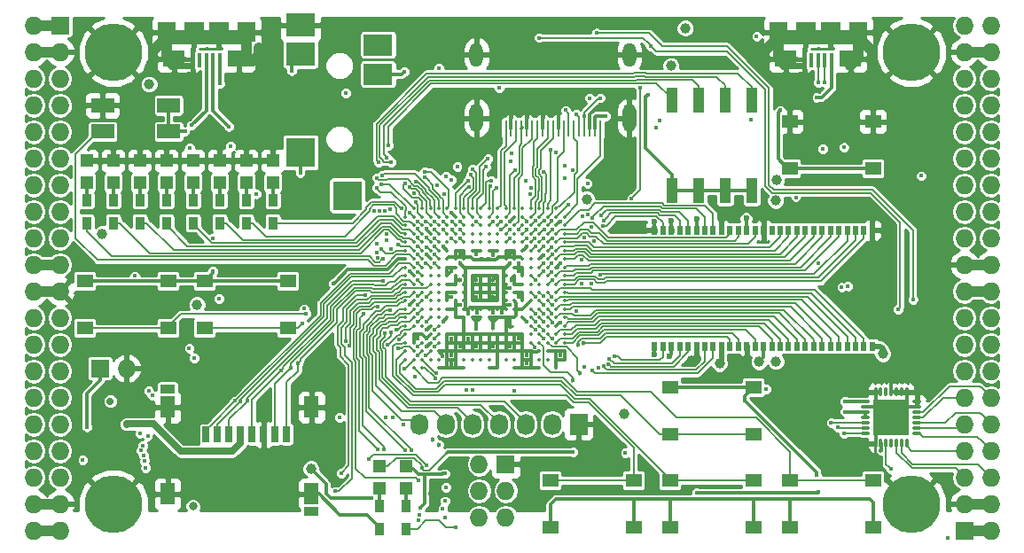
<source format=gtl>
G04 #@! TF.FileFunction,Copper,L1,Top,Signal*
%FSLAX46Y46*%
G04 Gerber Fmt 4.6, Leading zero omitted, Abs format (unit mm)*
G04 Created by KiCad (PCBNEW 4.0.7+dfsg1-1) date Sat Nov 11 23:39:05 2017*
%MOMM*%
%LPD*%
G01*
G04 APERTURE LIST*
%ADD10C,0.100000*%
%ADD11R,1.198880X1.198880*%
%ADD12R,0.560000X0.900000*%
%ADD13R,1.727200X1.727200*%
%ADD14O,1.727200X1.727200*%
%ADD15C,5.500000*%
%ADD16R,2.200000X1.400000*%
%ADD17R,0.900000X1.200000*%
%ADD18R,2.100000X1.600000*%
%ADD19R,1.900000X1.900000*%
%ADD20R,0.400000X1.350000*%
%ADD21R,1.800000X1.900000*%
%ADD22O,0.850000X0.300000*%
%ADD23O,0.300000X0.850000*%
%ADD24R,1.675000X1.675000*%
%ADD25R,1.727200X2.032000*%
%ADD26O,1.727200X2.032000*%
%ADD27R,2.800000X2.200000*%
%ADD28R,2.800000X2.800000*%
%ADD29R,2.800000X2.000000*%
%ADD30O,1.300000X2.700000*%
%ADD31O,1.300000X2.300000*%
%ADD32R,0.250000X1.600000*%
%ADD33R,1.550000X1.300000*%
%ADD34R,1.120000X2.440000*%
%ADD35C,0.350000*%
%ADD36R,0.700000X1.500000*%
%ADD37R,1.450000X0.900000*%
%ADD38R,1.450000X2.000000*%
%ADD39C,0.400000*%
%ADD40C,0.600000*%
%ADD41C,1.000000*%
%ADD42C,0.454000*%
%ADD43C,0.800000*%
%ADD44C,0.700000*%
%ADD45C,1.000000*%
%ADD46C,0.500000*%
%ADD47C,0.300000*%
%ADD48C,0.600000*%
%ADD49C,0.190000*%
%ADD50C,0.200000*%
%ADD51C,0.700000*%
%ADD52C,0.127000*%
%ADD53C,0.254000*%
G04 APERTURE END LIST*
D10*
D11*
X118230000Y-77709020D03*
X118230000Y-75610980D03*
X115690000Y-77709020D03*
X115690000Y-75610980D03*
X113150000Y-77709020D03*
X113150000Y-75610980D03*
X110610000Y-77709020D03*
X110610000Y-75610980D03*
X108070000Y-77709020D03*
X108070000Y-75610980D03*
X105530000Y-77709020D03*
X105530000Y-75610980D03*
X102990000Y-77709020D03*
X102990000Y-75610980D03*
X100450000Y-77709020D03*
X100450000Y-75610980D03*
D12*
X175480000Y-82270000D03*
X154680000Y-93330000D03*
X155480000Y-93330000D03*
X156280000Y-93330000D03*
X157080000Y-93330000D03*
X157880000Y-93330000D03*
X158680000Y-93330000D03*
X159480000Y-93330000D03*
X160280000Y-93330000D03*
X161080000Y-93330000D03*
X161880000Y-93330000D03*
X162680000Y-93330000D03*
X163480000Y-93330000D03*
X164280000Y-93330000D03*
X165080000Y-93330000D03*
X165880000Y-93330000D03*
X166680000Y-93330000D03*
X167480000Y-93330000D03*
X168280000Y-93330000D03*
X169080000Y-93330000D03*
X169880000Y-93330000D03*
X170680000Y-93330000D03*
X171480000Y-93330000D03*
X172280000Y-93330000D03*
X173080000Y-93330000D03*
X173880000Y-93330000D03*
X174680000Y-93330000D03*
X175480000Y-93330000D03*
X174680000Y-82270000D03*
X173880000Y-82270000D03*
X173080000Y-82270000D03*
X172280000Y-82270000D03*
X171480000Y-82270000D03*
X170680000Y-82270000D03*
X169880000Y-82270000D03*
X169080000Y-82270000D03*
X168280000Y-82270000D03*
X167480000Y-82270000D03*
X166680000Y-82270000D03*
X165880000Y-82270000D03*
X165080000Y-82270000D03*
X164280000Y-82270000D03*
X163480000Y-82270000D03*
X162680000Y-82270000D03*
X161880000Y-82270000D03*
X161080000Y-82270000D03*
X160280000Y-82270000D03*
X159480000Y-82270000D03*
X158680000Y-82270000D03*
X157880000Y-82270000D03*
X157080000Y-82270000D03*
X156280000Y-82270000D03*
X155480000Y-82270000D03*
X154680000Y-82270000D03*
D13*
X97910000Y-62690000D03*
D14*
X95370000Y-62690000D03*
X97910000Y-65230000D03*
X95370000Y-65230000D03*
X97910000Y-67770000D03*
X95370000Y-67770000D03*
X97910000Y-70310000D03*
X95370000Y-70310000D03*
X97910000Y-72850000D03*
X95370000Y-72850000D03*
X97910000Y-75390000D03*
X95370000Y-75390000D03*
X97910000Y-77930000D03*
X95370000Y-77930000D03*
X97910000Y-80470000D03*
X95370000Y-80470000D03*
X97910000Y-83010000D03*
X95370000Y-83010000D03*
X97910000Y-85550000D03*
X95370000Y-85550000D03*
X97910000Y-88090000D03*
X95370000Y-88090000D03*
X97910000Y-90630000D03*
X95370000Y-90630000D03*
X97910000Y-93170000D03*
X95370000Y-93170000D03*
X97910000Y-95710000D03*
X95370000Y-95710000D03*
X97910000Y-98250000D03*
X95370000Y-98250000D03*
X97910000Y-100790000D03*
X95370000Y-100790000D03*
X97910000Y-103330000D03*
X95370000Y-103330000D03*
X97910000Y-105870000D03*
X95370000Y-105870000D03*
X97910000Y-108410000D03*
X95370000Y-108410000D03*
X97910000Y-110950000D03*
X95370000Y-110950000D03*
D13*
X184270000Y-110950000D03*
D14*
X186810000Y-110950000D03*
X184270000Y-108410000D03*
X186810000Y-108410000D03*
X184270000Y-105870000D03*
X186810000Y-105870000D03*
X184270000Y-103330000D03*
X186810000Y-103330000D03*
X184270000Y-100790000D03*
X186810000Y-100790000D03*
X184270000Y-98250000D03*
X186810000Y-98250000D03*
X184270000Y-95710000D03*
X186810000Y-95710000D03*
X184270000Y-93170000D03*
X186810000Y-93170000D03*
X184270000Y-90630000D03*
X186810000Y-90630000D03*
X184270000Y-88090000D03*
X186810000Y-88090000D03*
X184270000Y-85550000D03*
X186810000Y-85550000D03*
X184270000Y-83010000D03*
X186810000Y-83010000D03*
X184270000Y-80470000D03*
X186810000Y-80470000D03*
X184270000Y-77930000D03*
X186810000Y-77930000D03*
X184270000Y-75390000D03*
X186810000Y-75390000D03*
X184270000Y-72850000D03*
X186810000Y-72850000D03*
X184270000Y-70310000D03*
X186810000Y-70310000D03*
X184270000Y-67770000D03*
X186810000Y-67770000D03*
X184270000Y-65230000D03*
X186810000Y-65230000D03*
X184270000Y-62690000D03*
X186810000Y-62690000D03*
D15*
X102990000Y-108410000D03*
X179190000Y-108410000D03*
X179190000Y-65230000D03*
X102990000Y-65230000D03*
D16*
X108274000Y-70330000D03*
X101974000Y-70330000D03*
X101974000Y-72830000D03*
X108274000Y-72830000D03*
D13*
X101720000Y-95456000D03*
D14*
X104260000Y-95456000D03*
D11*
X128390000Y-104820980D03*
X128390000Y-106919020D03*
X130930000Y-104820980D03*
X130930000Y-106919020D03*
D17*
X128390000Y-108580000D03*
X128390000Y-110780000D03*
X130930000Y-110780000D03*
X130930000Y-108580000D03*
D18*
X114980000Y-65875000D03*
X108780000Y-65875000D03*
D19*
X113080000Y-63325000D03*
X110680000Y-63325000D03*
D20*
X113180000Y-66000000D03*
X112530000Y-66000000D03*
X111880000Y-66000000D03*
X111230000Y-66000000D03*
X110580000Y-66000000D03*
D21*
X115680000Y-63325000D03*
X108080000Y-63325000D03*
D18*
X173400000Y-65875000D03*
X167200000Y-65875000D03*
D19*
X171500000Y-63325000D03*
X169100000Y-63325000D03*
D20*
X171600000Y-66000000D03*
X170950000Y-66000000D03*
X170300000Y-66000000D03*
X169650000Y-66000000D03*
X169000000Y-66000000D03*
D21*
X174100000Y-63325000D03*
X166500000Y-63325000D03*
D13*
X140455000Y-104600000D03*
D14*
X137915000Y-104600000D03*
X140455000Y-107140000D03*
X137915000Y-107140000D03*
X140455000Y-109680000D03*
X137915000Y-109680000D03*
D17*
X118230000Y-81570000D03*
X118230000Y-79370000D03*
X115690000Y-81570000D03*
X115690000Y-79370000D03*
X113150000Y-81570000D03*
X113150000Y-79370000D03*
X110610000Y-81570000D03*
X110610000Y-79370000D03*
X108070000Y-81570000D03*
X108070000Y-79370000D03*
X105530000Y-81570000D03*
X105530000Y-79370000D03*
X102990000Y-81570000D03*
X102990000Y-79370000D03*
X100450000Y-81570000D03*
X100450000Y-79370000D03*
D22*
X179735000Y-101655000D03*
X179735000Y-101155000D03*
X179735000Y-100655000D03*
X179735000Y-100155000D03*
X179735000Y-99655000D03*
X179735000Y-99155000D03*
X179735000Y-98655000D03*
D23*
X178785000Y-97705000D03*
X178285000Y-97705000D03*
X177785000Y-97705000D03*
X177285000Y-97705000D03*
X176785000Y-97705000D03*
X176285000Y-97705000D03*
X175785000Y-97705000D03*
D22*
X174835000Y-98655000D03*
X174835000Y-99155000D03*
X174835000Y-99655000D03*
X174835000Y-100155000D03*
X174835000Y-100655000D03*
X174835000Y-101155000D03*
X174835000Y-101655000D03*
D23*
X175785000Y-102605000D03*
X176285000Y-102605000D03*
X176785000Y-102605000D03*
X177285000Y-102605000D03*
X177785000Y-102605000D03*
X178285000Y-102605000D03*
X178785000Y-102605000D03*
D24*
X176447500Y-99317500D03*
X176447500Y-100992500D03*
X178122500Y-99317500D03*
X178122500Y-100992500D03*
D25*
X147440000Y-100790000D03*
D26*
X144900000Y-100790000D03*
X142360000Y-100790000D03*
X139820000Y-100790000D03*
X137280000Y-100790000D03*
X134740000Y-100790000D03*
X132200000Y-100790000D03*
D27*
X120880000Y-62640000D03*
X120880000Y-65440000D03*
D28*
X120880000Y-74840000D03*
X125330000Y-78940000D03*
D29*
X128280000Y-67340000D03*
X128280000Y-64540000D03*
D30*
X152280000Y-71550000D03*
X137680000Y-71550000D03*
D31*
X137680000Y-65500000D03*
D32*
X140480000Y-72500000D03*
X140980000Y-72500000D03*
X141480000Y-72500000D03*
X141980000Y-72500000D03*
X142480000Y-72500000D03*
X142980000Y-72500000D03*
X143480000Y-72500000D03*
X143980000Y-72500000D03*
X144480000Y-72500000D03*
X144980000Y-72500000D03*
X145480000Y-72500000D03*
X145980000Y-72500000D03*
X146480000Y-72500000D03*
X146980000Y-72500000D03*
X147480000Y-72500000D03*
X147980000Y-72500000D03*
X148480000Y-72500000D03*
X148980000Y-72500000D03*
X149480000Y-72500000D03*
D31*
X152280000Y-65500000D03*
D33*
X175550000Y-71870000D03*
X175550000Y-76370000D03*
X167590000Y-76370000D03*
X167590000Y-71870000D03*
X100280000Y-91610000D03*
X100280000Y-87110000D03*
X108240000Y-87110000D03*
X108240000Y-91610000D03*
X111710000Y-91610000D03*
X111710000Y-87110000D03*
X119670000Y-87110000D03*
X119670000Y-91610000D03*
X156160000Y-101770000D03*
X156160000Y-97270000D03*
X164120000Y-97270000D03*
X164120000Y-101770000D03*
X164120000Y-106160000D03*
X164120000Y-110660000D03*
X156160000Y-110660000D03*
X156160000Y-106160000D03*
X152690000Y-106160000D03*
X152690000Y-110660000D03*
X144730000Y-110660000D03*
X144730000Y-106160000D03*
X175550000Y-106160000D03*
X175550000Y-110660000D03*
X167590000Y-110660000D03*
X167590000Y-106160000D03*
D34*
X163950000Y-69815000D03*
X156330000Y-78425000D03*
X161410000Y-69815000D03*
X158870000Y-78425000D03*
X158870000Y-69815000D03*
X161410000Y-78425000D03*
X156330000Y-69815000D03*
X163950000Y-78425000D03*
D35*
X131680000Y-80200000D03*
X132480000Y-80200000D03*
X133280000Y-80200000D03*
X134080000Y-80200000D03*
X134880000Y-80200000D03*
X135680000Y-80200000D03*
X136480000Y-80200000D03*
X137280000Y-80200000D03*
X138080000Y-80200000D03*
X138880000Y-80200000D03*
X139680000Y-80200000D03*
X140480000Y-80200000D03*
X141280000Y-80200000D03*
X142080000Y-80200000D03*
X142880000Y-80200000D03*
X143680000Y-80200000D03*
X144480000Y-80200000D03*
X145280000Y-80200000D03*
X130880000Y-81000000D03*
X131680000Y-81000000D03*
X132480000Y-81000000D03*
X133280000Y-81000000D03*
X134080000Y-81000000D03*
X134880000Y-81000000D03*
X135680000Y-81000000D03*
X136480000Y-81000000D03*
X137280000Y-81000000D03*
X138080000Y-81000000D03*
X138880000Y-81000000D03*
X139680000Y-81000000D03*
X140480000Y-81000000D03*
X141280000Y-81000000D03*
X142080000Y-81000000D03*
X142880000Y-81000000D03*
X143680000Y-81000000D03*
X144480000Y-81000000D03*
X145280000Y-81000000D03*
X146080000Y-81000000D03*
X130880000Y-81800000D03*
X131680000Y-81800000D03*
X132480000Y-81800000D03*
X133280000Y-81800000D03*
X134080000Y-81800000D03*
X134880000Y-81800000D03*
X135680000Y-81800000D03*
X136480000Y-81800000D03*
X137280000Y-81800000D03*
X138080000Y-81800000D03*
X138880000Y-81800000D03*
X139680000Y-81800000D03*
X140480000Y-81800000D03*
X141280000Y-81800000D03*
X142080000Y-81800000D03*
X142880000Y-81800000D03*
X143680000Y-81800000D03*
X144480000Y-81800000D03*
X145280000Y-81800000D03*
X146080000Y-81800000D03*
X130880000Y-82600000D03*
X131680000Y-82600000D03*
X132480000Y-82600000D03*
X133280000Y-82600000D03*
X134080000Y-82600000D03*
X134880000Y-82600000D03*
X135680000Y-82600000D03*
X136480000Y-82600000D03*
X137280000Y-82600000D03*
X138080000Y-82600000D03*
X138880000Y-82600000D03*
X139680000Y-82600000D03*
X140480000Y-82600000D03*
X141280000Y-82600000D03*
X142080000Y-82600000D03*
X142880000Y-82600000D03*
X143680000Y-82600000D03*
X144480000Y-82600000D03*
X145280000Y-82600000D03*
X146080000Y-82600000D03*
X130880000Y-83400000D03*
X131680000Y-83400000D03*
X132480000Y-83400000D03*
X133280000Y-83400000D03*
X134080000Y-83400000D03*
X134880000Y-83400000D03*
X135680000Y-83400000D03*
X136480000Y-83400000D03*
X137280000Y-83400000D03*
X138080000Y-83400000D03*
X138880000Y-83400000D03*
X139680000Y-83400000D03*
X140480000Y-83400000D03*
X141280000Y-83400000D03*
X142080000Y-83400000D03*
X142880000Y-83400000D03*
X143680000Y-83400000D03*
X144480000Y-83400000D03*
X145280000Y-83400000D03*
X146080000Y-83400000D03*
X130880000Y-84200000D03*
X131680000Y-84200000D03*
X132480000Y-84200000D03*
X133280000Y-84200000D03*
X134080000Y-84200000D03*
X134880000Y-84200000D03*
X135680000Y-84200000D03*
X136480000Y-84200000D03*
X137280000Y-84200000D03*
X138080000Y-84200000D03*
X138880000Y-84200000D03*
X139680000Y-84200000D03*
X140480000Y-84200000D03*
X141280000Y-84200000D03*
X142080000Y-84200000D03*
X142880000Y-84200000D03*
X143680000Y-84200000D03*
X144480000Y-84200000D03*
X145280000Y-84200000D03*
X146080000Y-84200000D03*
X130880000Y-85000000D03*
X131680000Y-85000000D03*
X132480000Y-85000000D03*
X133280000Y-85000000D03*
X134080000Y-85000000D03*
X134880000Y-85000000D03*
X135680000Y-85000000D03*
X136480000Y-85000000D03*
X137280000Y-85000000D03*
X138080000Y-85000000D03*
X138880000Y-85000000D03*
X139680000Y-85000000D03*
X140480000Y-85000000D03*
X141280000Y-85000000D03*
X142080000Y-85000000D03*
X142880000Y-85000000D03*
X143680000Y-85000000D03*
X144480000Y-85000000D03*
X145280000Y-85000000D03*
X146080000Y-85000000D03*
X130880000Y-85800000D03*
X131680000Y-85800000D03*
X132480000Y-85800000D03*
X133280000Y-85800000D03*
X134080000Y-85800000D03*
X134880000Y-85800000D03*
X135680000Y-85800000D03*
X136480000Y-85800000D03*
X137280000Y-85800000D03*
X138080000Y-85800000D03*
X138880000Y-85800000D03*
X139680000Y-85800000D03*
X140480000Y-85800000D03*
X141280000Y-85800000D03*
X142080000Y-85800000D03*
X142880000Y-85800000D03*
X143680000Y-85800000D03*
X144480000Y-85800000D03*
X145280000Y-85800000D03*
X146080000Y-85800000D03*
X130880000Y-86600000D03*
X131680000Y-86600000D03*
X132480000Y-86600000D03*
X133280000Y-86600000D03*
X134080000Y-86600000D03*
X134880000Y-86600000D03*
X135680000Y-86600000D03*
X136480000Y-86600000D03*
X137280000Y-86600000D03*
X138080000Y-86600000D03*
X138880000Y-86600000D03*
X139680000Y-86600000D03*
X140480000Y-86600000D03*
X141280000Y-86600000D03*
X142080000Y-86600000D03*
X142880000Y-86600000D03*
X143680000Y-86600000D03*
X144480000Y-86600000D03*
X145280000Y-86600000D03*
X146080000Y-86600000D03*
X130880000Y-87400000D03*
X131680000Y-87400000D03*
X132480000Y-87400000D03*
X133280000Y-87400000D03*
X134080000Y-87400000D03*
X134880000Y-87400000D03*
X135680000Y-87400000D03*
X136480000Y-87400000D03*
X137280000Y-87400000D03*
X138080000Y-87400000D03*
X138880000Y-87400000D03*
X139680000Y-87400000D03*
X140480000Y-87400000D03*
X141280000Y-87400000D03*
X142080000Y-87400000D03*
X142880000Y-87400000D03*
X143680000Y-87400000D03*
X144480000Y-87400000D03*
X145280000Y-87400000D03*
X146080000Y-87400000D03*
X130880000Y-88200000D03*
X131680000Y-88200000D03*
X132480000Y-88200000D03*
X133280000Y-88200000D03*
X134080000Y-88200000D03*
X134880000Y-88200000D03*
X135680000Y-88200000D03*
X136480000Y-88200000D03*
X137280000Y-88200000D03*
X138080000Y-88200000D03*
X138880000Y-88200000D03*
X139680000Y-88200000D03*
X140480000Y-88200000D03*
X141280000Y-88200000D03*
X142080000Y-88200000D03*
X142880000Y-88200000D03*
X143680000Y-88200000D03*
X144480000Y-88200000D03*
X145280000Y-88200000D03*
X146080000Y-88200000D03*
X130880000Y-89000000D03*
X131680000Y-89000000D03*
X132480000Y-89000000D03*
X133280000Y-89000000D03*
X134080000Y-89000000D03*
X134880000Y-89000000D03*
X135680000Y-89000000D03*
X136480000Y-89000000D03*
X137280000Y-89000000D03*
X138080000Y-89000000D03*
X138880000Y-89000000D03*
X139680000Y-89000000D03*
X140480000Y-89000000D03*
X141280000Y-89000000D03*
X142080000Y-89000000D03*
X142880000Y-89000000D03*
X143680000Y-89000000D03*
X144480000Y-89000000D03*
X145280000Y-89000000D03*
X146080000Y-89000000D03*
X130880000Y-89800000D03*
X131680000Y-89800000D03*
X132480000Y-89800000D03*
X133280000Y-89800000D03*
X134080000Y-89800000D03*
X134880000Y-89800000D03*
X135680000Y-89800000D03*
X136480000Y-89800000D03*
X137280000Y-89800000D03*
X138080000Y-89800000D03*
X138880000Y-89800000D03*
X139680000Y-89800000D03*
X140480000Y-89800000D03*
X141280000Y-89800000D03*
X142080000Y-89800000D03*
X142880000Y-89800000D03*
X143680000Y-89800000D03*
X144480000Y-89800000D03*
X145280000Y-89800000D03*
X146080000Y-89800000D03*
X130880000Y-90600000D03*
X131680000Y-90600000D03*
X132480000Y-90600000D03*
X133280000Y-90600000D03*
X134080000Y-90600000D03*
X134880000Y-90600000D03*
X135680000Y-90600000D03*
X136480000Y-90600000D03*
X137280000Y-90600000D03*
X138080000Y-90600000D03*
X138880000Y-90600000D03*
X139680000Y-90600000D03*
X140480000Y-90600000D03*
X141280000Y-90600000D03*
X142080000Y-90600000D03*
X142880000Y-90600000D03*
X143680000Y-90600000D03*
X144480000Y-90600000D03*
X145280000Y-90600000D03*
X146080000Y-90600000D03*
X130880000Y-91400000D03*
X131680000Y-91400000D03*
X132480000Y-91400000D03*
X133280000Y-91400000D03*
X134080000Y-91400000D03*
X142880000Y-91400000D03*
X143680000Y-91400000D03*
X144480000Y-91400000D03*
X145280000Y-91400000D03*
X146080000Y-91400000D03*
X130880000Y-92200000D03*
X131680000Y-92200000D03*
X132480000Y-92200000D03*
X133280000Y-92200000D03*
X134080000Y-92200000D03*
X134880000Y-92200000D03*
X135680000Y-92200000D03*
X136480000Y-92200000D03*
X137280000Y-92200000D03*
X138080000Y-92200000D03*
X138880000Y-92200000D03*
X139680000Y-92200000D03*
X140480000Y-92200000D03*
X141280000Y-92200000D03*
X142080000Y-92200000D03*
X142880000Y-92200000D03*
X143680000Y-92200000D03*
X144480000Y-92200000D03*
X145280000Y-92200000D03*
X146080000Y-92200000D03*
X130880000Y-93000000D03*
X131680000Y-93000000D03*
X132480000Y-93000000D03*
X133280000Y-93000000D03*
X134080000Y-93000000D03*
X134880000Y-93000000D03*
X135680000Y-93000000D03*
X136480000Y-93000000D03*
X137280000Y-93000000D03*
X138080000Y-93000000D03*
X138880000Y-93000000D03*
X139680000Y-93000000D03*
X140480000Y-93000000D03*
X141280000Y-93000000D03*
X142080000Y-93000000D03*
X142880000Y-93000000D03*
X143680000Y-93000000D03*
X144480000Y-93000000D03*
X145280000Y-93000000D03*
X146080000Y-93000000D03*
X130880000Y-93800000D03*
X131680000Y-93800000D03*
X132480000Y-93800000D03*
X133280000Y-93800000D03*
X134080000Y-93800000D03*
X134880000Y-93800000D03*
X135680000Y-93800000D03*
X136480000Y-93800000D03*
X137280000Y-93800000D03*
X138080000Y-93800000D03*
X138880000Y-93800000D03*
X139680000Y-93800000D03*
X140480000Y-93800000D03*
X141280000Y-93800000D03*
X142080000Y-93800000D03*
X142880000Y-93800000D03*
X143680000Y-93800000D03*
X144480000Y-93800000D03*
X145280000Y-93800000D03*
X146080000Y-93800000D03*
X130880000Y-94600000D03*
X131680000Y-94600000D03*
X132480000Y-94600000D03*
X133280000Y-94600000D03*
X134080000Y-94600000D03*
X134880000Y-94600000D03*
X135680000Y-94600000D03*
X136480000Y-94600000D03*
X137280000Y-94600000D03*
X138080000Y-94600000D03*
X138880000Y-94600000D03*
X139680000Y-94600000D03*
X140480000Y-94600000D03*
X141280000Y-94600000D03*
X142080000Y-94600000D03*
X142880000Y-94600000D03*
X143680000Y-94600000D03*
X144480000Y-94600000D03*
X145280000Y-94600000D03*
X146080000Y-94600000D03*
X131680000Y-95400000D03*
X132480000Y-95400000D03*
X134080000Y-95400000D03*
X134880000Y-95400000D03*
X135680000Y-95400000D03*
X136480000Y-95400000D03*
X138880000Y-95400000D03*
X139680000Y-95400000D03*
X141280000Y-95400000D03*
X142080000Y-95400000D03*
X142880000Y-95400000D03*
X143680000Y-95400000D03*
X145280000Y-95400000D03*
D36*
X111855000Y-101765000D03*
X112955000Y-101765000D03*
X114055000Y-101765000D03*
X115155000Y-101765000D03*
X116255000Y-101765000D03*
X117355000Y-101765000D03*
X118455000Y-101765000D03*
X119555000Y-101765000D03*
D37*
X108180000Y-97465000D03*
X121930000Y-109115000D03*
D38*
X121930000Y-99165000D03*
X108180000Y-99165000D03*
X108180000Y-107465000D03*
X121930000Y-107465000D03*
D39*
X132871770Y-84533979D03*
X132862998Y-82124544D03*
X131278306Y-86213101D03*
X135281276Y-80583119D03*
X131279502Y-89407325D03*
X170309539Y-85441529D03*
X145698456Y-91073766D03*
D40*
X156262773Y-81349374D03*
X154657528Y-81463649D03*
D41*
X158233687Y-94760979D03*
D39*
X145672808Y-85396062D03*
X144103186Y-84622010D03*
X133216000Y-107465000D03*
X137680000Y-88600000D03*
X142480000Y-95000000D03*
X141680000Y-92600000D03*
X140836000Y-84534000D03*
X135284627Y-94985297D03*
X135288625Y-94225619D03*
X134455822Y-94267172D03*
X136095958Y-93369652D03*
D42*
X139264636Y-91615205D03*
D41*
X116880503Y-64802940D03*
X106974809Y-64953974D03*
X175210328Y-64948943D03*
X165417246Y-64954666D03*
D39*
X175495631Y-71457432D03*
X145680000Y-94177990D03*
X177285000Y-95710000D03*
D41*
X177229911Y-82281349D03*
D40*
X164741832Y-81130572D03*
X161067993Y-81216119D03*
D41*
X162992748Y-94820185D03*
D39*
X140880000Y-81400000D03*
X136085174Y-89394826D03*
X145680000Y-81400000D03*
X140874194Y-91433353D03*
X142480000Y-94200000D03*
X140880000Y-93400000D03*
X139280000Y-93400000D03*
X137680000Y-93400000D03*
X136880000Y-92600000D03*
X135280000Y-92600000D03*
X132880000Y-91800000D03*
X132880000Y-93400000D03*
D42*
X141042859Y-86994997D03*
X139280000Y-87000000D03*
X136110990Y-86995403D03*
X137680000Y-87000000D03*
X136080000Y-84600000D03*
X139280000Y-88600000D03*
D41*
X166343357Y-77477990D03*
D39*
X172564535Y-87722010D03*
D41*
X121861867Y-105030174D03*
D39*
X150030853Y-71331848D03*
X127656639Y-107816792D03*
D41*
X156235582Y-66548363D03*
X166248957Y-79408030D03*
X101932065Y-82585048D03*
X106417803Y-68312483D03*
X166280000Y-94800000D03*
X157600000Y-62944000D03*
D39*
X109828000Y-72830000D03*
D40*
X154683145Y-94115840D03*
D39*
X180137420Y-77069467D03*
X148271935Y-77777990D03*
D43*
X110593913Y-108636458D03*
D41*
X160884708Y-94994498D03*
D40*
X156077107Y-94326957D03*
D39*
X173137949Y-87594275D03*
D41*
X148202454Y-79278787D03*
D44*
X102710050Y-98594954D03*
D39*
X154794000Y-72426000D03*
X129005202Y-100174798D03*
X137659051Y-91638034D03*
X139820000Y-68665673D03*
X172834633Y-99599920D03*
X172879922Y-98618650D03*
X176305593Y-103279812D03*
X165349214Y-97422919D03*
X164433885Y-63737451D03*
X134079160Y-66786153D03*
X116654336Y-78777990D03*
D41*
X176474303Y-94069095D03*
D40*
X163422030Y-81120665D03*
X158680000Y-81210838D03*
D39*
X112515000Y-83010000D03*
X100080000Y-104200000D03*
X113080000Y-88800000D03*
D41*
X164653770Y-94825547D03*
D39*
X135273306Y-88618602D03*
X139272517Y-84611349D03*
X137680556Y-84534085D03*
X141680000Y-86200000D03*
X135280000Y-86200000D03*
X132880000Y-92600000D03*
X132080000Y-92600000D03*
X141680000Y-88600000D03*
X141680000Y-85400000D03*
X137689001Y-90122990D03*
D41*
X151758000Y-99774000D03*
D39*
X136885174Y-90194826D03*
X140094890Y-90122990D03*
X139280000Y-90122990D03*
X140880000Y-89400000D03*
X140880000Y-87800000D03*
X140880000Y-85400000D03*
D42*
X136080000Y-85400000D03*
D39*
X121401947Y-90251871D03*
X129988160Y-91721995D03*
X130302262Y-92700329D03*
X121041200Y-91125073D03*
D41*
X110991000Y-89360000D03*
D39*
X142480000Y-91000000D03*
X142480000Y-83800000D03*
X134480000Y-83800000D03*
X134480000Y-91000000D03*
X125193541Y-69156848D03*
X105037711Y-86632990D03*
X155149360Y-71764535D03*
X170182962Y-69571012D03*
X170362901Y-107286196D03*
X158716651Y-107325176D03*
X137295592Y-97538017D03*
X134750646Y-106810513D03*
X133680000Y-91800000D03*
D42*
X134074414Y-102752225D03*
D39*
X136740903Y-97514503D03*
X134675868Y-108131585D03*
D42*
X133449289Y-102232615D03*
D39*
X133680000Y-92600000D03*
X133685482Y-93402296D03*
X127358154Y-104128048D03*
X132936956Y-104698915D03*
X134463998Y-108841973D03*
X130692380Y-100790000D03*
X131808905Y-96227367D03*
X134636872Y-109719950D03*
X132846234Y-94197073D03*
X120834553Y-76779094D03*
X130761990Y-67119621D03*
X147186000Y-71200000D03*
X148477832Y-69619684D03*
X147983153Y-71347080D03*
X149475951Y-69619684D03*
X153297112Y-68608292D03*
X177926984Y-89812061D03*
X154329326Y-64643767D03*
X152497066Y-79193467D03*
X146481406Y-79819384D03*
X143650666Y-63862520D03*
X179351513Y-88868327D03*
X149134122Y-63424051D03*
X140035989Y-81400000D03*
X115759823Y-98502036D03*
X132083026Y-86260405D03*
X128776655Y-87135140D03*
X119008515Y-95662939D03*
D42*
X119978162Y-95412951D03*
X120634035Y-94977604D03*
D39*
X113212238Y-68244401D03*
X146180000Y-70800000D03*
X131453853Y-103260518D03*
X149771692Y-81825658D03*
X144080000Y-86200000D03*
X149520824Y-86534121D03*
X144894316Y-86977564D03*
X144873936Y-83860397D03*
X149549750Y-80868432D03*
D42*
X147355672Y-93219294D03*
D39*
X144113248Y-92588762D03*
X144875155Y-86218896D03*
X149846468Y-81303978D03*
X144916886Y-83016385D03*
X148719886Y-81056015D03*
D42*
X147915304Y-93063131D03*
D39*
X144882352Y-92577990D03*
X148747982Y-95669626D03*
X144891634Y-91073766D03*
X149795895Y-95251084D03*
X144867244Y-90229755D03*
X150278898Y-95040253D03*
X144892596Y-89385743D03*
X150345974Y-94517527D03*
X144877648Y-88622010D03*
X150889207Y-94332565D03*
X143280000Y-87000000D03*
X130807074Y-95454141D03*
X130171404Y-93544341D03*
X132080000Y-93400000D03*
X129196652Y-93209125D03*
X133852393Y-95875797D03*
X141280000Y-97600000D03*
X133762848Y-96395146D03*
X132080000Y-94200000D03*
X128610772Y-84072485D03*
X105895603Y-103765816D03*
X132075624Y-89410644D03*
X129449238Y-89926948D03*
X130839486Y-103260518D03*
X128806823Y-103185900D03*
X128251440Y-89564206D03*
X132162861Y-106185868D03*
X132880000Y-88600000D03*
X127040053Y-88481065D03*
X124741825Y-105494691D03*
X132080000Y-87000000D03*
X125499542Y-93250681D03*
X124202418Y-107207639D03*
X110313517Y-74380698D03*
X132146108Y-109940263D03*
X114166000Y-74247000D03*
X132189000Y-109415000D03*
X135315381Y-81391918D03*
X135280062Y-77463305D03*
X134471370Y-81406751D03*
X134758050Y-77130140D03*
X132761172Y-77202673D03*
X132737245Y-76676207D03*
X128644933Y-77050030D03*
X128152012Y-77241956D03*
X128125571Y-78233647D03*
X110718734Y-94451783D03*
X128590544Y-77894041D03*
X110249038Y-93533767D03*
X106368514Y-97613395D03*
X131253134Y-78134216D03*
X132783339Y-81400004D03*
X106741168Y-98035405D03*
X131709326Y-78745875D03*
X132079024Y-82984045D03*
X129109095Y-82655074D03*
X105572759Y-101661319D03*
X132880889Y-83897835D03*
X129054383Y-83179239D03*
X106281049Y-101893466D03*
X132083682Y-83828056D03*
X129485142Y-84082415D03*
X105813763Y-102819336D03*
X132062099Y-84533979D03*
X128165458Y-83528763D03*
X105627254Y-103312241D03*
X128183315Y-84380742D03*
X105992720Y-104283802D03*
X133671942Y-84595200D03*
X132834641Y-85377990D03*
X128203260Y-84907376D03*
X106088753Y-104974041D03*
D42*
X146862501Y-96617499D03*
X147534467Y-95913260D03*
D39*
X147927932Y-95329243D03*
X143280000Y-91000000D03*
X149284391Y-95377990D03*
X144077013Y-90266968D03*
X147207648Y-89973043D03*
X144076240Y-89395301D03*
X143281824Y-90201951D03*
X144102010Y-85397219D03*
X147687522Y-85093328D03*
X144868096Y-85371354D03*
X148610669Y-81900026D03*
X144102010Y-83000000D03*
X144888125Y-82172374D03*
X147695541Y-87377990D03*
X144082832Y-88584510D03*
X148688598Y-87378077D03*
X143278026Y-88595030D03*
X144125486Y-82186468D03*
X148298275Y-80739810D03*
X144876540Y-81328363D03*
X147802234Y-80917812D03*
X139280000Y-81400000D03*
X139578623Y-78205862D03*
X139034115Y-78040948D03*
X139046749Y-77514088D03*
X138580000Y-76200000D03*
X138779198Y-75400762D03*
X137680000Y-81400000D03*
X137308732Y-76415018D03*
X137106948Y-76979922D03*
X136859538Y-77550820D03*
X136922059Y-78097889D03*
X136096392Y-81395070D03*
X135830698Y-76200613D03*
X148878722Y-83261032D03*
X144915665Y-84598743D03*
X148001372Y-82958777D03*
X144103186Y-83777990D03*
X142841210Y-78784254D03*
X142473549Y-82998913D03*
X142878910Y-78217369D03*
X142437464Y-82181475D03*
X146089079Y-77300571D03*
X144144931Y-81387081D03*
X144088653Y-76686076D03*
X146850122Y-76500816D03*
X143281475Y-82206074D03*
X146130802Y-76060132D03*
X143300920Y-81377293D03*
X145255695Y-74817220D03*
X141662690Y-82207782D03*
X142456909Y-81405800D03*
X140030954Y-82200000D03*
X141342967Y-76554996D03*
X141046643Y-74873804D03*
X140864029Y-83041403D03*
X140874966Y-82177164D03*
X140980062Y-75681941D03*
X115149319Y-98625494D03*
X132872609Y-82968555D03*
X132080007Y-82103333D03*
X132080000Y-81400000D03*
X131847310Y-79589886D03*
X130856828Y-77786820D03*
X131923295Y-77584853D03*
X133648389Y-82190597D03*
X133627359Y-81414685D03*
X129477855Y-92000822D03*
X132880000Y-91000000D03*
X128879646Y-92111037D03*
X132077648Y-90977990D03*
X131275302Y-80595752D03*
X130489904Y-80167235D03*
X132072985Y-85377990D03*
X128723655Y-84990627D03*
X134476508Y-82180155D03*
X133942383Y-77980766D03*
X163908850Y-71651861D03*
X135656559Y-110610712D03*
X132448438Y-104994496D03*
X146844288Y-103452739D03*
X134707351Y-105508447D03*
X132280000Y-108800000D03*
D44*
X104260000Y-100790000D03*
D39*
X114604320Y-98573680D03*
X112515000Y-86185000D03*
X169506589Y-107953726D03*
X163277422Y-98501717D03*
X170157734Y-105666345D03*
X170735900Y-74464979D03*
X143257990Y-83000000D03*
X168166438Y-79108038D03*
X151896383Y-103510715D03*
X114039000Y-72342000D03*
X110483000Y-72215000D03*
X143269694Y-93414905D03*
X177274002Y-105079115D03*
X172761273Y-101651681D03*
X143280000Y-91800000D03*
X172193360Y-101105663D03*
X144064831Y-91877646D03*
X171540304Y-100645743D03*
X144080000Y-91000000D03*
X154052298Y-69302298D03*
X128349062Y-75753924D03*
X134613000Y-78819000D03*
X135280000Y-83022010D03*
X135320520Y-82196441D03*
X129493343Y-75737814D03*
X136080000Y-82200000D03*
X129125079Y-75315804D03*
X136080000Y-83000000D03*
X129252218Y-74142461D03*
X142377451Y-77497451D03*
X172746637Y-74347988D03*
X143280000Y-83800000D03*
X170300000Y-68151000D03*
X170950000Y-68125562D03*
X125167387Y-92841517D03*
X121206217Y-89762554D03*
X132082956Y-90210779D03*
X182675150Y-111637626D03*
X124027706Y-87347706D03*
X124027707Y-87347707D03*
X166678914Y-70803555D03*
X129660000Y-100155000D03*
X124580000Y-100155000D03*
X132084049Y-88558274D03*
X126880008Y-90276109D03*
X128280000Y-103200000D03*
X100450000Y-101044000D03*
X120008000Y-67008000D03*
X127889625Y-80407426D03*
X133680000Y-85400000D03*
X130204628Y-83599483D03*
X128416582Y-80399850D03*
X133680000Y-83800000D03*
X128943593Y-80399729D03*
X133680000Y-83000000D03*
X129457990Y-80285112D03*
X144780000Y-74590382D03*
D45*
X184270000Y-65230000D02*
X186810000Y-65230000D01*
X184270000Y-85550000D02*
X186810000Y-85550000D01*
X184270000Y-108410000D02*
X186810000Y-108410000D01*
X95370000Y-108410000D02*
X97910000Y-108410000D01*
D46*
X97910000Y-88090000D02*
X98956608Y-87043392D01*
D47*
X98956608Y-87043392D02*
X98974574Y-87043392D01*
D46*
X97910000Y-88090000D02*
X99013590Y-89193590D01*
D47*
X99013590Y-89193590D02*
X99060056Y-89193590D01*
D45*
X95370000Y-88090000D02*
X97910000Y-88090000D01*
X95370000Y-65230000D02*
X97910000Y-65230000D01*
D47*
X139264636Y-90984636D02*
X139295364Y-90984636D01*
X139295364Y-90984636D02*
X139680000Y-90600000D01*
X132871770Y-84591770D02*
X132871770Y-84533979D01*
X133280000Y-85000000D02*
X132871770Y-84591770D01*
X133280000Y-82600000D02*
X132862998Y-82182998D01*
X132862998Y-82182998D02*
X132862998Y-82124544D01*
X131293101Y-86213101D02*
X131278306Y-86213101D01*
X131680000Y-86600000D02*
X131293101Y-86213101D01*
X140480000Y-90600000D02*
X140480000Y-92200000D01*
X135281276Y-80601276D02*
X135281276Y-80583119D01*
X135680000Y-81000000D02*
X135281276Y-80601276D01*
X131279502Y-89400498D02*
X131279502Y-89407325D01*
X131680000Y-89000000D02*
X131279502Y-89400498D01*
X145280000Y-91400000D02*
X145606234Y-91073766D01*
X145606234Y-91073766D02*
X145698456Y-91073766D01*
X156280000Y-82270000D02*
X156280000Y-81366601D01*
X156280000Y-81366601D02*
X156262773Y-81349374D01*
X154680000Y-81486121D02*
X154657528Y-81463649D01*
X154680000Y-82270000D02*
X154680000Y-81486121D01*
X158680000Y-93330000D02*
X158680000Y-94314666D01*
X158680000Y-94314666D02*
X158233687Y-94760979D01*
X145672808Y-85407192D02*
X145672808Y-85396062D01*
X145280000Y-85800000D02*
X145672808Y-85407192D01*
X143680000Y-85000000D02*
X144057990Y-84622010D01*
X144057990Y-84622010D02*
X144103186Y-84622010D01*
X148480000Y-71200000D02*
X149230000Y-70450000D01*
X148480000Y-72500000D02*
X148480000Y-71200000D01*
X145480000Y-72500000D02*
X145480000Y-71200000D01*
X143980000Y-72500000D02*
X143980000Y-71200000D01*
X142480000Y-72500000D02*
X142480000Y-71450000D01*
X142480000Y-71200000D02*
X142480000Y-71450000D01*
X140980000Y-72500000D02*
X140980000Y-71200000D01*
X121930000Y-107465000D02*
X122619000Y-107465000D01*
X122619000Y-107465000D02*
X124580000Y-109426000D01*
X124580000Y-109426000D02*
X127186000Y-109426000D01*
X127186000Y-109426000D02*
X128390000Y-110630000D01*
X128390000Y-110630000D02*
X128390000Y-110780000D01*
X137280000Y-89000000D02*
X137680000Y-88600000D01*
X142480000Y-94600000D02*
X142880000Y-94600000D01*
X142080000Y-94600000D02*
X142480000Y-94600000D01*
X142480000Y-94600000D02*
X142480000Y-95000000D01*
X141680000Y-92200000D02*
X142080000Y-92200000D01*
X141280000Y-92200000D02*
X141680000Y-92200000D01*
X141680000Y-92200000D02*
X141680000Y-92600000D01*
X141280000Y-84200000D02*
X141170000Y-84200000D01*
X141170000Y-84200000D02*
X140836000Y-84534000D01*
X135284627Y-95395373D02*
X135284627Y-95268139D01*
X135280000Y-95400000D02*
X135284627Y-95395373D01*
X135284627Y-95268139D02*
X135284627Y-94985297D01*
X135288625Y-93942777D02*
X135288625Y-94225619D01*
X135288625Y-93808625D02*
X135288625Y-93942777D01*
X135280000Y-93800000D02*
X135288625Y-93808625D01*
X134455822Y-94175822D02*
X134455822Y-94267172D01*
X134080000Y-93800000D02*
X134455822Y-94175822D01*
X145280000Y-94600000D02*
X145280000Y-95400000D01*
X143498655Y-93891906D02*
X143590561Y-93800000D01*
X143040733Y-93891906D02*
X143498655Y-93891906D01*
X142880000Y-93800000D02*
X142948827Y-93800000D01*
X142948827Y-93800000D02*
X143040733Y-93891906D01*
X143590561Y-93800000D02*
X143680000Y-93800000D01*
X145280000Y-93800000D02*
X144480000Y-93800000D01*
X146080000Y-94600000D02*
X146080000Y-93800000D01*
X145280000Y-94600000D02*
X146080000Y-94600000D01*
X142080000Y-95400000D02*
X142080000Y-94600000D01*
X142880000Y-95400000D02*
X142880000Y-94600000D01*
X142880000Y-95400000D02*
X143680000Y-95400000D01*
X142080000Y-95400000D02*
X142880000Y-95400000D01*
X141280000Y-95400000D02*
X142080000Y-95400000D01*
X142080000Y-93000000D02*
X142080000Y-93800000D01*
X138880000Y-92200000D02*
X138880000Y-93000000D01*
X139680000Y-92200000D02*
X139680000Y-93000000D01*
X140480000Y-93000000D02*
X140480000Y-92200000D01*
X141280000Y-93000000D02*
X141280000Y-92200000D01*
X142080000Y-93000000D02*
X141280000Y-93000000D01*
X142080000Y-92200000D02*
X142080000Y-93000000D01*
X140480000Y-92200000D02*
X141280000Y-92200000D01*
X139680000Y-92200000D02*
X140480000Y-92200000D01*
X138880000Y-92200000D02*
X139680000Y-92200000D01*
X138080000Y-92200000D02*
X138880000Y-92200000D01*
X136095958Y-93086810D02*
X136095958Y-93369652D01*
X136080000Y-93000000D02*
X136095958Y-93015958D01*
X136095958Y-93015958D02*
X136095958Y-93086810D01*
X139264636Y-91294179D02*
X139264636Y-91615205D01*
X139264636Y-90984636D02*
X139264636Y-91294179D01*
X138880000Y-90600000D02*
X139264636Y-90984636D01*
D45*
X116880503Y-65510046D02*
X116880503Y-64802940D01*
X116265561Y-66124988D02*
X116880503Y-65510046D01*
X115680000Y-65910000D02*
X115894988Y-66124988D01*
X115680000Y-63960000D02*
X115680000Y-65910000D01*
X115894988Y-66124988D02*
X116265561Y-66124988D01*
X107474808Y-64453975D02*
X106974809Y-64953974D01*
X107968783Y-63960000D02*
X107474808Y-64453975D01*
X108080000Y-63960000D02*
X107968783Y-63960000D01*
X174710329Y-64448944D02*
X175210328Y-64948943D01*
X174100000Y-63960000D02*
X174221385Y-63960000D01*
X174221385Y-63960000D02*
X174710329Y-64448944D01*
X165917245Y-64454667D02*
X165417246Y-64954666D01*
X166411912Y-63960000D02*
X165917245Y-64454667D01*
X166500000Y-63960000D02*
X166411912Y-63960000D01*
D47*
X175495631Y-71740274D02*
X175495631Y-71457432D01*
X175495631Y-72230631D02*
X175495631Y-71740274D01*
X175535000Y-72270000D02*
X175495631Y-72230631D01*
D48*
X108780000Y-66510000D02*
X110455000Y-66510000D01*
D47*
X110455000Y-66510000D02*
X110580000Y-66635000D01*
D45*
X108080000Y-63960000D02*
X108080000Y-65810000D01*
X108080000Y-65810000D02*
X108780000Y-66510000D01*
X115680000Y-63960000D02*
X115680000Y-65810000D01*
D47*
X115680000Y-65810000D02*
X114980000Y-66510000D01*
D45*
X113080000Y-63960000D02*
X115680000Y-63960000D01*
X110680000Y-63960000D02*
X113080000Y-63960000D01*
X108080000Y-63960000D02*
X110680000Y-63960000D01*
D48*
X167200000Y-66510000D02*
X168875000Y-66510000D01*
D47*
X168875000Y-66510000D02*
X169000000Y-66635000D01*
D45*
X174100000Y-63960000D02*
X174100000Y-65810000D01*
X174100000Y-65810000D02*
X173400000Y-66510000D01*
X166500000Y-63960000D02*
X166500000Y-65810000D01*
X166500000Y-65810000D02*
X167200000Y-66510000D01*
X171500000Y-63960000D02*
X174100000Y-63960000D01*
X169100000Y-63960000D02*
X171500000Y-63960000D01*
X166500000Y-63960000D02*
X169100000Y-63960000D01*
D47*
X145680000Y-93800000D02*
X145680000Y-94177990D01*
X178785000Y-97705000D02*
X178785000Y-98655000D01*
X178785000Y-98655000D02*
X178122500Y-99317500D01*
X176285000Y-97705000D02*
X175785000Y-97705000D01*
X175785000Y-102605000D02*
X175785000Y-101655000D01*
X175785000Y-101655000D02*
X176447500Y-100992500D01*
X178122500Y-99317500D02*
X178122500Y-100992500D01*
X176447500Y-99317500D02*
X178122500Y-99317500D01*
X176447500Y-100992500D02*
X178122500Y-100992500D01*
X177285000Y-97705000D02*
X177285000Y-95710000D01*
X178122500Y-99317500D02*
X178285000Y-99155000D01*
X178285000Y-99155000D02*
X179735000Y-99155000D01*
X179735000Y-98655000D02*
X179735000Y-99155000D01*
X177785000Y-97705000D02*
X177920000Y-97705000D01*
X177920000Y-97705000D02*
X178285000Y-97705000D01*
X178285000Y-97705000D02*
X178785000Y-97705000D01*
X177285000Y-97705000D02*
X177785000Y-97705000D01*
X175785000Y-97705000D02*
X175785000Y-98655000D01*
X175785000Y-98655000D02*
X176447500Y-99317500D01*
X174835000Y-99155000D02*
X176285000Y-99155000D01*
X176285000Y-99155000D02*
X176447500Y-99317500D01*
X177241260Y-82270000D02*
X177229911Y-82281349D01*
X164941831Y-81330571D02*
X164741832Y-81130572D01*
X165080000Y-81468740D02*
X164941831Y-81330571D01*
X165080000Y-82270000D02*
X165080000Y-81468740D01*
X161080000Y-81228126D02*
X161067993Y-81216119D01*
X161080000Y-82270000D02*
X161080000Y-81228126D01*
D46*
X175480000Y-82270000D02*
X177241260Y-82270000D01*
D47*
X163192747Y-94620186D02*
X162992748Y-94820185D01*
X163480000Y-94332933D02*
X163192747Y-94620186D01*
X163480000Y-93330000D02*
X163480000Y-94332933D01*
X141280000Y-81000000D02*
X140880000Y-81400000D01*
X135685174Y-89394826D02*
X135802332Y-89394826D01*
X135680000Y-89400000D02*
X135685174Y-89394826D01*
X135802332Y-89394826D02*
X136085174Y-89394826D01*
X135054999Y-84825001D02*
X137080000Y-84825001D01*
X137280000Y-85000000D02*
X137105001Y-84825001D01*
X137105001Y-84825001D02*
X137080000Y-84825001D01*
X138280000Y-85088351D02*
X137368351Y-85088351D01*
X137368351Y-85088351D02*
X137280000Y-85000000D01*
X139680000Y-86600000D02*
X139280000Y-87000000D01*
X139680000Y-88200000D02*
X139680000Y-89000000D01*
X139680000Y-87400000D02*
X139680000Y-88200000D01*
X139680000Y-86600000D02*
X139680000Y-87400000D01*
X137280000Y-88200000D02*
X137280000Y-89000000D01*
X137280000Y-87400000D02*
X137280000Y-88200000D01*
X137280000Y-86600000D02*
X137280000Y-87400000D01*
X138880000Y-87400000D02*
X138880000Y-88200000D01*
X138880000Y-86600000D02*
X138880000Y-87400000D01*
X138080000Y-87400000D02*
X138080000Y-86600000D01*
X138080000Y-88200000D02*
X138080000Y-87400000D01*
X138080000Y-89000000D02*
X138080000Y-88200000D01*
X138080000Y-88200000D02*
X138880000Y-88200000D01*
X138080000Y-87400000D02*
X138880000Y-87400000D01*
X137280000Y-87400000D02*
X138080000Y-87400000D01*
X145454999Y-81625001D02*
X145680000Y-81400000D01*
X145280000Y-81800000D02*
X145454999Y-81625001D01*
X141480000Y-89800000D02*
X141480000Y-89200000D01*
X141480000Y-89200000D02*
X141280000Y-89000000D01*
X141280000Y-89800000D02*
X141480000Y-89800000D01*
X141480000Y-89800000D02*
X142080000Y-89800000D01*
X141454999Y-90425001D02*
X141454999Y-89825001D01*
X141454999Y-89825001D02*
X141480000Y-89800000D01*
X140874194Y-90605806D02*
X140874194Y-91150511D01*
X140880000Y-90600000D02*
X140874194Y-90605806D01*
X140874194Y-91150511D02*
X140874194Y-91433353D01*
X140480000Y-90600000D02*
X140880000Y-90600000D01*
X140880000Y-90600000D02*
X141280000Y-90600000D01*
X139680000Y-90600000D02*
X140480000Y-90600000D01*
X138880000Y-90600000D02*
X139680000Y-90600000D01*
X141280000Y-85000000D02*
X141280000Y-84800000D01*
X141280000Y-84200000D02*
X141280000Y-85000000D01*
X140480000Y-84200000D02*
X141280000Y-84200000D01*
X141280000Y-84800000D02*
X141280000Y-84200000D01*
X141905001Y-84825001D02*
X141305001Y-84825001D01*
X141305001Y-84825001D02*
X141280000Y-84800000D01*
X140480000Y-85000000D02*
X140480000Y-84200000D01*
X139680000Y-85000000D02*
X139680000Y-84898347D01*
X139680000Y-84898347D02*
X139753346Y-84825001D01*
X138280000Y-85088351D02*
X138680000Y-85088351D01*
X138280000Y-85088351D02*
X139489996Y-85088351D01*
X138080000Y-85000000D02*
X138191649Y-85000000D01*
X138191649Y-85000000D02*
X138280000Y-85088351D01*
X138880000Y-85000000D02*
X138768351Y-85000000D01*
X138768351Y-85000000D02*
X138680000Y-85088351D01*
X135680000Y-84200000D02*
X135680000Y-84800000D01*
X135680000Y-84800000D02*
X135680000Y-85000000D01*
X135054999Y-84825001D02*
X135654999Y-84825001D01*
X135654999Y-84825001D02*
X135680000Y-84800000D01*
X136480000Y-85000000D02*
X136480000Y-84200000D01*
X134880000Y-85000000D02*
X135054999Y-84825001D01*
X138880000Y-87400000D02*
X139680000Y-87400000D01*
X138880000Y-88200000D02*
X138880000Y-89000000D01*
X138880000Y-88200000D02*
X139680000Y-88200000D01*
X137280000Y-88200000D02*
X138080000Y-88200000D01*
X141280000Y-90600000D02*
X141454999Y-90425001D01*
D46*
X115690000Y-75610980D02*
X118230000Y-75610980D01*
X113150000Y-75610980D02*
X115690000Y-75610980D01*
X110610000Y-75610980D02*
X113150000Y-75610980D01*
X108070000Y-75610980D02*
X110610000Y-75610980D01*
X105530000Y-75610980D02*
X108070000Y-75610980D01*
X102990000Y-75610980D02*
X105530000Y-75610980D01*
X100450000Y-75610980D02*
X102990000Y-75610980D01*
D47*
X142080000Y-89800000D02*
X142880000Y-89000000D01*
X145680000Y-93800000D02*
X145280000Y-93800000D01*
X146080000Y-93800000D02*
X145680000Y-93800000D01*
X135680000Y-89400000D02*
X135680000Y-89800000D01*
X135680000Y-89000000D02*
X135680000Y-89400000D01*
X135280000Y-95400000D02*
X135680000Y-95400000D01*
X134880000Y-95400000D02*
X135280000Y-95400000D01*
X135280000Y-93800000D02*
X135680000Y-93800000D01*
X134880000Y-93800000D02*
X135280000Y-93800000D01*
X142480000Y-93800000D02*
X142080000Y-93800000D01*
X142880000Y-93800000D02*
X142480000Y-93800000D01*
X142480000Y-93800000D02*
X142480000Y-94200000D01*
X140880000Y-93000000D02*
X141280000Y-93000000D01*
X140480000Y-93000000D02*
X140880000Y-93000000D01*
X140880000Y-93000000D02*
X140880000Y-93400000D01*
X139280000Y-93000000D02*
X138880000Y-93000000D01*
X139680000Y-93000000D02*
X139280000Y-93000000D01*
X139280000Y-93000000D02*
X139280000Y-93400000D01*
X137680000Y-93000000D02*
X137280000Y-93000000D01*
X137680000Y-93000000D02*
X137680000Y-93400000D01*
X138080000Y-93000000D02*
X137680000Y-93000000D01*
X136080000Y-93000000D02*
X135680000Y-93000000D01*
X136480000Y-93000000D02*
X136080000Y-93000000D01*
X136880000Y-93000000D02*
X136480000Y-93000000D01*
X137280000Y-93000000D02*
X136880000Y-93000000D01*
X136880000Y-93000000D02*
X136880000Y-92600000D01*
X135280000Y-93000000D02*
X135680000Y-93000000D01*
X134880000Y-93000000D02*
X135280000Y-93000000D01*
X135280000Y-93000000D02*
X135280000Y-92600000D01*
X133280000Y-91400000D02*
X132880000Y-91800000D01*
X133280000Y-93000000D02*
X132880000Y-93400000D01*
X139753346Y-84825001D02*
X141905001Y-84825001D01*
X139489996Y-85088351D02*
X139753346Y-84825001D01*
X141905001Y-84825001D02*
X142080000Y-85000000D01*
X141042859Y-86837141D02*
X141042859Y-86994997D01*
X141280000Y-86600000D02*
X141042859Y-86837141D01*
X135684597Y-86995403D02*
X135789964Y-86995403D01*
X135680000Y-87000000D02*
X135684597Y-86995403D01*
X135789964Y-86995403D02*
X136110990Y-86995403D01*
X135680000Y-87000000D02*
X135680000Y-86600000D01*
X135680000Y-87400000D02*
X135680000Y-87000000D01*
X136480000Y-90600000D02*
X136480000Y-92200000D01*
X139680000Y-89000000D02*
X139280000Y-88600000D01*
X137280000Y-86600000D02*
X137680000Y-87000000D01*
X136480000Y-84200000D02*
X136080000Y-84600000D01*
X141280000Y-86600000D02*
X141280000Y-87400000D01*
X142080000Y-87400000D02*
X141280000Y-87400000D01*
X135680000Y-84200000D02*
X136480000Y-84200000D01*
X134880000Y-87400000D02*
X135680000Y-87400000D01*
X138880000Y-86600000D02*
X139680000Y-86600000D01*
X138080000Y-86600000D02*
X138880000Y-86600000D01*
X137280000Y-86600000D02*
X138080000Y-86600000D01*
X138880000Y-89000000D02*
X139680000Y-89000000D01*
X138080000Y-89000000D02*
X138880000Y-89000000D01*
X137280000Y-89000000D02*
X138080000Y-89000000D01*
X135680000Y-89800000D02*
X134880000Y-89800000D01*
X135680000Y-90600000D02*
X135680000Y-89800000D01*
X135680000Y-90600000D02*
X136480000Y-90600000D01*
X140480000Y-93000000D02*
X139680000Y-93000000D01*
X139680000Y-93800000D02*
X140480000Y-93800000D01*
X139680000Y-93800000D02*
X139680000Y-94600000D01*
X139680000Y-95400000D02*
X139680000Y-94600000D01*
X138880000Y-95400000D02*
X139680000Y-95400000D01*
X135680000Y-95400000D02*
X136480000Y-95400000D01*
X135680000Y-95400000D02*
X135680000Y-94600000D01*
X134880000Y-95400000D02*
X134080000Y-95400000D01*
X134880000Y-94600000D02*
X134880000Y-95400000D01*
X134080000Y-93800000D02*
X134880000Y-93800000D01*
X134880000Y-94600000D02*
X134880000Y-93800000D01*
X135680000Y-94600000D02*
X134880000Y-94600000D01*
X135680000Y-93800000D02*
X135680000Y-94600000D01*
X134880000Y-93000000D02*
X134880000Y-93800000D01*
X134880000Y-92200000D02*
X134880000Y-93000000D01*
X135680000Y-92200000D02*
X134880000Y-92200000D01*
X135680000Y-93800000D02*
X136480000Y-93800000D01*
X135680000Y-93000000D02*
X135680000Y-93800000D01*
X135680000Y-92200000D02*
X135680000Y-93000000D01*
X135680000Y-92200000D02*
X136480000Y-92200000D01*
X136480000Y-92200000D02*
X137280000Y-92200000D01*
X137280000Y-93800000D02*
X137280000Y-93000000D01*
X136480000Y-93800000D02*
X137280000Y-93800000D01*
X136480000Y-93000000D02*
X136480000Y-93800000D01*
X136480000Y-92200000D02*
X136480000Y-93000000D01*
X137280000Y-92200000D02*
X138080000Y-92200000D01*
X137280000Y-93800000D02*
X138080000Y-93800000D01*
X137280000Y-92200000D02*
X137280000Y-93000000D01*
X138080000Y-92200000D02*
X138080000Y-93000000D01*
X138080000Y-93000000D02*
X138880000Y-93000000D01*
X138080000Y-93800000D02*
X138080000Y-93000000D01*
X138880000Y-93800000D02*
X138080000Y-93800000D01*
X138880000Y-93000000D02*
X138880000Y-93800000D01*
X139680000Y-93800000D02*
X139680000Y-93000000D01*
X138880000Y-93800000D02*
X139680000Y-93800000D01*
X140480000Y-93000000D02*
X140480000Y-93800000D01*
X141280000Y-93000000D02*
X141280000Y-93800000D01*
X141280000Y-93800000D02*
X142080000Y-93800000D01*
X140480000Y-93800000D02*
X141280000Y-93800000D01*
X142080000Y-93800000D02*
X142080000Y-94600000D01*
X142880000Y-94600000D02*
X142880000Y-93800000D01*
X145280000Y-93800000D02*
X145280000Y-94600000D01*
X123322573Y-106490880D02*
X122361866Y-105530173D01*
X122361866Y-105530173D02*
X121861867Y-105030174D01*
X123322573Y-107394274D02*
X123322573Y-106490880D01*
X123745091Y-107816792D02*
X123322573Y-107394274D01*
X127656639Y-107816792D02*
X123745091Y-107816792D01*
X149048152Y-71331848D02*
X149748011Y-71331848D01*
X148980000Y-72500000D02*
X148980000Y-71400000D01*
X148980000Y-71400000D02*
X149048152Y-71331848D01*
X149748011Y-71331848D02*
X150030853Y-71331848D01*
X186810000Y-62877865D02*
X186810000Y-62690000D01*
X108274000Y-72830000D02*
X109828000Y-72830000D01*
X154680000Y-93330000D02*
X154680000Y-94112695D01*
X154680000Y-94112695D02*
X154683145Y-94115840D01*
D45*
X184270000Y-88090000D02*
X186810000Y-88090000D01*
X184270000Y-110950000D02*
X186810000Y-110950000D01*
X95370000Y-110950000D02*
X97910000Y-110950000D01*
X95370000Y-85550000D02*
X97910000Y-85550000D01*
X95370000Y-62690000D02*
X97910000Y-62690000D01*
D47*
X137280000Y-90600000D02*
X138080000Y-90600000D01*
D46*
X161080000Y-94799206D02*
X160884708Y-94994498D01*
X161080000Y-93330000D02*
X161080000Y-94799206D01*
D47*
X156280000Y-94124064D02*
X156077107Y-94326957D01*
X156280000Y-93330000D02*
X156280000Y-94124064D01*
X137659051Y-91355192D02*
X137659051Y-91638034D01*
X137659051Y-90820949D02*
X137659051Y-91355192D01*
X137680000Y-90800000D02*
X137659051Y-90820949D01*
X172889713Y-99655000D02*
X172834633Y-99599920D01*
X174835000Y-99655000D02*
X172889713Y-99655000D01*
X172916272Y-98655000D02*
X172879922Y-98618650D01*
X174835000Y-98655000D02*
X172916272Y-98655000D01*
X176305593Y-102996970D02*
X176305593Y-103279812D01*
X176285000Y-102605000D02*
X176305593Y-102625593D01*
X176285000Y-103300405D02*
X176305593Y-103279812D01*
X176285000Y-103330000D02*
X176285000Y-103300405D01*
X176305593Y-102625593D02*
X176305593Y-102996970D01*
X176280000Y-103335000D02*
X176285000Y-103330000D01*
X108274000Y-70330000D02*
X108274000Y-72830000D01*
X174835000Y-99655000D02*
X174835000Y-100155000D01*
D46*
X176260000Y-93330000D02*
X176474303Y-93544303D01*
X176474303Y-93544303D02*
X176474303Y-94069095D01*
X175480000Y-93330000D02*
X176260000Y-93330000D01*
D47*
X163480000Y-81178635D02*
X163422030Y-81120665D01*
X163480000Y-82270000D02*
X163480000Y-81178635D01*
X158680000Y-82270000D02*
X158680000Y-81210838D01*
X134880000Y-86600000D02*
X135280000Y-86200000D01*
X135280000Y-85800000D02*
X135280000Y-86200000D01*
X134880000Y-85800000D02*
X134880000Y-86600000D01*
X164853769Y-94625548D02*
X164653770Y-94825547D01*
X165080000Y-94399317D02*
X164853769Y-94625548D01*
X165080000Y-93330000D02*
X165080000Y-94399317D01*
X137680000Y-90800000D02*
X137880000Y-90800000D01*
X137480000Y-90800000D02*
X137680000Y-90800000D01*
X137880000Y-90800000D02*
X138080000Y-90600000D01*
X137280000Y-90600000D02*
X137480000Y-90800000D01*
X132880000Y-92600000D02*
X133280000Y-92200000D01*
X132480000Y-92200000D02*
X132880000Y-92600000D01*
X134990464Y-88618602D02*
X135273306Y-88618602D01*
X134898602Y-88618602D02*
X134990464Y-88618602D01*
X134880000Y-88600000D02*
X134898602Y-88618602D01*
X139272517Y-84328507D02*
X139272517Y-84611349D01*
X139272517Y-84207483D02*
X139272517Y-84328507D01*
X139280000Y-84200000D02*
X139272517Y-84207483D01*
X137680556Y-84200556D02*
X137680556Y-84251243D01*
X137680000Y-84200000D02*
X137680556Y-84200556D01*
X137680556Y-84251243D02*
X137680556Y-84534085D01*
X142080000Y-88600000D02*
X142080000Y-89000000D01*
X142080000Y-88200000D02*
X142080000Y-88600000D01*
X141680000Y-85800000D02*
X141680000Y-86200000D01*
X135280000Y-85800000D02*
X135680000Y-85800000D01*
X134880000Y-85800000D02*
X135280000Y-85800000D01*
X132080000Y-92200000D02*
X132480000Y-92200000D01*
X131680000Y-92200000D02*
X132080000Y-92200000D01*
X132080000Y-92200000D02*
X132080000Y-92600000D01*
X131680000Y-93000000D02*
X131680000Y-92200000D01*
X134880000Y-88600000D02*
X134880000Y-89000000D01*
X134880000Y-88200000D02*
X134880000Y-88600000D01*
X141680000Y-88200000D02*
X142080000Y-88200000D01*
X141280000Y-88200000D02*
X141680000Y-88200000D01*
X141680000Y-88200000D02*
X141680000Y-88600000D01*
X141680000Y-85800000D02*
X142080000Y-85800000D01*
X141280000Y-85800000D02*
X141680000Y-85800000D01*
X141680000Y-85800000D02*
X141680000Y-85400000D01*
X139280000Y-84200000D02*
X139680000Y-84200000D01*
X138880000Y-84200000D02*
X139280000Y-84200000D01*
X137680000Y-84200000D02*
X138080000Y-84200000D01*
X137280000Y-84200000D02*
X137680000Y-84200000D01*
X142080000Y-85800000D02*
X142080000Y-86600000D01*
X134880000Y-88200000D02*
X135680000Y-88200000D01*
X137689001Y-89840148D02*
X137689001Y-90122990D01*
X137689001Y-89634002D02*
X137689001Y-89840148D01*
X137680000Y-89625001D02*
X137689001Y-89634002D01*
X136654999Y-86800000D02*
X136654999Y-87200000D01*
X136654999Y-86600000D02*
X136654999Y-86800000D01*
X136654999Y-86800000D02*
X136654999Y-86774999D01*
X136654999Y-86774999D02*
X136480000Y-86600000D01*
X136654999Y-87200000D02*
X136654999Y-88200000D01*
X136480000Y-87400000D02*
X136654999Y-87225001D01*
X136654999Y-87225001D02*
X136654999Y-87200000D01*
X136885174Y-89911984D02*
X136885174Y-90194826D01*
X136880000Y-89800000D02*
X136885174Y-89805174D01*
X136885174Y-89805174D02*
X136885174Y-89911984D01*
X138080000Y-89625001D02*
X138880000Y-89625001D01*
X138880000Y-89625001D02*
X139280000Y-89625001D01*
X138880000Y-89800000D02*
X138880000Y-89625001D01*
X138080000Y-89800000D02*
X138080000Y-89625001D01*
X137054999Y-89625001D02*
X137280000Y-89625001D01*
X137280000Y-89625001D02*
X137680000Y-89625001D01*
X137280000Y-89800000D02*
X137280000Y-89625001D01*
X137680000Y-89625001D02*
X138080000Y-89625001D01*
X136480000Y-89000000D02*
X136654999Y-89000000D01*
X136654999Y-88200000D02*
X136654999Y-89000000D01*
X136480000Y-88200000D02*
X136654999Y-88200000D01*
X140094890Y-89840148D02*
X140094890Y-90122990D01*
X140094890Y-89639891D02*
X140094890Y-89840148D01*
X140080000Y-89625001D02*
X140094890Y-89639891D01*
X139280000Y-89625001D02*
X139280000Y-90122990D01*
X139280000Y-89625001D02*
X139680000Y-89625001D01*
X139680000Y-89625001D02*
X140080000Y-89625001D01*
X140080000Y-89625001D02*
X140305001Y-89625001D01*
X139680000Y-89800000D02*
X139680000Y-89625001D01*
X140305001Y-89400000D02*
X140305001Y-89000000D01*
X140305001Y-89000000D02*
X140305001Y-88200000D01*
X140480000Y-89000000D02*
X140305001Y-89000000D01*
X140305001Y-88200000D02*
X140305001Y-87800000D01*
X140480000Y-88200000D02*
X140305001Y-88200000D01*
X140305001Y-87800000D02*
X140305001Y-87400000D01*
X140305001Y-87400000D02*
X140305001Y-86600000D01*
X140480000Y-87400000D02*
X140305001Y-87400000D01*
X140305001Y-86600000D02*
X140305001Y-85974999D01*
X140480000Y-86600000D02*
X140305001Y-86600000D01*
X140480000Y-85800000D02*
X139480000Y-85800000D01*
X139480000Y-85800000D02*
X138680000Y-85800000D01*
X139680000Y-85800000D02*
X139480000Y-85800000D01*
X138680000Y-85800000D02*
X137880000Y-85800000D01*
X138880000Y-85800000D02*
X138680000Y-85800000D01*
X137880000Y-85800000D02*
X137080000Y-85800000D01*
X138080000Y-85800000D02*
X137880000Y-85800000D01*
X137080000Y-85800000D02*
X136480000Y-85800000D01*
X137280000Y-85800000D02*
X137080000Y-85800000D01*
X136654999Y-85974999D02*
X136654999Y-86600000D01*
X136654999Y-89000000D02*
X136654999Y-89625001D01*
X140305001Y-89400000D02*
X140880000Y-89400000D01*
X136880000Y-89800000D02*
X137054999Y-89625001D01*
X140305001Y-89625001D02*
X140480000Y-89800000D01*
X140305001Y-87800000D02*
X140880000Y-87800000D01*
X140305001Y-89625001D02*
X140305001Y-89400000D01*
X140480000Y-85800000D02*
X140880000Y-85400000D01*
X136480000Y-89800000D02*
X136880000Y-89800000D01*
X136480000Y-85800000D02*
X136080000Y-85400000D01*
X140305001Y-85974999D02*
X140480000Y-85800000D01*
X136480000Y-85800000D02*
X136654999Y-85974999D01*
X136654999Y-89625001D02*
X136480000Y-89800000D01*
D49*
X131724127Y-97719012D02*
X130041550Y-96036435D01*
X133960188Y-97719012D02*
X131724127Y-97719012D01*
X134706633Y-96972567D02*
X133960188Y-97719012D01*
X130041550Y-96036435D02*
X130041550Y-94638450D01*
X145675905Y-96972567D02*
X134706633Y-96972567D01*
X156690000Y-106560000D02*
X148488969Y-98358968D01*
X130705001Y-93974999D02*
X130880000Y-93800000D01*
X130041550Y-94638450D02*
X130705001Y-93974999D01*
X148488969Y-98358968D02*
X147062304Y-98358968D01*
X147062304Y-98358968D02*
X145675905Y-96972567D01*
X156160000Y-106160000D02*
X164120000Y-106160000D01*
X121119105Y-90251871D02*
X121401947Y-90251871D01*
X108450000Y-91210000D02*
X109408129Y-90251871D01*
X109408129Y-90251871D02*
X121119105Y-90251871D01*
X130880000Y-91400000D02*
X130489025Y-91400000D01*
X130489025Y-91400000D02*
X130167030Y-91721995D01*
X130167030Y-91721995D02*
X129988160Y-91721995D01*
X108240000Y-91610000D02*
X100280000Y-91610000D01*
X130379671Y-92700329D02*
X130302262Y-92700329D01*
X130880000Y-92200000D02*
X130379671Y-92700329D01*
X121041200Y-91203800D02*
X121041200Y-91125073D01*
X119670000Y-91610000D02*
X120635000Y-91610000D01*
X120635000Y-91610000D02*
X121041200Y-91203800D01*
X119670000Y-91610000D02*
X111710000Y-91610000D01*
X119425148Y-91210000D02*
X119484873Y-91269725D01*
X129702002Y-93375102D02*
X129702002Y-96145208D01*
X152690000Y-103008320D02*
X152690000Y-105320000D01*
X146930994Y-98675979D02*
X148357659Y-98675979D01*
X146291038Y-98036023D02*
X146930994Y-98675979D01*
X131592817Y-98036023D02*
X146291038Y-98036023D01*
X130627155Y-93000000D02*
X130504824Y-93122331D01*
X130880000Y-93000000D02*
X130627155Y-93000000D01*
X148357659Y-98675979D02*
X152690000Y-103008320D01*
X129954773Y-93122331D02*
X129702002Y-93375102D01*
X152690000Y-105320000D02*
X152690000Y-106160000D01*
X129702002Y-96145208D02*
X131592817Y-98036023D01*
X130504824Y-93122331D02*
X129954773Y-93122331D01*
X144730000Y-106160000D02*
X152690000Y-106160000D01*
X154317487Y-97724946D02*
X147324924Y-97724946D01*
X164359767Y-100175838D02*
X156768379Y-100175838D01*
X145938523Y-96338545D02*
X134444013Y-96338545D01*
X131854999Y-95574999D02*
X131680000Y-95400000D01*
X156768379Y-100175838D02*
X154317487Y-97724946D01*
X134444013Y-96338545D02*
X133965410Y-96817148D01*
X167590000Y-103406071D02*
X164359767Y-100175838D01*
X167590000Y-106160000D02*
X167590000Y-103406071D01*
X147324924Y-97724946D02*
X145938523Y-96338545D01*
X133965410Y-96817148D02*
X133097148Y-96817148D01*
X133097148Y-96817148D02*
X131854999Y-95574999D01*
X167590000Y-106160000D02*
X175550000Y-106160000D01*
X134575323Y-96655556D02*
X133828878Y-97402001D01*
X145807214Y-96655556D02*
X134575323Y-96655556D01*
X130358561Y-95121439D02*
X130705001Y-94774999D01*
X130705001Y-94774999D02*
X130880000Y-94600000D01*
X131855437Y-97402001D02*
X130358561Y-95905125D01*
X151466957Y-98041957D02*
X147193614Y-98041957D01*
X147193614Y-98041957D02*
X145807214Y-96655556D01*
X155195000Y-101770000D02*
X151466957Y-98041957D01*
X156160000Y-101770000D02*
X155195000Y-101770000D01*
X133828878Y-97402001D02*
X131855437Y-97402001D01*
X130358561Y-95905125D02*
X130358561Y-95121439D01*
X164120000Y-101770000D02*
X156160000Y-101770000D01*
D47*
X142080000Y-90600000D02*
X142480000Y-91000000D01*
X142254999Y-84025001D02*
X142480000Y-83800000D01*
X142080000Y-84200000D02*
X142254999Y-84025001D01*
X134880000Y-84200000D02*
X134480000Y-83800000D01*
X134880000Y-90600000D02*
X134480000Y-91000000D01*
X171600000Y-66635000D02*
X171600000Y-68605136D01*
X170634556Y-69570580D02*
X170183394Y-69570580D01*
X171600000Y-68605136D02*
X170634556Y-69570580D01*
X170183394Y-69570580D02*
X170182962Y-69571012D01*
X170323921Y-107325176D02*
X170362901Y-107286196D01*
X158716651Y-107325176D02*
X170323921Y-107325176D01*
D49*
X134080000Y-91400000D02*
X133680000Y-91800000D01*
X134080000Y-92200000D02*
X133680000Y-92600000D01*
X134080000Y-93000000D02*
X133685482Y-93394518D01*
X133685482Y-93394518D02*
X133685482Y-93402296D01*
X127558153Y-103928049D02*
X127358154Y-104128048D01*
X127803674Y-103682528D02*
X127558153Y-103928049D01*
X131920569Y-103682528D02*
X127803674Y-103682528D01*
X132936956Y-104698915D02*
X131920569Y-103682528D01*
X133280000Y-93800000D02*
X132882927Y-94197073D01*
X132882927Y-94197073D02*
X132846234Y-94197073D01*
D47*
X120880000Y-76733647D02*
X120834553Y-76779094D01*
X120880000Y-76647734D02*
X120880000Y-76733647D01*
X120880000Y-76647734D02*
X120885889Y-76653623D01*
X120880000Y-74840000D02*
X120880000Y-76647734D01*
X128280000Y-67340000D02*
X130541611Y-67340000D01*
X130541611Y-67340000D02*
X130761990Y-67119621D01*
D49*
X147480000Y-71450000D02*
X147230000Y-71200000D01*
X147230000Y-71200000D02*
X147186000Y-71200000D01*
X147480000Y-72500000D02*
X147480000Y-71450000D01*
X148480000Y-69621852D02*
X148477832Y-69619684D01*
X149475951Y-69619684D02*
X149346123Y-69619684D01*
X149346123Y-69619684D02*
X147983153Y-70982654D01*
X147983153Y-70982654D02*
X147983153Y-71347080D01*
X147980000Y-72500000D02*
X147980000Y-71350233D01*
X147980000Y-71350233D02*
X147983153Y-71347080D01*
X153297112Y-78393421D02*
X153297112Y-68891134D01*
X153297112Y-68891134D02*
X153297112Y-68608292D01*
X152497066Y-79193467D02*
X153297112Y-78393421D01*
X165918477Y-78686028D02*
X175330120Y-78686028D01*
X178126983Y-81482891D02*
X178126983Y-89612062D01*
X165282602Y-78050153D02*
X165918477Y-78686028D01*
X165282602Y-68818878D02*
X165282602Y-78050153D01*
X178126983Y-89612062D02*
X177926984Y-89812061D01*
X161633939Y-65170215D02*
X165282602Y-68818878D01*
X154855774Y-65170215D02*
X161633939Y-65170215D01*
X175330120Y-78686028D02*
X178126983Y-81482891D01*
X154329326Y-64643767D02*
X154855774Y-65170215D01*
X153548079Y-63862520D02*
X154129327Y-64443768D01*
X143650666Y-63862520D02*
X153548079Y-63862520D01*
X154129327Y-64443768D02*
X154329326Y-64643767D01*
X146460616Y-79819384D02*
X146481406Y-79819384D01*
X145280000Y-81000000D02*
X146460616Y-79819384D01*
X179351513Y-88585485D02*
X179351513Y-88868327D01*
X179351513Y-82259100D02*
X179351513Y-88585485D01*
X161567151Y-64655106D02*
X165599613Y-68687568D01*
X166049787Y-78369017D02*
X175461430Y-78369017D01*
X165599613Y-77918843D02*
X166049787Y-78369017D01*
X165599613Y-68687568D02*
X165599613Y-77918843D01*
X155402809Y-64655106D02*
X161567151Y-64655106D01*
X154171754Y-63424051D02*
X155402809Y-64655106D01*
X149134122Y-63424051D02*
X154171754Y-63424051D01*
X175461430Y-78369017D02*
X179351513Y-82259100D01*
X139680000Y-81800000D02*
X140035989Y-81444011D01*
X140035989Y-81444011D02*
X140035989Y-81400000D01*
X115759823Y-98639554D02*
X115759823Y-98502036D01*
X114055000Y-101765000D02*
X114055000Y-100344377D01*
X114055000Y-100344377D02*
X115759823Y-98639554D01*
X128776655Y-87135140D02*
X128493813Y-87135140D01*
X123416913Y-90657729D02*
X115759823Y-98314819D01*
X123416913Y-89451957D02*
X123416913Y-90657729D01*
X125769902Y-87098968D02*
X123416913Y-89451957D01*
X115759823Y-98314819D02*
X115759823Y-98502036D01*
X128493813Y-87135140D02*
X128457641Y-87098968D01*
X128457641Y-87098968D02*
X125769902Y-87098968D01*
X132140405Y-86260405D02*
X132083026Y-86260405D01*
X132480000Y-86600000D02*
X132140405Y-86260405D01*
X129340526Y-87225686D02*
X129009062Y-87557150D01*
X127951501Y-87557150D02*
X127819384Y-87425033D01*
X123733924Y-90789039D02*
X119208514Y-95314449D01*
X129845335Y-87225686D02*
X129340526Y-87225686D01*
X129009062Y-87557150D02*
X127951501Y-87557150D01*
X130880000Y-86600000D02*
X130471021Y-86600000D01*
X119208514Y-95462940D02*
X119008515Y-95662939D01*
X130471021Y-86600000D02*
X129845335Y-87225686D01*
X123733924Y-89583267D02*
X123733924Y-90789039D01*
X119208514Y-95314449D02*
X119208514Y-95462940D01*
X127819384Y-87425033D02*
X125892158Y-87425033D01*
X125892158Y-87425033D02*
X123733924Y-89583267D01*
X118808516Y-95862938D02*
X119008515Y-95662939D01*
X116255000Y-98416454D02*
X118808516Y-95862938D01*
X116255000Y-101765000D02*
X116255000Y-98416454D01*
X119978162Y-94993122D02*
X119978162Y-95091925D01*
X129500323Y-87874161D02*
X127820191Y-87874161D01*
X127820191Y-87874161D02*
X127688074Y-87742044D01*
X129976645Y-87542697D02*
X129831787Y-87542697D01*
X126023468Y-87742044D02*
X124050935Y-89714577D01*
X129831787Y-87542697D02*
X129500323Y-87874161D01*
X124050935Y-90920349D02*
X119978162Y-94993122D01*
X131680000Y-87400000D02*
X131280000Y-87000000D01*
X130519342Y-87000000D02*
X129976645Y-87542697D01*
X124050935Y-89714577D02*
X124050935Y-90920349D01*
X131280000Y-87000000D02*
X130519342Y-87000000D01*
X119978162Y-95091925D02*
X119978162Y-95412951D01*
X127688074Y-87742044D02*
X126023468Y-87742044D01*
X118455000Y-101765000D02*
X118455000Y-96936113D01*
X118455000Y-96936113D02*
X119978162Y-95412951D01*
X127688881Y-88191172D02*
X127556764Y-88059055D01*
X129963097Y-87859708D02*
X129631633Y-88191172D01*
X124367946Y-91051659D02*
X120861034Y-94558571D01*
X120861034Y-94750605D02*
X120634035Y-94977604D01*
X129631633Y-88191172D02*
X127688881Y-88191172D01*
X120861034Y-94558571D02*
X120861034Y-94750605D01*
X127556764Y-88059055D02*
X126154778Y-88059055D01*
X130567663Y-87400000D02*
X130107955Y-87859708D01*
X130107955Y-87859708D02*
X129963097Y-87859708D01*
X130880000Y-87400000D02*
X130567663Y-87400000D01*
X126154778Y-88059055D02*
X124367946Y-89845887D01*
X124367946Y-89845887D02*
X124367946Y-91051659D01*
X119555000Y-101765000D02*
X119555000Y-96794459D01*
X120634035Y-95298630D02*
X120634035Y-94977604D01*
X119555000Y-96794459D02*
X120634035Y-95715424D01*
X120634035Y-95715424D02*
X120634035Y-95298630D01*
D47*
X113180000Y-68212163D02*
X113212238Y-68244401D01*
X113180000Y-66635000D02*
X113180000Y-68212163D01*
D49*
X146480000Y-72500000D02*
X146480000Y-71100000D01*
X146480000Y-71100000D02*
X146180000Y-70800000D01*
X127189596Y-94068236D02*
X127431034Y-94309676D01*
X127431034Y-99237699D02*
X131253854Y-103060519D01*
X127189596Y-92264900D02*
X127189596Y-94068236D01*
X130880000Y-89800000D02*
X130286783Y-89800000D01*
X131253854Y-103060519D02*
X131453853Y-103260518D01*
X128371075Y-90650083D02*
X127506612Y-91514546D01*
X127506612Y-91947884D02*
X127189596Y-92264900D01*
X128740829Y-90650083D02*
X128371075Y-90650083D01*
X130286783Y-89800000D02*
X129737825Y-90348958D01*
X127431034Y-94309676D02*
X127431034Y-99237699D01*
X127506612Y-91514546D02*
X127506612Y-91947884D01*
X129041954Y-90348958D02*
X128740829Y-90650083D01*
X129737825Y-90348958D02*
X129041954Y-90348958D01*
X147151181Y-84014809D02*
X148102461Y-84014809D01*
X146080000Y-84200000D02*
X146965990Y-84200000D01*
X168280000Y-82910000D02*
X168280000Y-82270000D01*
X148102461Y-84014809D02*
X148614703Y-84527051D01*
X146965990Y-84200000D02*
X147151181Y-84014809D01*
X148614703Y-84527051D02*
X166662949Y-84527051D01*
X166662949Y-84527051D02*
X168280000Y-82910000D01*
X146952327Y-86600000D02*
X146327487Y-86600000D01*
X149888711Y-86112111D02*
X148824733Y-86112111D01*
X148614877Y-86321967D02*
X147230360Y-86321967D01*
X169014334Y-86112172D02*
X149888772Y-86112172D01*
X146327487Y-86600000D02*
X146080000Y-86600000D01*
X172280000Y-82846506D02*
X169014334Y-86112172D01*
X147230360Y-86321967D02*
X146952327Y-86600000D01*
X172280000Y-82270000D02*
X172280000Y-82846506D01*
X149888772Y-86112172D02*
X149888711Y-86112111D01*
X148824733Y-86112111D02*
X148614877Y-86321967D01*
X154866009Y-80933893D02*
X150946299Y-80933893D01*
X150054534Y-81825658D02*
X149771692Y-81825658D01*
X155480000Y-82270000D02*
X155480000Y-81547884D01*
X150946299Y-80933893D02*
X150054534Y-81825658D01*
X155480000Y-81547884D02*
X154866009Y-80933893D01*
X143680000Y-86600000D02*
X144080000Y-86200000D01*
X170680000Y-92690000D02*
X170680000Y-93330000D01*
X146873931Y-89551033D02*
X167661915Y-89551033D01*
X167661915Y-89551033D02*
X170680000Y-92569118D01*
X170680000Y-92569118D02*
X170680000Y-92690000D01*
X146080000Y-89800000D02*
X146624962Y-89800000D01*
X146624962Y-89800000D02*
X146873931Y-89551033D01*
X164280000Y-92690000D02*
X164280000Y-93330000D01*
X163360106Y-91770106D02*
X164280000Y-92690000D01*
X149864296Y-91770106D02*
X163360106Y-91770106D01*
X146881538Y-93000000D02*
X147584428Y-92297110D01*
X146080000Y-93000000D02*
X146881538Y-93000000D01*
X147584428Y-92297110D02*
X149337293Y-92297110D01*
X149337293Y-92297110D02*
X149864296Y-91770106D01*
X173080000Y-82270000D02*
X173080000Y-83267881D01*
X173080000Y-83267881D02*
X169883561Y-86464320D01*
X169883561Y-86464320D02*
X149590625Y-86464320D01*
X149590625Y-86464320D02*
X149520824Y-86534121D01*
X144894316Y-86985684D02*
X144894316Y-86977564D01*
X144480000Y-87400000D02*
X144894316Y-86985684D01*
X148746013Y-84210040D02*
X166179960Y-84210040D01*
X167480000Y-82910000D02*
X167480000Y-82270000D01*
X166179960Y-84210040D02*
X167480000Y-82910000D01*
X146917669Y-83800000D02*
X147019871Y-83697798D01*
X145680000Y-83800000D02*
X146917669Y-83800000D01*
X145280000Y-84200000D02*
X145680000Y-83800000D01*
X147019871Y-83697798D02*
X148233771Y-83697798D01*
X148233771Y-83697798D02*
X148746013Y-84210040D01*
D50*
X144480000Y-84200000D02*
X144819603Y-83860397D01*
X144819603Y-83860397D02*
X144873936Y-83860397D01*
D49*
X157880000Y-82270000D02*
X157880000Y-81334541D01*
X149749749Y-80668433D02*
X149549750Y-80868432D01*
X157880000Y-81334541D02*
X157046481Y-80501022D01*
X157046481Y-80501022D02*
X155329777Y-80501022D01*
X155329777Y-80501022D02*
X155128628Y-80299871D01*
X155128628Y-80299871D02*
X150118311Y-80299871D01*
X150118311Y-80299871D02*
X149749749Y-80668433D01*
X149076436Y-89868042D02*
X167058044Y-89868044D01*
X147005087Y-90395044D02*
X148549435Y-90395044D01*
X146811439Y-90201396D02*
X147005087Y-90395044D01*
X145678604Y-90201396D02*
X146811439Y-90201396D01*
X145280000Y-90600000D02*
X145678604Y-90201396D01*
X167058044Y-89868044D02*
X169880000Y-92690000D01*
X148549435Y-90395044D02*
X149076436Y-89868042D01*
X169880000Y-92690000D02*
X169880000Y-93330000D01*
X149468603Y-92614121D02*
X147715738Y-92614121D01*
X162077117Y-92087117D02*
X149995606Y-92087117D01*
X149995606Y-92087117D02*
X149468603Y-92614121D01*
X162680000Y-93330000D02*
X162680000Y-92690000D01*
X147355672Y-92974187D02*
X147355672Y-93219294D01*
X162680000Y-92690000D02*
X162077117Y-92087117D01*
X147715738Y-92614121D02*
X147355672Y-92974187D01*
X144068762Y-92588762D02*
X144113248Y-92588762D01*
X143680000Y-92200000D02*
X144068762Y-92588762D01*
X145280000Y-87400000D02*
X145680000Y-87000000D01*
X145680000Y-87000000D02*
X147000648Y-87000000D01*
X147000648Y-87000000D02*
X147361670Y-86638978D01*
X147361670Y-86638978D02*
X149001119Y-86638978D01*
X149001119Y-86638978D02*
X149318263Y-86956122D01*
X149318263Y-86956122D02*
X149803881Y-86956122D01*
X149803881Y-86956122D02*
X149969205Y-86790798D01*
X149969205Y-86790798D02*
X170301690Y-86790798D01*
X170301690Y-86790798D02*
X173880000Y-83212488D01*
X173880000Y-83212488D02*
X173880000Y-82910000D01*
X173880000Y-82910000D02*
X173880000Y-82270000D01*
X150533564Y-80616882D02*
X150046467Y-81103979D01*
X154997318Y-80616882D02*
X150533564Y-80616882D01*
X150046467Y-81103979D02*
X149846468Y-81303978D01*
X155198465Y-80818031D02*
X154997318Y-80616882D01*
X156588793Y-80818033D02*
X155198465Y-80818031D01*
X157080000Y-81309240D02*
X156588793Y-80818033D01*
X157080000Y-82270000D02*
X157080000Y-81309240D01*
X144861104Y-86218896D02*
X144875155Y-86218896D01*
X144480000Y-86600000D02*
X144861104Y-86218896D01*
X169880000Y-82910000D02*
X169880000Y-82270000D01*
X147839841Y-84648831D02*
X148352083Y-85161073D01*
X148352083Y-85161073D02*
X167628927Y-85161073D01*
X147062632Y-85000000D02*
X147413801Y-84648831D01*
X167628927Y-85161073D02*
X169880000Y-82910000D01*
X147413801Y-84648831D02*
X147839841Y-84648831D01*
X146080000Y-85000000D02*
X147062632Y-85000000D01*
D50*
X144863615Y-83016385D02*
X144916886Y-83016385D01*
X144480000Y-83400000D02*
X144863615Y-83016385D01*
D49*
X158664012Y-80184012D02*
X155461089Y-80184012D01*
X159480000Y-81000000D02*
X158664012Y-80184012D01*
X149793041Y-79982860D02*
X148919885Y-80856016D01*
X155461089Y-80184012D02*
X155259938Y-79982860D01*
X148919885Y-80856016D02*
X148719886Y-81056015D01*
X155259938Y-79982860D02*
X149793041Y-79982860D01*
X159480000Y-82270000D02*
X159480000Y-81000000D01*
X161880000Y-93330000D02*
X161880000Y-92690000D01*
X161594128Y-92404128D02*
X150126916Y-92404128D01*
X150126916Y-92404128D02*
X149467913Y-93063131D01*
X149467913Y-93063131D02*
X148236330Y-93063131D01*
X161880000Y-92690000D02*
X161594128Y-92404128D01*
X148236330Y-93063131D02*
X147915304Y-93063131D01*
X144857990Y-92577990D02*
X144882352Y-92577990D01*
X144480000Y-92200000D02*
X144857990Y-92577990D01*
X146080000Y-87400000D02*
X147048969Y-87400000D01*
X149186953Y-87273133D02*
X149935191Y-87273133D01*
X170609307Y-87134712D02*
X174680000Y-83064019D01*
X147048969Y-87400000D02*
X147492980Y-86955989D01*
X147492980Y-86955989D02*
X148869809Y-86955989D01*
X149935191Y-87273133D02*
X150073612Y-87134712D01*
X148869809Y-86955989D02*
X149186953Y-87273133D01*
X150073612Y-87134712D02*
X170609307Y-87134712D01*
X174680000Y-83064019D02*
X174680000Y-82910000D01*
X174680000Y-82910000D02*
X174680000Y-82270000D01*
X145280000Y-89800000D02*
X145680000Y-89400000D01*
X168144706Y-89234022D02*
X171480000Y-92569316D01*
X171480000Y-92569316D02*
X171480000Y-92690000D01*
X171480000Y-92690000D02*
X171480000Y-93330000D01*
X145680000Y-89400000D02*
X146576643Y-89400001D01*
X146576643Y-89400001D02*
X146742622Y-89234022D01*
X146742622Y-89234022D02*
X168144706Y-89234022D01*
X148363480Y-80317809D02*
X149015440Y-79665849D01*
X160280000Y-81630000D02*
X160280000Y-82270000D01*
X149015440Y-79665849D02*
X155391248Y-79665849D01*
X147562191Y-80317809D02*
X148363480Y-80317809D01*
X160280000Y-80700000D02*
X160280000Y-81630000D01*
X146080000Y-81800000D02*
X147562191Y-80317809D01*
X155592399Y-79867001D02*
X159447001Y-79867001D01*
X155391248Y-79665849D02*
X155592399Y-79867001D01*
X159447001Y-79867001D02*
X160280000Y-80700000D01*
X174680000Y-93330000D02*
X174680000Y-92622471D01*
X174680000Y-92622471D02*
X170023507Y-87965978D01*
X145680000Y-87800000D02*
X145280000Y-88200000D01*
X170023507Y-87965978D02*
X148742620Y-87965978D01*
X148742620Y-87965978D02*
X148576642Y-87800000D01*
X148576642Y-87800000D02*
X145680000Y-87800000D01*
X148947981Y-95869625D02*
X148747982Y-95669626D01*
X149002488Y-95924132D02*
X148947981Y-95869625D01*
X158804189Y-95924132D02*
X149002488Y-95924132D01*
X160280000Y-94448321D02*
X158804189Y-95924132D01*
X160280000Y-93330000D02*
X160280000Y-94448321D01*
X144480000Y-90600000D02*
X144891634Y-91011634D01*
X144891634Y-91011634D02*
X144891634Y-91073766D01*
X161537601Y-82942001D02*
X161880000Y-82599602D01*
X145280000Y-82600000D02*
X145682999Y-82197001D01*
X145682999Y-82197001D02*
X147241945Y-82197001D01*
X148813230Y-81478025D02*
X150277206Y-82942001D01*
X150277206Y-82942001D02*
X161537601Y-82942001D01*
X147241945Y-82197001D02*
X147960921Y-81478025D01*
X147960921Y-81478025D02*
X148813230Y-81478025D01*
X161880000Y-82599602D02*
X161880000Y-82270000D01*
X148637498Y-82522020D02*
X149408904Y-82522020D01*
X150145896Y-83259012D02*
X162330988Y-83259012D01*
X162680000Y-82910000D02*
X162680000Y-82270000D01*
X149408904Y-82522020D02*
X150145896Y-83259012D01*
X148335243Y-82219765D02*
X148637498Y-82522020D01*
X146080000Y-82600000D02*
X147287266Y-82600000D01*
X147667501Y-82219765D02*
X148335243Y-82219765D01*
X162330988Y-83259012D02*
X162680000Y-82910000D01*
X147287266Y-82600000D02*
X147667501Y-82219765D01*
X148562118Y-85478084D02*
X168111916Y-85478084D01*
X148415201Y-85625001D02*
X148562118Y-85478084D01*
X170680000Y-82910000D02*
X170680000Y-82270000D01*
X146080000Y-85800000D02*
X146254999Y-85625001D01*
X168111916Y-85478084D02*
X170680000Y-82910000D01*
X146254999Y-85625001D02*
X148415201Y-85625001D01*
X159480000Y-93330000D02*
X159480000Y-94800000D01*
X159480000Y-94800000D02*
X158672879Y-95607121D01*
X158672879Y-95607121D02*
X150151932Y-95607121D01*
X150151932Y-95607121D02*
X149995894Y-95451083D01*
X149995894Y-95451083D02*
X149795895Y-95251084D01*
X144867244Y-90187244D02*
X144867244Y-90229755D01*
X144480000Y-89800000D02*
X144867244Y-90187244D01*
X149078513Y-82839031D02*
X149815500Y-83576018D01*
X148203933Y-82536776D02*
X148506188Y-82839031D01*
X149815500Y-83576018D02*
X163613982Y-83576018D01*
X163613982Y-83576018D02*
X164280000Y-82910000D01*
X148506188Y-82839031D02*
X149078513Y-82839031D01*
X145677001Y-83002999D02*
X147332588Y-83002999D01*
X145280000Y-83400000D02*
X145677001Y-83002999D01*
X164280000Y-82910000D02*
X164280000Y-82270000D01*
X147332588Y-83002999D02*
X147798811Y-82536776D01*
X147798811Y-82536776D02*
X148203933Y-82536776D01*
X168594905Y-85795095D02*
X171480000Y-82910000D01*
X148693428Y-85795095D02*
X168594905Y-85795095D01*
X148483567Y-86004956D02*
X148693428Y-85795095D01*
X145682999Y-86197001D02*
X146907005Y-86197001D01*
X145280000Y-86600000D02*
X145682999Y-86197001D01*
X171480000Y-82910000D02*
X171480000Y-82270000D01*
X147099050Y-86004956D02*
X148483567Y-86004956D01*
X146907005Y-86197001D02*
X147099050Y-86004956D01*
X173880000Y-93330000D02*
X173880000Y-92533049D01*
X173880000Y-92533049D02*
X169629940Y-88282989D01*
X169629940Y-88282989D02*
X146410476Y-88282989D01*
X146410476Y-88282989D02*
X146327487Y-88200000D01*
X146327487Y-88200000D02*
X146080000Y-88200000D01*
X145280000Y-89000000D02*
X145680000Y-88600000D01*
X169280000Y-88600000D02*
X173080000Y-92400000D01*
X145680000Y-88600000D02*
X169280000Y-88600000D01*
X173080000Y-92400000D02*
X173080000Y-93330000D01*
X146080000Y-89000000D02*
X146327487Y-89000000D01*
X172280000Y-92465340D02*
X172280000Y-93330000D01*
X146327487Y-89000000D02*
X146410476Y-88917011D01*
X146410476Y-88917011D02*
X168731671Y-88917011D01*
X168731671Y-88917011D02*
X172280000Y-92465340D01*
X150528755Y-95290110D02*
X150478897Y-95240252D01*
X150478897Y-95240252D02*
X150278898Y-95040253D01*
X156488211Y-95290110D02*
X150528755Y-95290110D01*
X157880000Y-93898321D02*
X156488211Y-95290110D01*
X157880000Y-93330000D02*
X157880000Y-93898321D01*
X144865743Y-89385743D02*
X144892596Y-89385743D01*
X144480000Y-89000000D02*
X144865743Y-89385743D01*
X150825032Y-94973099D02*
X150369460Y-94517527D01*
X156356901Y-94973099D02*
X150825032Y-94973099D01*
X150369460Y-94517527D02*
X150345974Y-94517527D01*
X157080000Y-93330000D02*
X157080000Y-94250000D01*
X157080000Y-94250000D02*
X156356901Y-94973099D01*
X144877648Y-88597648D02*
X144877648Y-88622010D01*
X144480000Y-88200000D02*
X144877648Y-88597648D01*
X155480000Y-93330000D02*
X155480000Y-94347408D01*
X155480000Y-94347408D02*
X155171320Y-94656088D01*
X155171320Y-94656088D02*
X151495572Y-94656088D01*
X151172049Y-94332565D02*
X150889207Y-94332565D01*
X151495572Y-94656088D02*
X151172049Y-94332565D01*
X142880000Y-86600000D02*
X143280000Y-87000000D01*
X149732986Y-91453095D02*
X164643095Y-91453095D01*
X164643095Y-91453095D02*
X165880000Y-92690000D01*
X147453118Y-91980099D02*
X149205983Y-91980099D01*
X146833217Y-92600000D02*
X147453118Y-91980099D01*
X165880000Y-92690000D02*
X165880000Y-93330000D01*
X145680000Y-92600000D02*
X146833217Y-92600000D01*
X149205983Y-91980099D02*
X149732986Y-91453095D01*
X145280000Y-93000000D02*
X145680000Y-92600000D01*
X148680744Y-90712055D02*
X149207746Y-90185053D01*
X146439542Y-90712055D02*
X148680744Y-90712055D01*
X169080000Y-92690000D02*
X169080000Y-93330000D01*
X166575053Y-90185053D02*
X169080000Y-92690000D01*
X149207746Y-90185053D02*
X166575053Y-90185053D01*
X146327487Y-90600000D02*
X146439542Y-90712055D01*
X146080000Y-90600000D02*
X146327487Y-90600000D01*
X168280000Y-92690000D02*
X168280000Y-93330000D01*
X166092064Y-90502064D02*
X168280000Y-92690000D01*
X149339056Y-90502063D02*
X166092064Y-90502064D01*
X146450934Y-91029066D02*
X148812053Y-91029066D01*
X146080000Y-91400000D02*
X146450934Y-91029066D01*
X148812053Y-91029066D02*
X149339056Y-90502063D01*
X165696971Y-83893029D02*
X166680000Y-82910000D01*
X148877323Y-83893029D02*
X165696971Y-83893029D01*
X148365081Y-83380787D02*
X148877323Y-83893029D01*
X146080000Y-83400000D02*
X146327487Y-83400000D01*
X166680000Y-82910000D02*
X166680000Y-82270000D01*
X146346700Y-83380787D02*
X148365081Y-83380787D01*
X146327487Y-83400000D02*
X146346700Y-83380787D01*
X148943363Y-91346077D02*
X149470366Y-90819073D01*
X145280000Y-92200000D02*
X145680000Y-91800000D01*
X167480000Y-92690000D02*
X167480000Y-93330000D01*
X165609075Y-90819075D02*
X167480000Y-92690000D01*
X149470366Y-90819073D02*
X165609075Y-90819075D01*
X145680000Y-91800000D02*
X146736576Y-91800000D01*
X146736576Y-91800000D02*
X147190498Y-91346077D01*
X147190498Y-91346077D02*
X148943363Y-91346077D01*
X149601676Y-91136084D02*
X165126084Y-91136084D01*
X166680000Y-92690000D02*
X166680000Y-93330000D01*
X146080000Y-92200000D02*
X146784897Y-92200000D01*
X146784897Y-92200000D02*
X147321808Y-91663088D01*
X147321808Y-91663088D02*
X149074673Y-91663088D01*
X149074673Y-91663088D02*
X149601676Y-91136084D01*
X165126084Y-91136084D02*
X166680000Y-92690000D01*
X131680000Y-94600000D02*
X130825859Y-95454141D01*
X130825859Y-95454141D02*
X130807074Y-95454141D01*
X130675476Y-93400000D02*
X130531135Y-93544341D01*
X131280000Y-93400000D02*
X130675476Y-93400000D01*
X131680000Y-93800000D02*
X131280000Y-93400000D01*
X130531135Y-93544341D02*
X130454246Y-93544341D01*
X130454246Y-93544341D02*
X130171404Y-93544341D01*
X132080000Y-93400000D02*
X132480000Y-93000000D01*
X130352159Y-92239272D02*
X130166505Y-92239272D01*
X130692438Y-91800000D02*
X130482999Y-92009439D01*
X131280000Y-91800000D02*
X130692438Y-91800000D01*
X130482999Y-92009439D02*
X130482999Y-92108432D01*
X130482999Y-92108432D02*
X130352159Y-92239272D01*
X130166505Y-92239272D02*
X129396651Y-93009126D01*
X131680000Y-91400000D02*
X131280000Y-91800000D01*
X129396651Y-93009126D02*
X129196652Y-93209125D01*
X132480000Y-94600000D02*
X133755797Y-95875797D01*
X133755797Y-95875797D02*
X133852393Y-95875797D01*
X133562849Y-96195147D02*
X133762848Y-96395146D01*
X132767702Y-95400000D02*
X133562849Y-96195147D01*
X132480000Y-95400000D02*
X132767702Y-95400000D01*
X132480000Y-93800000D02*
X132080000Y-94200000D01*
X128382067Y-96495655D02*
X128382067Y-93915746D01*
X137280000Y-100637600D02*
X135877379Y-99234979D01*
X131505001Y-90774999D02*
X131680000Y-90600000D01*
X131121391Y-99234979D02*
X128382067Y-96495655D01*
X128140629Y-93674306D02*
X128140629Y-92658834D01*
X135877379Y-99234979D02*
X131121391Y-99234979D01*
X129134759Y-91601116D02*
X129435884Y-91299991D01*
X137280000Y-100790000D02*
X137280000Y-100637600D01*
X130131755Y-91299991D02*
X130434659Y-90997087D01*
X128457645Y-91933511D02*
X128790040Y-91601116D01*
X131282913Y-90997087D02*
X131505001Y-90774999D01*
X128382067Y-93915746D02*
X128140629Y-93674306D01*
X129435884Y-91299991D02*
X130131755Y-91299991D01*
X130434659Y-90997087D02*
X131282913Y-90997087D01*
X128790040Y-91601116D02*
X129134759Y-91601116D01*
X128457645Y-92341818D02*
X128457645Y-91933511D01*
X128140629Y-92658834D02*
X128457645Y-92341818D01*
X127823618Y-93805616D02*
X127823618Y-92527524D01*
X128140634Y-92210508D02*
X128140634Y-91777166D01*
X128065056Y-97091692D02*
X128065056Y-94047056D01*
X130383425Y-90600000D02*
X130632513Y-90600000D01*
X130632513Y-90600000D02*
X130880000Y-90600000D01*
X130525354Y-99551990D02*
X128065056Y-97091692D01*
X128140634Y-91777166D02*
X128633695Y-91284105D01*
X127823618Y-92527524D02*
X128140634Y-92210508D01*
X128065056Y-94047056D02*
X127823618Y-93805616D01*
X134740000Y-100790000D02*
X134740000Y-100637600D01*
X134740000Y-100637600D02*
X133654390Y-99551990D01*
X129003449Y-91284105D02*
X129304574Y-90982980D01*
X130000444Y-90982980D02*
X130383425Y-90600000D01*
X128633695Y-91284105D02*
X129003449Y-91284105D01*
X133654390Y-99551990D02*
X130525354Y-99551990D01*
X129304574Y-90982980D02*
X130000444Y-90982980D01*
X129173264Y-90665969D02*
X128872139Y-90967094D01*
X131777999Y-100367999D02*
X132200000Y-100790000D01*
X131680000Y-89800000D02*
X131277001Y-90202999D01*
X130537584Y-100367999D02*
X131777999Y-100367999D01*
X127506607Y-92396214D02*
X127506607Y-93936926D01*
X127823623Y-91645856D02*
X127823623Y-92079198D01*
X131277001Y-90202999D02*
X130332105Y-90202999D01*
X130332105Y-90202999D02*
X129869134Y-90665969D01*
X129869134Y-90665969D02*
X129173264Y-90665969D01*
X127748045Y-97578460D02*
X130537584Y-100367999D01*
X127823623Y-92079198D02*
X127506607Y-92396214D01*
X128502385Y-90967094D02*
X127823623Y-91645856D01*
X128872139Y-90967094D02*
X128502385Y-90967094D01*
X127748045Y-94178366D02*
X127748045Y-97578460D01*
X127506607Y-93936926D02*
X127748045Y-94178366D01*
X129042703Y-84504416D02*
X128810771Y-84272484D01*
X128810771Y-84272484D02*
X128610772Y-84072485D01*
X129992119Y-84200000D02*
X129687703Y-84504416D01*
X129687703Y-84504416D02*
X129042703Y-84504416D01*
X130880000Y-84200000D02*
X129992119Y-84200000D01*
X132075624Y-89404376D02*
X132075624Y-89410644D01*
X132480000Y-89000000D02*
X132075624Y-89404376D01*
X129166396Y-89926948D02*
X129449238Y-89926948D01*
X126872585Y-92133589D02*
X127189601Y-91816573D01*
X127189601Y-91383236D02*
X128239765Y-90333072D01*
X126872585Y-94199546D02*
X126872585Y-92133589D01*
X130839486Y-103260518D02*
X127114023Y-99535055D01*
X128239765Y-90333072D02*
X128609519Y-90333072D01*
X128609519Y-90333072D02*
X129015643Y-89926948D01*
X127114023Y-94440986D02*
X126872585Y-94199546D01*
X127189601Y-91816573D02*
X127189601Y-91383236D01*
X129015643Y-89926948D02*
X129166396Y-89926948D01*
X127114023Y-99535055D02*
X127114023Y-94440986D01*
X130457514Y-89174999D02*
X130127566Y-89504947D01*
X126555574Y-92002279D02*
X126555574Y-94330856D01*
X128989323Y-89504947D02*
X128478209Y-90016061D01*
X128806823Y-102903058D02*
X128806823Y-103185900D01*
X126797012Y-94572296D02*
X126797012Y-100893247D01*
X126555574Y-94330856D02*
X126797012Y-94572296D01*
X126872590Y-91251926D02*
X126872590Y-91685263D01*
X130127566Y-89504947D02*
X128989323Y-89504947D01*
X126872590Y-91685263D02*
X126555574Y-92002279D01*
X130705001Y-89174999D02*
X130457514Y-89174999D01*
X130880000Y-89000000D02*
X130705001Y-89174999D01*
X126797012Y-100893247D02*
X128806823Y-102903058D01*
X128108455Y-90016061D02*
X126872590Y-91251926D01*
X128478209Y-90016061D02*
X128108455Y-90016061D01*
X132162861Y-106185868D02*
X131846993Y-105870000D01*
X131846993Y-105870000D02*
X127019867Y-105870000D01*
X127019867Y-105870000D02*
X126162989Y-105013122D01*
X126107253Y-94779177D02*
X125921552Y-94593476D01*
X126162989Y-105013122D02*
X126162989Y-94834914D01*
X126162989Y-94834914D02*
X126107253Y-94779177D01*
X125921552Y-94593476D02*
X125921552Y-91739658D01*
X126238568Y-91422642D02*
X126238568Y-90216870D01*
X127968598Y-89564206D02*
X128251440Y-89564206D01*
X125921552Y-91739658D02*
X126238568Y-91422642D01*
X127926437Y-89564206D02*
X127968598Y-89564206D01*
X126238568Y-90216870D02*
X126601339Y-89854099D01*
X126601339Y-89854099D02*
X127636544Y-89854099D01*
X127636544Y-89854099D02*
X127926437Y-89564206D01*
X133280000Y-88200000D02*
X132880000Y-88600000D01*
X124741825Y-105494691D02*
X125486323Y-104750193D01*
X125486323Y-104750193D02*
X125486323Y-95142280D01*
X124970524Y-90897402D02*
X124970524Y-89691630D01*
X125486323Y-95142280D02*
X124684956Y-94340913D01*
X124684956Y-94340913D02*
X124684956Y-93469289D01*
X124684956Y-93469289D02*
X124428375Y-93212708D01*
X124428375Y-93212708D02*
X124428375Y-91439551D01*
X124428375Y-91439551D02*
X124970524Y-90897402D01*
X124970524Y-89691630D02*
X126181089Y-88481065D01*
X126181089Y-88481065D02*
X126757211Y-88481065D01*
X126757211Y-88481065D02*
X127040053Y-88481065D01*
X132480000Y-87400000D02*
X132080000Y-87000000D01*
X131680000Y-88200000D02*
X131280204Y-88599796D01*
X125921557Y-90085560D02*
X125921557Y-91291332D01*
X127505234Y-89537088D02*
X126470029Y-89537088D01*
X130501885Y-88810741D02*
X130357027Y-88810741D01*
X125604541Y-93145682D02*
X125499542Y-93250681D01*
X126470029Y-89537088D02*
X125921557Y-90085560D01*
X125604541Y-91608348D02*
X125604541Y-93145682D01*
X130025563Y-89142205D02*
X127900117Y-89142205D01*
X131280204Y-88599796D02*
X130712830Y-88599796D01*
X125921557Y-91291332D02*
X125604541Y-91608348D01*
X130712830Y-88599796D02*
X130501885Y-88810741D01*
X130357027Y-88810741D02*
X130025563Y-89142205D01*
X127900117Y-89142205D02*
X127505234Y-89537088D01*
X125803334Y-94934284D02*
X125803334Y-105955181D01*
X130239264Y-88176719D02*
X130094407Y-88176719D01*
X127637497Y-88508183D02*
X127242614Y-88903066D01*
X130615983Y-87800000D02*
X130239264Y-88176719D01*
X124485260Y-107207639D02*
X124202418Y-107207639D01*
X125082889Y-94213839D02*
X125803334Y-94934284D01*
X127242614Y-88903066D02*
X126207409Y-88903066D01*
X125287535Y-91028712D02*
X124745386Y-91570861D01*
X133280000Y-87400000D02*
X132880000Y-87800000D01*
X125803334Y-105955181D02*
X124550876Y-107207639D01*
X129762943Y-88508183D02*
X127637497Y-88508183D01*
X124550876Y-107207639D02*
X124485260Y-107207639D01*
X125287535Y-89822940D02*
X125287535Y-91028712D01*
X124745386Y-93081398D02*
X125082889Y-93418901D01*
X132880000Y-87800000D02*
X130615983Y-87800000D01*
X126207409Y-88903066D02*
X125287535Y-89822940D01*
X125082889Y-93418901D02*
X125082889Y-94213839D01*
X130094407Y-88176719D02*
X129762943Y-88508183D01*
X124745386Y-91570861D02*
X124745386Y-93081398D01*
X146080000Y-81000000D02*
X147325702Y-79754298D01*
X147325702Y-79754298D02*
X147325702Y-77354298D01*
X147325702Y-77354298D02*
X149480000Y-75200000D01*
X149480000Y-75200000D02*
X149480000Y-72500000D01*
X147272123Y-73782123D02*
X146980000Y-73490000D01*
X145454999Y-80025001D02*
X145631672Y-80025001D01*
X146999739Y-78656934D02*
X146999739Y-76975761D01*
X147272123Y-76703377D02*
X147272123Y-73782123D01*
X146980000Y-73490000D02*
X146980000Y-72500000D01*
X145280000Y-80200000D02*
X145454999Y-80025001D01*
X145631672Y-80025001D02*
X146999739Y-78656934D01*
X146999739Y-76975761D02*
X147272123Y-76703377D01*
X139680000Y-80200000D02*
X140000633Y-79879367D01*
X140000633Y-79879367D02*
X140000633Y-74697267D01*
X140000633Y-74697267D02*
X140480000Y-74217900D01*
X140480000Y-74217900D02*
X140480000Y-72500000D01*
X140317644Y-77760384D02*
X140324129Y-77753899D01*
X140324129Y-77753899D02*
X140324129Y-74855871D01*
X140480000Y-79952513D02*
X140317644Y-79790157D01*
X141480000Y-73700000D02*
X141480000Y-73490000D01*
X140480000Y-80200000D02*
X140480000Y-79952513D01*
X141480000Y-73490000D02*
X141480000Y-72500000D01*
X140317644Y-79790157D02*
X140317644Y-77760384D01*
X140324129Y-74855871D02*
X141480000Y-73700000D01*
X141280000Y-80200000D02*
X141280000Y-77278796D01*
X141280000Y-77278796D02*
X141764977Y-76793819D01*
X141764977Y-76793819D02*
X141764977Y-74213750D01*
X141764977Y-74213750D02*
X141980000Y-73998727D01*
X141980000Y-73998727D02*
X141980000Y-73490000D01*
X141980000Y-73490000D02*
X141980000Y-72500000D01*
D47*
X142000564Y-72479436D02*
X141980000Y-72500000D01*
D49*
X141280000Y-81800000D02*
X141678144Y-81401856D01*
X141678144Y-81401856D02*
X141678144Y-77328973D01*
X141678144Y-77328973D02*
X142081988Y-76925129D01*
X142081988Y-76925129D02*
X142081988Y-74431026D01*
X142081988Y-74431026D02*
X142980000Y-73533014D01*
X142980000Y-73533014D02*
X142980000Y-73490000D01*
X142980000Y-73490000D02*
X142980000Y-72500000D01*
X143032629Y-77151258D02*
X143304610Y-77423239D01*
X143286285Y-79006404D02*
X142880000Y-79412689D01*
X143145325Y-73824675D02*
X143145325Y-76108198D01*
X143480000Y-73490000D02*
X143145325Y-73824675D01*
X143304610Y-78320262D02*
X143286285Y-78338587D01*
X143032629Y-76220894D02*
X143032629Y-77151258D01*
X143480000Y-72500000D02*
X143480000Y-73490000D01*
X143304610Y-77423239D02*
X143304610Y-78320262D01*
X143145325Y-76108198D02*
X143032629Y-76220894D01*
X143286285Y-78338587D02*
X143286285Y-79006404D01*
X142880000Y-79412689D02*
X142880000Y-79400000D01*
X142880000Y-80200000D02*
X142880000Y-79412689D01*
X143349640Y-77019948D02*
X143349640Y-76352204D01*
X143280000Y-80600000D02*
X143280000Y-79572908D01*
X144480000Y-73490000D02*
X144480000Y-72500000D01*
X143603296Y-78469897D02*
X143621621Y-78451572D01*
X143621621Y-77291929D02*
X143349640Y-77019948D01*
X143603296Y-79249612D02*
X143603296Y-78469897D01*
X143280000Y-79572908D02*
X143603296Y-79249612D01*
X143621621Y-78451572D02*
X143621621Y-77291929D01*
X143462336Y-74507664D02*
X144480000Y-73490000D01*
X143349640Y-76352204D02*
X143462336Y-76239508D01*
X142880000Y-81000000D02*
X143280000Y-80600000D01*
X143462336Y-76239508D02*
X143462336Y-74507664D01*
X143920307Y-78601207D02*
X143938632Y-78582882D01*
X143680000Y-79621229D02*
X143920307Y-79380922D01*
X144980000Y-73490000D02*
X144980000Y-72500000D01*
X143779347Y-74690653D02*
X144980000Y-73490000D01*
X143666651Y-76888638D02*
X143666651Y-76483514D01*
X143938632Y-77160619D02*
X143666651Y-76888638D01*
X143938632Y-78582882D02*
X143938632Y-77160619D01*
X143920307Y-79380922D02*
X143920307Y-78601207D01*
X143680000Y-80200000D02*
X143680000Y-79621229D01*
X143666651Y-76483514D02*
X143779347Y-76370818D01*
X143779347Y-76370818D02*
X143779347Y-74690653D01*
X145980000Y-73490000D02*
X145980000Y-72500000D01*
X144882999Y-80009439D02*
X145402144Y-79490294D01*
X145402144Y-75295333D02*
X145980000Y-74717477D01*
X144882999Y-80597001D02*
X144882999Y-80009439D01*
X145980000Y-74717477D02*
X145980000Y-73490000D01*
X144480000Y-81000000D02*
X144882999Y-80597001D01*
X145402144Y-79490294D02*
X145402144Y-75295333D01*
X146025720Y-72782904D02*
X145980000Y-72737184D01*
X135315381Y-81435381D02*
X135315381Y-81391918D01*
X135680000Y-81800000D02*
X135315381Y-81435381D01*
X134486751Y-81406751D02*
X134471370Y-81406751D01*
X134880000Y-81800000D02*
X134486751Y-81406751D01*
X134190999Y-79021561D02*
X134190999Y-78980693D01*
X134480099Y-80600099D02*
X134480099Y-79310661D01*
X132961171Y-77402672D02*
X132761172Y-77202673D01*
X133481433Y-78271127D02*
X133481433Y-77922934D01*
X134190999Y-78980693D02*
X133481433Y-78271127D01*
X134880000Y-81000000D02*
X134480099Y-80600099D01*
X134480099Y-79310661D02*
X134190999Y-79021561D01*
X133481433Y-77922934D02*
X132961171Y-77402672D01*
X134880000Y-80200000D02*
X135054999Y-80025001D01*
X135054999Y-78370199D02*
X133361007Y-76676207D01*
X133361007Y-76676207D02*
X133020087Y-76676207D01*
X135054999Y-80025001D02*
X135054999Y-78370199D01*
X133020087Y-76676207D02*
X132737245Y-76676207D01*
X134080000Y-80200000D02*
X134080000Y-79358883D01*
X133164422Y-78402437D02*
X133164422Y-78229167D01*
X133873988Y-79152871D02*
X133873988Y-79112003D01*
X133873988Y-79112003D02*
X133164422Y-78402437D01*
X128844932Y-76850031D02*
X128644933Y-77050030D01*
X134080000Y-79358883D02*
X133873988Y-79152871D01*
X133164422Y-78229167D02*
X131785286Y-76850031D01*
X131785286Y-76850031D02*
X128844932Y-76850031D01*
X132530400Y-78665057D02*
X132530400Y-78491786D01*
X132530400Y-78491786D02*
X132045468Y-78006854D01*
X132045468Y-78006854D02*
X131729266Y-78006854D01*
X128352011Y-77441955D02*
X128152012Y-77241956D01*
X128382096Y-77472040D02*
X128352011Y-77441955D01*
X133280000Y-80200000D02*
X133280000Y-79952513D01*
X131729266Y-78006854D02*
X131087222Y-77364810D01*
X129086828Y-77472040D02*
X128382096Y-77472040D01*
X129194058Y-77364810D02*
X129086828Y-77472040D01*
X131087222Y-77364810D02*
X129194058Y-77364810D01*
X133280000Y-79952513D02*
X133239966Y-79912479D01*
X133239966Y-79912479D02*
X133239966Y-79374624D01*
X133239966Y-79374624D02*
X132530400Y-78665057D01*
X130853300Y-80381795D02*
X130923201Y-80311894D01*
X130853300Y-80725813D02*
X130853300Y-80381795D01*
X129544172Y-78611692D02*
X128503616Y-78611692D01*
X130880000Y-80752513D02*
X130853300Y-80725813D01*
X130880000Y-81000000D02*
X130880000Y-80752513D01*
X128503616Y-78611692D02*
X128325570Y-78433646D01*
X128325570Y-78433646D02*
X128125571Y-78233647D01*
X130923201Y-79990721D02*
X129544172Y-78611692D01*
X130923201Y-80311894D02*
X130923201Y-79990721D01*
X131680000Y-80200000D02*
X129374041Y-77894041D01*
X129374041Y-77894041D02*
X128873386Y-77894041D01*
X128873386Y-77894041D02*
X128590544Y-77894041D01*
X132213389Y-78796367D02*
X132213389Y-78623097D01*
X131914158Y-78323865D02*
X131442783Y-78323865D01*
X133280000Y-81000000D02*
X132877001Y-80597001D01*
X132213389Y-78623097D02*
X131914158Y-78323865D01*
X132877001Y-79459978D02*
X132213389Y-78796367D01*
X132877001Y-80597001D02*
X132877001Y-79459978D01*
X131442783Y-78323865D02*
X131253134Y-78134216D01*
D50*
X132880004Y-81400004D02*
X132783339Y-81400004D01*
X133280000Y-81800000D02*
X132880004Y-81400004D01*
D49*
X132079024Y-82999024D02*
X132079024Y-82984045D01*
X132480000Y-83400000D02*
X132079024Y-82999024D01*
X132977835Y-83897835D02*
X132880889Y-83897835D01*
X133280000Y-84200000D02*
X132977835Y-83897835D01*
D50*
X132108056Y-83828056D02*
X132083682Y-83828056D01*
X132480000Y-84200000D02*
X132108056Y-83828056D01*
X132062099Y-84582099D02*
X132062099Y-84533979D01*
X132480000Y-85000000D02*
X132062099Y-84582099D01*
X133675200Y-84595200D02*
X133671942Y-84595200D01*
X134080000Y-85000000D02*
X133675200Y-84595200D01*
X133280000Y-85800000D02*
X132857990Y-85377990D01*
X132857990Y-85377990D02*
X132834641Y-85377990D01*
D49*
X143680000Y-93000000D02*
X144082999Y-93402999D01*
X144082999Y-93402999D02*
X144082999Y-95146999D01*
X144082999Y-95146999D02*
X144733001Y-95797001D01*
X144733001Y-95797001D02*
X146363029Y-95797001D01*
X146363029Y-95797001D02*
X146862501Y-96296473D01*
X146862501Y-96296473D02*
X146862501Y-96617499D01*
X183406401Y-105006401D02*
X184270000Y-105870000D01*
X179287017Y-105006401D02*
X183406401Y-105006401D01*
X177785000Y-103504384D02*
X179287017Y-105006401D01*
X177785000Y-102605000D02*
X177785000Y-103504384D01*
X146280000Y-93400000D02*
X147307468Y-94427468D01*
X147307468Y-94427468D02*
X147307468Y-95686261D01*
X147307468Y-95686261D02*
X147534467Y-95913260D01*
X144880000Y-93400000D02*
X146280000Y-93400000D01*
X144480000Y-93000000D02*
X144880000Y-93400000D01*
X178285000Y-102605000D02*
X178285000Y-103556063D01*
X178285000Y-103556063D02*
X179328937Y-104600000D01*
X179328937Y-104600000D02*
X185540000Y-104600000D01*
X185540000Y-104600000D02*
X186810000Y-105870000D01*
X178785000Y-102605000D02*
X178785000Y-102880000D01*
X178785000Y-102880000D02*
X179235000Y-103330000D01*
X179235000Y-103330000D02*
X183048686Y-103330000D01*
X183048686Y-103330000D02*
X184270000Y-103330000D01*
X143280000Y-91000000D02*
X142880000Y-90600000D01*
X144077013Y-90197013D02*
X144077013Y-90266968D01*
X143680000Y-89800000D02*
X144077013Y-90197013D01*
X179735000Y-101655000D02*
X180010000Y-101655000D01*
X180010000Y-101655000D02*
X180350000Y-101995000D01*
X185475000Y-101995000D02*
X185946401Y-102466401D01*
X180350000Y-101995000D02*
X185475000Y-101995000D01*
X185946401Y-102466401D02*
X186810000Y-103330000D01*
X144075301Y-89395301D02*
X144076240Y-89395301D01*
X143680000Y-89000000D02*
X144075301Y-89395301D01*
X179735000Y-101155000D02*
X183905000Y-101155000D01*
X183905000Y-101155000D02*
X184270000Y-100790000D01*
X179735000Y-100655000D02*
X182460641Y-100655000D01*
X182460641Y-100655000D02*
X183411242Y-99704399D01*
X183411242Y-99704399D02*
X185724399Y-99704399D01*
X185724399Y-99704399D02*
X185946401Y-99926401D01*
X185946401Y-99926401D02*
X186810000Y-100790000D01*
X143281824Y-90201824D02*
X143281824Y-90201951D01*
X142880000Y-89800000D02*
X143281824Y-90201824D01*
X143680000Y-85800000D02*
X144082781Y-85397219D01*
X144082781Y-85397219D02*
X144102010Y-85397219D01*
X144868096Y-85411904D02*
X144868096Y-85371354D01*
X144480000Y-85800000D02*
X144868096Y-85411904D01*
X143680000Y-83400000D02*
X144080000Y-83000000D01*
X144080000Y-83000000D02*
X144102010Y-83000000D01*
X144480000Y-82600000D02*
X144888125Y-82191875D01*
X144888125Y-82191875D02*
X144888125Y-82172374D01*
X179735000Y-100155000D02*
X180350000Y-100155000D01*
X180350000Y-100155000D02*
X182255000Y-98250000D01*
X182255000Y-98250000D02*
X183048686Y-98250000D01*
X183048686Y-98250000D02*
X184270000Y-98250000D01*
X144064510Y-88584510D02*
X144082832Y-88584510D01*
X143680000Y-88200000D02*
X144064510Y-88584510D01*
X179735000Y-99655000D02*
X180350000Y-99655000D01*
X180350000Y-99655000D02*
X182840601Y-97164399D01*
X182840601Y-97164399D02*
X185724399Y-97164399D01*
X185724399Y-97164399D02*
X185946401Y-97386401D01*
X185946401Y-97386401D02*
X186810000Y-98250000D01*
X143275030Y-88595030D02*
X143278026Y-88595030D01*
X142880000Y-88200000D02*
X143275030Y-88595030D01*
X144093532Y-82186468D02*
X144125486Y-82186468D01*
X143680000Y-82600000D02*
X144093532Y-82186468D01*
X144876540Y-81403460D02*
X144876540Y-81328363D01*
X144480000Y-81800000D02*
X144876540Y-81403460D01*
X139280000Y-81400000D02*
X138880000Y-81800000D01*
X139280000Y-80600000D02*
X139280000Y-78504485D01*
X138880000Y-81000000D02*
X139280000Y-80600000D01*
X139280000Y-78504485D02*
X139378624Y-78405861D01*
X139378624Y-78405861D02*
X139578623Y-78205862D01*
X138880000Y-80200000D02*
X138880000Y-79952513D01*
X138880000Y-79952513D02*
X138929116Y-79903397D01*
X138929116Y-79903397D02*
X138929116Y-78145947D01*
X138929116Y-78145947D02*
X139034115Y-78040948D01*
X138080000Y-80200000D02*
X138612105Y-79667895D01*
X138612105Y-79667895D02*
X138612105Y-77665890D01*
X138612105Y-77665890D02*
X138763907Y-77514088D01*
X138763907Y-77514088D02*
X139046749Y-77514088D01*
X138580000Y-76200000D02*
X138280000Y-76500000D01*
X138280000Y-76500000D02*
X138295094Y-76515094D01*
X138295094Y-76515094D02*
X138295094Y-78694381D01*
X138295094Y-78694381D02*
X137682630Y-79306845D01*
X137682630Y-79306845D02*
X137682630Y-80602630D01*
X137682630Y-80602630D02*
X138080000Y-81000000D01*
X138579199Y-75600761D02*
X138779198Y-75400762D01*
X137962990Y-76216970D02*
X138579199Y-75600761D01*
X137978083Y-76646403D02*
X137962990Y-76631310D01*
X137962990Y-76631310D02*
X137962990Y-76216970D01*
X137978083Y-78563071D02*
X137978083Y-76646403D01*
X137280000Y-79261154D02*
X137978083Y-78563071D01*
X137280000Y-80200000D02*
X137280000Y-79261154D01*
X137680000Y-81400000D02*
X138080000Y-81800000D01*
X137661072Y-78431761D02*
X137661072Y-76767358D01*
X137508731Y-76615017D02*
X137308732Y-76415018D01*
X137661072Y-76767358D02*
X137508731Y-76615017D01*
X137280000Y-81000000D02*
X136880000Y-80600000D01*
X136880000Y-79212833D02*
X137661072Y-78431761D01*
X136880000Y-80600000D02*
X136880000Y-79212833D01*
X136480000Y-80200000D02*
X136480000Y-79164512D01*
X137306947Y-77179921D02*
X137106948Y-76979922D01*
X137344061Y-77217035D02*
X137306947Y-77179921D01*
X137344061Y-78300451D02*
X137344061Y-77217035D01*
X136480000Y-79164512D02*
X137344061Y-78300451D01*
X136659539Y-77750819D02*
X136859538Y-77550820D01*
X135680000Y-78730358D02*
X136659539Y-77750819D01*
X135680000Y-80200000D02*
X135680000Y-78730358D01*
X136722060Y-78297888D02*
X136922059Y-78097889D01*
X136077561Y-78942387D02*
X136722060Y-78297888D01*
X136077561Y-80597561D02*
X136077561Y-78942387D01*
X136480000Y-81000000D02*
X136077561Y-80597561D01*
X136096392Y-81416392D02*
X136096392Y-81395070D01*
X136480000Y-81800000D02*
X136096392Y-81416392D01*
X144881257Y-84598743D02*
X144915665Y-84598743D01*
X144480000Y-85000000D02*
X144881257Y-84598743D01*
X144102010Y-83777990D02*
X144103186Y-83777990D01*
X143680000Y-84200000D02*
X144102010Y-83777990D01*
X142473549Y-83006451D02*
X142473549Y-82998913D01*
X142080000Y-83400000D02*
X142473549Y-83006451D01*
X142437464Y-82242536D02*
X142437464Y-82181475D01*
X142080000Y-82600000D02*
X142437464Y-82242536D01*
X143680000Y-81800000D02*
X144092919Y-81387081D01*
X144092919Y-81387081D02*
X144144931Y-81387081D01*
X144237318Y-78732517D02*
X144288652Y-78681183D01*
X144082999Y-79666551D02*
X144237318Y-79512232D01*
X144082999Y-80597001D02*
X144082999Y-79666551D01*
X143680000Y-81000000D02*
X144082999Y-80597001D01*
X144237318Y-79512232D02*
X144237318Y-78732517D01*
X144288652Y-76886075D02*
X144088653Y-76686076D01*
X144288652Y-78681183D02*
X144288652Y-76886075D01*
X143273926Y-82206074D02*
X143281475Y-82206074D01*
X142880000Y-82600000D02*
X143273926Y-82206074D01*
X142880000Y-81800000D02*
X143300920Y-81379080D01*
X143300920Y-81379080D02*
X143300920Y-81377293D01*
X141672218Y-82207782D02*
X141662690Y-82207782D01*
X142080000Y-81800000D02*
X141672218Y-82207782D01*
X142080000Y-81000000D02*
X142456909Y-81376909D01*
X142456909Y-81376909D02*
X142456909Y-81405800D01*
X140080000Y-82200000D02*
X140030954Y-82200000D01*
X140480000Y-81800000D02*
X140080000Y-82200000D01*
X140480000Y-81000000D02*
X140878407Y-80601593D01*
X140878407Y-80601593D02*
X140878407Y-77019556D01*
X140878407Y-77019556D02*
X141142968Y-76754995D01*
X141142968Y-76754995D02*
X141342967Y-76554996D01*
X140838597Y-83041403D02*
X140864029Y-83041403D01*
X140480000Y-83400000D02*
X140838597Y-83041403D01*
X140874966Y-82205034D02*
X140874966Y-82177164D01*
X140480000Y-82600000D02*
X140874966Y-82205034D01*
X112955000Y-100819813D02*
X114949320Y-98825493D01*
X123099902Y-90526419D02*
X115149319Y-98477002D01*
X112955000Y-101765000D02*
X112955000Y-100819813D01*
X125707411Y-86713138D02*
X123099902Y-89320647D01*
X115149319Y-98477002D02*
X115149319Y-98625494D01*
X130880000Y-85800000D02*
X130632513Y-85800000D01*
X114949320Y-98825493D02*
X115149319Y-98625494D01*
X123099902Y-89320647D02*
X123099902Y-90526419D01*
X130632513Y-85800000D02*
X129719375Y-86713138D01*
X129719375Y-86713138D02*
X125707411Y-86713138D01*
X133280000Y-83400000D02*
X132872609Y-82992609D01*
X132872609Y-82992609D02*
X132872609Y-82968555D01*
X132080007Y-82200007D02*
X132080007Y-82103333D01*
X132480000Y-82600000D02*
X132080007Y-82200007D01*
X132480000Y-81800000D02*
X132080000Y-81400000D01*
X132047309Y-79789885D02*
X131847310Y-79589886D01*
X132082999Y-79825575D02*
X132047309Y-79789885D01*
X132082999Y-80602999D02*
X132082999Y-79825575D01*
X132480000Y-81000000D02*
X132082999Y-80602999D01*
X130656829Y-78313674D02*
X130656829Y-77986819D01*
X132136579Y-79167876D02*
X131511031Y-79167876D01*
X132480000Y-79511298D02*
X132136579Y-79167876D01*
X131511031Y-79167876D02*
X130656829Y-78313674D01*
X130656829Y-77986819D02*
X130856828Y-77786820D01*
X132480000Y-80200000D02*
X132480000Y-79511298D01*
X132071787Y-77584853D02*
X131923295Y-77584853D01*
X132847411Y-78360477D02*
X132071787Y-77584853D01*
X132847411Y-78533747D02*
X132847411Y-78360477D01*
X133556977Y-79243313D02*
X132847411Y-78533747D01*
X133677001Y-80597001D02*
X133677001Y-79404206D01*
X134080000Y-81000000D02*
X133677001Y-80597001D01*
X133556977Y-79284181D02*
X133556977Y-79243313D01*
X133677001Y-79404206D02*
X133556977Y-79284181D01*
X133670597Y-82190597D02*
X133648389Y-82190597D01*
X134080000Y-82600000D02*
X133670597Y-82190597D01*
X133694685Y-81414685D02*
X133627359Y-81414685D01*
X134080000Y-81800000D02*
X133694685Y-81414685D01*
X129477855Y-92331012D02*
X129477855Y-92283664D01*
X128774651Y-93034216D02*
X129477855Y-92331012D01*
X128774651Y-93411686D02*
X128774651Y-93034216D01*
X129016089Y-96233035D02*
X129016089Y-93653126D01*
X142360000Y-100790000D02*
X142360000Y-100637600D01*
X129016089Y-93653126D02*
X128774651Y-93411686D01*
X131384011Y-98600957D02*
X129016089Y-96233035D01*
X140323357Y-98600957D02*
X131384011Y-98600957D01*
X142360000Y-100637600D02*
X140323357Y-98600957D01*
X129477855Y-92283664D02*
X129477855Y-92000822D01*
X133280000Y-90600000D02*
X132880000Y-91000000D01*
X128879646Y-92393879D02*
X128879646Y-92111037D01*
X128879646Y-92450481D02*
X128879646Y-92393879D01*
X128699078Y-93784436D02*
X128457640Y-93542996D01*
X138100368Y-98917968D02*
X131252701Y-98917968D01*
X128457640Y-93542996D02*
X128457640Y-92872487D01*
X139820000Y-100790000D02*
X139820000Y-100637600D01*
X131252701Y-98917968D02*
X128699078Y-96364345D01*
X139820000Y-100637600D02*
X138100368Y-98917968D01*
X128699078Y-96364345D02*
X128699078Y-93784436D01*
X128457640Y-92872487D02*
X128879646Y-92450481D01*
X132102010Y-90977990D02*
X132077648Y-90977990D01*
X132480000Y-90600000D02*
X132102010Y-90977990D01*
X139820000Y-100790000D02*
X139820000Y-100942400D01*
X131275752Y-80595752D02*
X131275302Y-80595752D01*
X127150613Y-80073555D02*
X127678068Y-79546100D01*
X130289905Y-79966081D02*
X130289905Y-79967236D01*
X125836503Y-81570000D02*
X127150613Y-80255890D01*
X118230000Y-81570000D02*
X125836503Y-81570000D01*
X127678068Y-79546100D02*
X129869924Y-79546100D01*
X131680000Y-81000000D02*
X131275752Y-80595752D01*
X130289905Y-79967236D02*
X130489904Y-80167235D01*
X129869924Y-79546100D02*
X130289905Y-79966081D01*
X127150613Y-80255890D02*
X127150613Y-80073555D01*
X130003020Y-80127517D02*
X130003020Y-80710582D01*
X127809378Y-79863111D02*
X129738614Y-79863111D01*
X131505001Y-81625001D02*
X131680000Y-81800000D01*
X131277001Y-81397001D02*
X131505001Y-81625001D01*
X127467624Y-80204865D02*
X127809378Y-79863111D01*
X117598917Y-82838917D02*
X125081658Y-82838917D01*
X116330000Y-81570000D02*
X117598917Y-82838917D01*
X130003020Y-80710582D02*
X130689439Y-81397001D01*
X129738614Y-79863111D02*
X130003020Y-80127517D01*
X130689439Y-81397001D02*
X131277001Y-81397001D01*
X115690000Y-81570000D02*
X116330000Y-81570000D01*
X127467624Y-80452951D02*
X127467624Y-80204865D01*
X125081658Y-82838917D02*
X127467624Y-80452951D01*
X113790000Y-81570000D02*
X115387596Y-83167596D01*
X129801787Y-80957670D02*
X130644117Y-81800000D01*
X125990692Y-83167596D02*
X128200618Y-80957670D01*
X115387596Y-83167596D02*
X125990692Y-83167596D01*
X130644117Y-81800000D02*
X130880000Y-81800000D01*
X113150000Y-81570000D02*
X113790000Y-81570000D01*
X128200618Y-80957670D02*
X129801787Y-80957670D01*
X112375472Y-83485472D02*
X126219090Y-83485472D01*
X130597843Y-82202047D02*
X131282047Y-82202047D01*
X131282047Y-82202047D02*
X131505001Y-82425001D01*
X129670477Y-81274681D02*
X130597843Y-82202047D01*
X126219090Y-83485472D02*
X128429881Y-81274681D01*
X110610000Y-81570000D02*
X110610000Y-81720000D01*
X110610000Y-81720000D02*
X112375472Y-83485472D01*
X131505001Y-82425001D02*
X131680000Y-82600000D01*
X128429881Y-81274681D02*
X129670477Y-81274681D01*
X128561191Y-81591692D02*
X126335872Y-83817011D01*
X129539169Y-81591692D02*
X128561191Y-81591692D01*
X130477294Y-82529818D02*
X129539169Y-81591692D01*
X130809818Y-82529818D02*
X130477294Y-82529818D01*
X126335872Y-83817011D02*
X112515000Y-83817011D01*
X130880000Y-82600000D02*
X130809818Y-82529818D01*
X108070000Y-81570000D02*
X108070000Y-81808518D01*
X108070000Y-81808518D02*
X110078493Y-83817011D01*
X110078493Y-83817011D02*
X112515000Y-83817011D01*
X112515000Y-83817011D02*
X112427431Y-83817011D01*
X130697766Y-82997001D02*
X131277001Y-82997001D01*
X131277001Y-82997001D02*
X131505001Y-83225001D01*
X128692501Y-81908703D02*
X129407859Y-81908703D01*
X106170000Y-81570000D02*
X108734022Y-84134022D01*
X108734022Y-84134022D02*
X126467182Y-84134022D01*
X130547594Y-82846829D02*
X130697766Y-82997001D01*
X126467182Y-84134022D02*
X128692501Y-81908703D01*
X129407859Y-81908703D02*
X130345985Y-82846829D01*
X130345985Y-82846829D02*
X130547594Y-82846829D01*
X131505001Y-83225001D02*
X131680000Y-83400000D01*
X105530000Y-81570000D02*
X106170000Y-81570000D01*
X106511033Y-84451033D02*
X126617402Y-84451033D01*
X130396353Y-83163840D02*
X130632513Y-83400000D01*
X130214675Y-83163840D02*
X130396353Y-83163840D01*
X103630000Y-81570000D02*
X106511033Y-84451033D01*
X102990000Y-81570000D02*
X103630000Y-81570000D01*
X129276549Y-82225714D02*
X130214675Y-83163840D01*
X130632513Y-83400000D02*
X130880000Y-83400000D01*
X128842721Y-82225714D02*
X129276549Y-82225714D01*
X126617402Y-84451033D02*
X128842721Y-82225714D01*
X132072985Y-85392985D02*
X132072985Y-85377990D01*
X132480000Y-85800000D02*
X132072985Y-85392985D01*
X100450000Y-82360000D02*
X102862985Y-84772985D01*
X102862985Y-84772985D02*
X127464046Y-84772985D01*
X128523656Y-85190626D02*
X128723655Y-84990627D01*
X128379188Y-85335094D02*
X128523656Y-85190626D01*
X128026155Y-85335094D02*
X128379188Y-85335094D01*
X127464046Y-84772985D02*
X128026155Y-85335094D01*
X100450000Y-81570000D02*
X100450000Y-82360000D01*
X134476508Y-82196508D02*
X134476508Y-82180155D01*
X134880000Y-82600000D02*
X134476508Y-82196508D01*
X130930000Y-110780000D02*
X132020398Y-110780000D01*
X132842399Y-109957999D02*
X134097601Y-109957999D01*
X134750314Y-110610712D02*
X135373717Y-110610712D01*
X132020398Y-110780000D02*
X132842399Y-109957999D01*
X134097601Y-109957999D02*
X134750314Y-110610712D01*
X135373717Y-110610712D02*
X135656559Y-110610712D01*
X128390000Y-104820980D02*
X129179440Y-104820980D01*
X129179440Y-104820980D02*
X130000881Y-103999539D01*
X130000881Y-103999539D02*
X131736323Y-103999539D01*
X131736323Y-103999539D02*
X132448438Y-104711654D01*
X132448438Y-104711654D02*
X132448438Y-104994496D01*
X132634249Y-105180307D02*
X132448438Y-104994496D01*
X133193574Y-105180307D02*
X132634249Y-105180307D01*
X134805677Y-103568204D02*
X133193574Y-105180307D01*
D47*
X134921142Y-103452739D02*
X134805677Y-103568204D01*
X146844288Y-103452739D02*
X134921142Y-103452739D01*
X128390000Y-106919020D02*
X128390000Y-108580000D01*
X130930000Y-108580000D02*
X130930000Y-107173020D01*
X132280000Y-108800000D02*
X132698095Y-108381905D01*
X132698095Y-108381905D02*
X132698095Y-105689223D01*
X132698095Y-105689223D02*
X132835000Y-105552318D01*
X132115703Y-105552318D02*
X132835000Y-105552318D01*
X132835000Y-105552318D02*
X134380638Y-105552318D01*
X134380638Y-105552318D02*
X134424509Y-105508447D01*
X130930000Y-105074980D02*
X131638365Y-105074980D01*
X131638365Y-105074980D02*
X132115703Y-105552318D01*
X134424509Y-105508447D02*
X134707351Y-105508447D01*
D51*
X106026401Y-100766851D02*
X106803383Y-100766851D01*
X106803383Y-100766851D02*
X109417708Y-103381176D01*
X106026401Y-100766851D02*
X104283149Y-100766851D01*
X104283149Y-100766851D02*
X104260000Y-100790000D01*
X109417708Y-103381176D02*
X114368824Y-103381176D01*
X114368824Y-103381176D02*
X115155000Y-102595000D01*
X115155000Y-102595000D02*
X115155000Y-101765000D01*
D49*
X130306118Y-85400000D02*
X131280000Y-85400000D01*
X114604320Y-98573680D02*
X122782891Y-90395109D01*
X122782891Y-90395109D02*
X122782891Y-89189337D01*
X122782891Y-89189337D02*
X125576101Y-86396127D01*
X125576101Y-86396127D02*
X129309991Y-86396127D01*
X131505001Y-85625001D02*
X131680000Y-85800000D01*
X129309991Y-86396127D02*
X130306118Y-85400000D01*
X131280000Y-85400000D02*
X131505001Y-85625001D01*
X112395000Y-100783000D02*
X114604320Y-98573680D01*
X111855000Y-101765000D02*
X111855000Y-101365000D01*
X112395000Y-100825000D02*
X112395000Y-100783000D01*
X111855000Y-101365000D02*
X112395000Y-100825000D01*
X101574000Y-72830000D02*
X101974000Y-72830000D01*
X129001806Y-85652105D02*
X127882581Y-85652105D01*
X127332810Y-85102334D02*
X101452173Y-85102334D01*
X99391404Y-83041565D02*
X99391404Y-75012596D01*
X99391404Y-75012596D02*
X101574000Y-72830000D01*
X101452173Y-85102334D02*
X99391404Y-83041565D01*
X130053911Y-84600000D02*
X129001806Y-85652105D01*
X131680000Y-85000000D02*
X131280000Y-84600000D01*
X131280000Y-84600000D02*
X130053911Y-84600000D01*
X127882581Y-85652105D02*
X127332810Y-85102334D01*
D47*
X112515000Y-86185000D02*
X112515000Y-86305000D01*
X112515000Y-86305000D02*
X111710000Y-87110000D01*
X108240000Y-87110000D02*
X100280000Y-87110000D01*
X111710000Y-87110000D02*
X110635000Y-87110000D01*
X110635000Y-87110000D02*
X108240000Y-87110000D01*
X119670000Y-87110000D02*
X111710000Y-87110000D01*
X167590000Y-110660000D02*
X167590000Y-108063726D01*
X167590000Y-108063726D02*
X167480000Y-107953726D01*
X164120000Y-110660000D02*
X164120000Y-108093726D01*
X164120000Y-108093726D02*
X163980000Y-107953726D01*
X156160000Y-110660000D02*
X156160000Y-108023726D01*
X156160000Y-108023726D02*
X156230000Y-107953726D01*
X152690000Y-110660000D02*
X152690000Y-107993726D01*
X152690000Y-107993726D02*
X152730000Y-107953726D01*
X169506589Y-107953726D02*
X167480000Y-107953726D01*
X167480000Y-107953726D02*
X163980000Y-107953726D01*
X163980000Y-107953726D02*
X156230000Y-107953726D01*
X156230000Y-107953726D02*
X152730000Y-107953726D01*
X152730000Y-107953726D02*
X148447328Y-107953726D01*
X145230000Y-107950000D02*
X144730000Y-108450000D01*
X144730000Y-108450000D02*
X144730000Y-110660000D01*
X148443602Y-107950000D02*
X145230000Y-107950000D01*
X148447328Y-107953726D02*
X148443602Y-107950000D01*
X175233726Y-107953726D02*
X175550000Y-108270000D01*
X175550000Y-108270000D02*
X175550000Y-110660000D01*
X169506589Y-107953726D02*
X175233726Y-107953726D01*
X163277422Y-98501717D02*
X163277422Y-98112578D01*
X163277422Y-98112578D02*
X164120000Y-97270000D01*
X164120000Y-97270000D02*
X156160000Y-97270000D01*
X163477421Y-98701716D02*
X163277422Y-98501717D01*
X170157734Y-105666345D02*
X170157734Y-105382029D01*
X170157734Y-105382029D02*
X163477421Y-98701716D01*
D49*
X143257990Y-83022010D02*
X143257990Y-83000000D01*
X142880000Y-83400000D02*
X143257990Y-83022010D01*
D47*
X118230000Y-77709020D02*
X118230000Y-79370000D01*
X115690000Y-77709020D02*
X115690000Y-79370000D01*
X113150000Y-77709020D02*
X113150000Y-79370000D01*
X110610000Y-77709020D02*
X110610000Y-79370000D01*
X108070000Y-77709020D02*
X108070000Y-79370000D01*
X105530000Y-77709020D02*
X105530000Y-79370000D01*
X102990000Y-77709020D02*
X102990000Y-79370000D01*
X100450000Y-77709020D02*
X100450000Y-79370000D01*
X112515000Y-70818000D02*
X114039000Y-72342000D01*
X112530000Y-67610000D02*
X112515000Y-67625000D01*
X112530000Y-66635000D02*
X112530000Y-67610000D01*
X112515000Y-67625000D02*
X112515000Y-70818000D01*
X111880000Y-66635000D02*
X111880000Y-67610000D01*
X111880000Y-67610000D02*
X111880000Y-70818000D01*
X111880000Y-70818000D02*
X110483000Y-72215000D01*
D49*
X142880000Y-93000000D02*
X143269694Y-93389694D01*
X143269694Y-93389694D02*
X143269694Y-93414905D01*
X176785000Y-104590113D02*
X177074003Y-104879116D01*
X177074003Y-104879116D02*
X177274002Y-105079115D01*
X176785000Y-102605000D02*
X176785000Y-104590113D01*
X172764592Y-101655000D02*
X172761273Y-101651681D01*
X174835000Y-101655000D02*
X172764592Y-101655000D01*
X142880000Y-91400000D02*
X143280000Y-91800000D01*
X172242697Y-101155000D02*
X172193360Y-101105663D01*
X174835000Y-101155000D02*
X172242697Y-101155000D01*
X144064831Y-91784831D02*
X144064831Y-91877646D01*
X143680000Y-91400000D02*
X144064831Y-91784831D01*
X171549561Y-100655000D02*
X171540304Y-100645743D01*
X174835000Y-100655000D02*
X171549561Y-100655000D01*
X143680000Y-90600000D02*
X144080000Y-91000000D01*
D47*
X156330000Y-76905000D02*
X153852299Y-74427299D01*
X153852299Y-69502297D02*
X154052298Y-69302298D01*
X153852299Y-74427299D02*
X153852299Y-69502297D01*
X156330000Y-78425000D02*
X156330000Y-76905000D01*
X161410000Y-78425000D02*
X163950000Y-78425000D01*
X158870000Y-78425000D02*
X161410000Y-78425000D01*
X156330000Y-78425000D02*
X158870000Y-78425000D01*
D49*
X128126736Y-72081125D02*
X128126736Y-75531598D01*
X128126736Y-75531598D02*
X128149063Y-75553925D01*
X164014181Y-68685623D02*
X162598931Y-67270373D01*
X162598931Y-67270373D02*
X153928720Y-67270373D01*
X153928720Y-67270373D02*
X153893604Y-67235257D01*
X153893604Y-67235257D02*
X152670931Y-67235257D01*
X152670931Y-67235257D02*
X152613558Y-67292630D01*
X152613558Y-67292630D02*
X132915231Y-67292630D01*
X132915231Y-67292630D02*
X128126736Y-72081125D01*
X128149063Y-75553925D02*
X128349062Y-75753924D01*
X163950000Y-69815000D02*
X163950000Y-68621442D01*
X135302010Y-83022010D02*
X135280000Y-83022010D01*
X135680000Y-83400000D02*
X135302010Y-83022010D01*
X153797410Y-67587384D02*
X160619467Y-67587384D01*
X153762294Y-67552268D02*
X153797410Y-67587384D01*
X128443747Y-72212435D02*
X133046541Y-67609641D01*
X133046541Y-67609641D02*
X152744868Y-67609641D01*
X152744868Y-67609641D02*
X152802241Y-67552268D01*
X128771064Y-75665062D02*
X128771064Y-75553975D01*
X128771064Y-75553975D02*
X128443747Y-75226658D01*
X152802241Y-67552268D02*
X153762294Y-67552268D01*
X161410000Y-68377917D02*
X161410000Y-69780391D01*
X161410000Y-69780391D02*
X161382213Y-69808178D01*
X128443747Y-75226658D02*
X128443747Y-72212435D01*
X129493343Y-75737814D02*
X128843816Y-75737814D01*
X128843816Y-75737814D02*
X128771064Y-75665062D01*
X160619467Y-67587384D02*
X161410000Y-68377917D01*
X135680000Y-82600000D02*
X135320520Y-82240520D01*
X135320520Y-82240520D02*
X135320520Y-82196441D01*
X133177851Y-67926652D02*
X128810253Y-72294250D01*
X158870000Y-69702255D02*
X158870000Y-68509080D01*
X128925080Y-75115805D02*
X129125079Y-75315804D01*
X158870000Y-68509080D02*
X158265315Y-67904395D01*
X153666100Y-67904395D02*
X153630984Y-67869279D01*
X128810253Y-75000978D02*
X128925080Y-75115805D01*
X152933551Y-67869279D02*
X152876178Y-67926652D01*
X153630984Y-67869279D02*
X152933551Y-67869279D01*
X158880218Y-69712473D02*
X158870000Y-69702255D01*
X128810253Y-72294250D02*
X128810253Y-75000978D01*
X158265315Y-67904395D02*
X153666100Y-67904395D01*
X152876178Y-67926652D02*
X133177851Y-67926652D01*
X136480000Y-82600000D02*
X136080000Y-82200000D01*
X154846140Y-68221406D02*
X153534790Y-68221406D01*
X153007488Y-68243663D02*
X133360390Y-68243663D01*
X156309863Y-69685129D02*
X154846140Y-68221406D01*
X153499674Y-68186290D02*
X153064861Y-68186290D01*
X133360390Y-68243663D02*
X129252218Y-72351835D01*
X153064861Y-68186290D02*
X153007488Y-68243663D01*
X129252218Y-73859619D02*
X129252218Y-74142461D01*
X129252218Y-72351835D02*
X129252218Y-73859619D01*
X153534790Y-68221406D02*
X153499674Y-68186290D01*
X136480000Y-83400000D02*
X136080000Y-83000000D01*
X142880000Y-84200000D02*
X143280000Y-83800000D01*
X170300000Y-66635000D02*
X170300000Y-68151000D01*
X170950000Y-66635000D02*
X170950000Y-68125562D01*
X129894253Y-88825194D02*
X127768807Y-88825194D01*
X126338719Y-89220077D02*
X125604546Y-89954250D01*
X125167387Y-92558675D02*
X125167387Y-92841517D01*
X125167387Y-91597181D02*
X125167387Y-92558675D01*
X130225717Y-88493730D02*
X129894253Y-88825194D01*
X127373924Y-89220077D02*
X126338719Y-89220077D01*
X130370575Y-88493730D02*
X130225717Y-88493730D01*
X130664304Y-88200000D02*
X130370575Y-88493730D01*
X127768807Y-88825194D02*
X127373924Y-89220077D01*
X125604546Y-89954250D02*
X125604546Y-91160022D01*
X125604546Y-91160022D02*
X125167387Y-91597181D01*
X130880000Y-88200000D02*
X130664304Y-88200000D01*
X132082956Y-90197044D02*
X132082956Y-90210779D01*
X132480000Y-89800000D02*
X132082956Y-90197044D01*
D47*
X130180015Y-85000000D02*
X129155899Y-86024116D01*
X124227706Y-87147708D02*
X124027707Y-87347707D01*
X129155899Y-86024116D02*
X125351298Y-86024116D01*
X125351298Y-86024116D02*
X124227706Y-87147708D01*
X130880000Y-85000000D02*
X130180015Y-85000000D01*
X167590000Y-76370000D02*
X167394757Y-76370000D01*
X167394757Y-76370000D02*
X166478915Y-75454158D01*
X166478915Y-75454158D02*
X166478915Y-71003554D01*
X166478915Y-71003554D02*
X166678914Y-70803555D01*
X175550000Y-76370000D02*
X167590000Y-76370000D01*
X167590000Y-76370000D02*
X167524219Y-76370000D01*
X167590000Y-76370000D02*
X167715000Y-76370000D01*
D49*
X132480000Y-88200000D02*
X132121726Y-88558274D01*
X132121726Y-88558274D02*
X132084049Y-88558274D01*
X126480001Y-94703606D02*
X126238563Y-94462166D01*
X128280000Y-103200000D02*
X126480001Y-101400001D01*
X126238563Y-94462166D02*
X126238563Y-91870968D01*
X126555579Y-90600538D02*
X126680009Y-90476108D01*
X126680009Y-90476108D02*
X126880008Y-90276109D01*
X126555579Y-91553952D02*
X126555579Y-90600538D01*
X126238563Y-91870968D02*
X126555579Y-91553952D01*
X126480001Y-101400001D02*
X126480001Y-94703606D01*
D47*
X100450000Y-97889600D02*
X100450000Y-101044000D01*
X101720000Y-95456000D02*
X101720000Y-96619600D01*
X101720000Y-96619600D02*
X100450000Y-97889600D01*
D49*
X145280000Y-85000000D02*
X145680000Y-84600000D01*
X148483393Y-84844062D02*
X167145938Y-84844062D01*
X147014311Y-84600000D02*
X147282491Y-84331820D01*
X167145938Y-84844062D02*
X169080000Y-82910000D01*
X145680000Y-84600000D02*
X147014311Y-84600000D01*
X147971151Y-84331820D02*
X148483393Y-84844062D01*
X169080000Y-82910000D02*
X169080000Y-82270000D01*
X147282491Y-84331820D02*
X147971151Y-84331820D01*
D47*
X120008000Y-67008000D02*
X120008000Y-66312000D01*
X120008000Y-66312000D02*
X120880000Y-65440000D01*
D49*
X134080000Y-85800000D02*
X133680000Y-85400000D01*
X131680000Y-84200000D02*
X131280000Y-83800000D01*
X131280000Y-83800000D02*
X130405145Y-83800000D01*
X130404627Y-83799482D02*
X130204628Y-83599483D01*
D52*
X130405145Y-83800000D02*
X130404627Y-83799482D01*
D49*
X134080000Y-84200000D02*
X133680000Y-83800000D01*
X134080000Y-83400000D02*
X133680000Y-83000000D01*
X144780000Y-74873224D02*
X144780000Y-74590382D01*
X144480000Y-80200000D02*
X144480000Y-79717870D01*
X144780000Y-79417870D02*
X144780000Y-74873224D01*
X144480000Y-79717870D02*
X144780000Y-79417870D01*
D53*
G36*
X101079629Y-62355620D02*
X101065487Y-62365068D01*
X100753339Y-62813734D01*
X102990000Y-65050395D01*
X105226661Y-62813734D01*
X104914513Y-62365068D01*
X103921789Y-61951000D01*
X106705974Y-61951000D01*
X106641673Y-62015301D01*
X106545000Y-62248690D01*
X106545000Y-63039250D01*
X106703750Y-63198000D01*
X107953000Y-63198000D01*
X107953000Y-63178000D01*
X108207000Y-63178000D01*
X108207000Y-63198000D01*
X110553000Y-63198000D01*
X110553000Y-63178000D01*
X110807000Y-63178000D01*
X110807000Y-63198000D01*
X112953000Y-63198000D01*
X112953000Y-63178000D01*
X113207000Y-63178000D01*
X113207000Y-63198000D01*
X115553000Y-63198000D01*
X115553000Y-63178000D01*
X115807000Y-63178000D01*
X115807000Y-63198000D01*
X117056250Y-63198000D01*
X117215000Y-63039250D01*
X117215000Y-62925750D01*
X118845000Y-62925750D01*
X118845000Y-63866309D01*
X118941673Y-64099698D01*
X119106766Y-64264792D01*
X119091536Y-64340000D01*
X119091536Y-66540000D01*
X119118103Y-66681190D01*
X119201546Y-66810865D01*
X119328866Y-66897859D01*
X119427079Y-66917747D01*
X119426900Y-67123061D01*
X119515165Y-67336680D01*
X119678460Y-67500260D01*
X119891925Y-67588898D01*
X120123061Y-67589100D01*
X120336680Y-67500835D01*
X120500260Y-67337540D01*
X120588898Y-67124075D01*
X120589069Y-66928464D01*
X122280000Y-66928464D01*
X122421190Y-66901897D01*
X122550865Y-66818454D01*
X122554795Y-66812701D01*
X123202762Y-66812701D01*
X123411956Y-67318989D01*
X123798974Y-67706683D01*
X124304896Y-67916760D01*
X124852701Y-67917238D01*
X125358989Y-67708044D01*
X125746683Y-67321026D01*
X125956760Y-66815104D01*
X125957174Y-66340000D01*
X126491536Y-66340000D01*
X126491536Y-68340000D01*
X126518103Y-68481190D01*
X126601546Y-68610865D01*
X126728866Y-68697859D01*
X126880000Y-68728464D01*
X129680000Y-68728464D01*
X129821190Y-68701897D01*
X129950865Y-68618454D01*
X130037859Y-68491134D01*
X130068464Y-68340000D01*
X130068464Y-67871000D01*
X130541611Y-67871000D01*
X130744816Y-67830580D01*
X130917085Y-67715474D01*
X130970415Y-67662144D01*
X131090670Y-67612456D01*
X131254250Y-67449161D01*
X131342888Y-67235696D01*
X131343090Y-67004560D01*
X131254825Y-66790941D01*
X131091530Y-66627361D01*
X130878065Y-66538723D01*
X130646929Y-66538521D01*
X130433310Y-66626786D01*
X130269730Y-66790081D01*
X130261874Y-66809000D01*
X130068464Y-66809000D01*
X130068464Y-66340000D01*
X130041897Y-66198810D01*
X129958454Y-66069135D01*
X129831134Y-65982141D01*
X129680000Y-65951536D01*
X126880000Y-65951536D01*
X126738810Y-65978103D01*
X126609135Y-66061546D01*
X126522141Y-66188866D01*
X126491536Y-66340000D01*
X125957174Y-66340000D01*
X125957238Y-66267299D01*
X125748044Y-65761011D01*
X125361026Y-65373317D01*
X124855104Y-65163240D01*
X124307299Y-65162762D01*
X123801011Y-65371956D01*
X123413317Y-65758974D01*
X123203240Y-66264896D01*
X123202762Y-66812701D01*
X122554795Y-66812701D01*
X122637859Y-66691134D01*
X122668464Y-66540000D01*
X122668464Y-64340000D01*
X122654142Y-64263884D01*
X122818327Y-64099698D01*
X122915000Y-63866309D01*
X122915000Y-63540000D01*
X126491536Y-63540000D01*
X126491536Y-65540000D01*
X126518103Y-65681190D01*
X126601546Y-65810865D01*
X126728866Y-65897859D01*
X126880000Y-65928464D01*
X129680000Y-65928464D01*
X129821190Y-65901897D01*
X129950865Y-65818454D01*
X130037859Y-65691134D01*
X130068464Y-65540000D01*
X130068464Y-64873000D01*
X136395000Y-64873000D01*
X136395000Y-65373000D01*
X137553000Y-65373000D01*
X137553000Y-63880933D01*
X137807000Y-63880933D01*
X137807000Y-65373000D01*
X138965000Y-65373000D01*
X138965000Y-64873000D01*
X138818584Y-64390919D01*
X138498829Y-64001565D01*
X138054415Y-63764214D01*
X138005471Y-63756901D01*
X137807000Y-63880933D01*
X137553000Y-63880933D01*
X137354529Y-63756901D01*
X137305585Y-63764214D01*
X136861171Y-64001565D01*
X136541416Y-64390919D01*
X136395000Y-64873000D01*
X130068464Y-64873000D01*
X130068464Y-63540000D01*
X130041897Y-63398810D01*
X129958454Y-63269135D01*
X129831134Y-63182141D01*
X129680000Y-63151536D01*
X126880000Y-63151536D01*
X126738810Y-63178103D01*
X126609135Y-63261546D01*
X126522141Y-63388866D01*
X126491536Y-63540000D01*
X122915000Y-63540000D01*
X122915000Y-62925750D01*
X122756250Y-62767000D01*
X121007000Y-62767000D01*
X121007000Y-62787000D01*
X120753000Y-62787000D01*
X120753000Y-62767000D01*
X119003750Y-62767000D01*
X118845000Y-62925750D01*
X117215000Y-62925750D01*
X117215000Y-62248690D01*
X117118327Y-62015301D01*
X117054026Y-61951000D01*
X118845000Y-61951000D01*
X118845000Y-62354250D01*
X119003750Y-62513000D01*
X120753000Y-62513000D01*
X120753000Y-62493000D01*
X121007000Y-62493000D01*
X121007000Y-62513000D01*
X122756250Y-62513000D01*
X122915000Y-62354250D01*
X122915000Y-61951000D01*
X165125974Y-61951000D01*
X165061673Y-62015301D01*
X164965000Y-62248690D01*
X164965000Y-63039250D01*
X165123750Y-63198000D01*
X166373000Y-63198000D01*
X166373000Y-63178000D01*
X166627000Y-63178000D01*
X166627000Y-63198000D01*
X168973000Y-63198000D01*
X168973000Y-63178000D01*
X169227000Y-63178000D01*
X169227000Y-63198000D01*
X171373000Y-63198000D01*
X171373000Y-63178000D01*
X171627000Y-63178000D01*
X171627000Y-63198000D01*
X173973000Y-63198000D01*
X173973000Y-63178000D01*
X174227000Y-63178000D01*
X174227000Y-63198000D01*
X175476250Y-63198000D01*
X175635000Y-63039250D01*
X175635000Y-62248690D01*
X175538327Y-62015301D01*
X175474026Y-61951000D01*
X178263317Y-61951000D01*
X177279629Y-62355620D01*
X177265487Y-62365068D01*
X176953339Y-62813734D01*
X179190000Y-65050395D01*
X181426661Y-62813734D01*
X181114513Y-62365068D01*
X180121789Y-61951000D01*
X183279386Y-61951000D01*
X183120140Y-62189329D01*
X183025400Y-62665617D01*
X183025400Y-62714383D01*
X183120140Y-63190671D01*
X183389935Y-63594448D01*
X183756172Y-63839159D01*
X183495053Y-63947312D01*
X183063179Y-64341510D01*
X182815032Y-64870973D01*
X182935531Y-65103000D01*
X184143000Y-65103000D01*
X184143000Y-65083000D01*
X184397000Y-65083000D01*
X184397000Y-65103000D01*
X186683000Y-65103000D01*
X186683000Y-65083000D01*
X186937000Y-65083000D01*
X186937000Y-65103000D01*
X186957000Y-65103000D01*
X186957000Y-65357000D01*
X186937000Y-65357000D01*
X186937000Y-65377000D01*
X186683000Y-65377000D01*
X186683000Y-65357000D01*
X184397000Y-65357000D01*
X184397000Y-65377000D01*
X184143000Y-65377000D01*
X184143000Y-65357000D01*
X182935531Y-65357000D01*
X182815032Y-65589027D01*
X183063179Y-66118490D01*
X183495053Y-66512688D01*
X183756172Y-66620841D01*
X183389935Y-66865552D01*
X183120140Y-67269329D01*
X183025400Y-67745617D01*
X183025400Y-67794383D01*
X183120140Y-68270671D01*
X183389935Y-68674448D01*
X183793712Y-68944243D01*
X184270000Y-69038983D01*
X184746288Y-68944243D01*
X185150065Y-68674448D01*
X185419860Y-68270671D01*
X185514600Y-67794383D01*
X185514600Y-67745617D01*
X185419860Y-67269329D01*
X185150065Y-66865552D01*
X184783828Y-66620841D01*
X185044947Y-66512688D01*
X185476821Y-66118490D01*
X185540000Y-65983687D01*
X185603179Y-66118490D01*
X186035053Y-66512688D01*
X186296172Y-66620841D01*
X185929935Y-66865552D01*
X185660140Y-67269329D01*
X185565400Y-67745617D01*
X185565400Y-67794383D01*
X185660140Y-68270671D01*
X185929935Y-68674448D01*
X186333712Y-68944243D01*
X186810000Y-69038983D01*
X187286288Y-68944243D01*
X187549000Y-68768705D01*
X187549000Y-69311295D01*
X187286288Y-69135757D01*
X186810000Y-69041017D01*
X186333712Y-69135757D01*
X185929935Y-69405552D01*
X185660140Y-69809329D01*
X185565400Y-70285617D01*
X185565400Y-70334383D01*
X185660140Y-70810671D01*
X185929935Y-71214448D01*
X186333712Y-71484243D01*
X186810000Y-71578983D01*
X187286288Y-71484243D01*
X187549000Y-71308705D01*
X187549000Y-71851295D01*
X187286288Y-71675757D01*
X186810000Y-71581017D01*
X186333712Y-71675757D01*
X185929935Y-71945552D01*
X185660140Y-72349329D01*
X185565400Y-72825617D01*
X185565400Y-72874383D01*
X185660140Y-73350671D01*
X185929935Y-73754448D01*
X186333712Y-74024243D01*
X186810000Y-74118983D01*
X187286288Y-74024243D01*
X187549000Y-73848705D01*
X187549000Y-74391295D01*
X187286288Y-74215757D01*
X186810000Y-74121017D01*
X186333712Y-74215757D01*
X185929935Y-74485552D01*
X185660140Y-74889329D01*
X185565400Y-75365617D01*
X185565400Y-75414383D01*
X185660140Y-75890671D01*
X185929935Y-76294448D01*
X186333712Y-76564243D01*
X186810000Y-76658983D01*
X187286288Y-76564243D01*
X187549000Y-76388705D01*
X187549000Y-76931295D01*
X187286288Y-76755757D01*
X186810000Y-76661017D01*
X186333712Y-76755757D01*
X185929935Y-77025552D01*
X185660140Y-77429329D01*
X185565400Y-77905617D01*
X185565400Y-77954383D01*
X185660140Y-78430671D01*
X185929935Y-78834448D01*
X186333712Y-79104243D01*
X186810000Y-79198983D01*
X187286288Y-79104243D01*
X187549000Y-78928705D01*
X187549000Y-79471295D01*
X187286288Y-79295757D01*
X186810000Y-79201017D01*
X186333712Y-79295757D01*
X185929935Y-79565552D01*
X185660140Y-79969329D01*
X185565400Y-80445617D01*
X185565400Y-80494383D01*
X185660140Y-80970671D01*
X185929935Y-81374448D01*
X186333712Y-81644243D01*
X186810000Y-81738983D01*
X187286288Y-81644243D01*
X187549000Y-81468705D01*
X187549000Y-82011295D01*
X187286288Y-81835757D01*
X186810000Y-81741017D01*
X186333712Y-81835757D01*
X185929935Y-82105552D01*
X185660140Y-82509329D01*
X185565400Y-82985617D01*
X185565400Y-83034383D01*
X185660140Y-83510671D01*
X185929935Y-83914448D01*
X186296172Y-84159159D01*
X186035053Y-84267312D01*
X185603179Y-84661510D01*
X185540000Y-84796313D01*
X185476821Y-84661510D01*
X185044947Y-84267312D01*
X184783828Y-84159159D01*
X185150065Y-83914448D01*
X185419860Y-83510671D01*
X185514600Y-83034383D01*
X185514600Y-82985617D01*
X185419860Y-82509329D01*
X185150065Y-82105552D01*
X184746288Y-81835757D01*
X184270000Y-81741017D01*
X183793712Y-81835757D01*
X183389935Y-82105552D01*
X183120140Y-82509329D01*
X183025400Y-82985617D01*
X183025400Y-83034383D01*
X183120140Y-83510671D01*
X183389935Y-83914448D01*
X183756172Y-84159159D01*
X183495053Y-84267312D01*
X183063179Y-84661510D01*
X182815032Y-85190973D01*
X182935531Y-85423000D01*
X184143000Y-85423000D01*
X184143000Y-85403000D01*
X184397000Y-85403000D01*
X184397000Y-85423000D01*
X186683000Y-85423000D01*
X186683000Y-85403000D01*
X186937000Y-85403000D01*
X186937000Y-85423000D01*
X186957000Y-85423000D01*
X186957000Y-85677000D01*
X186937000Y-85677000D01*
X186937000Y-85697000D01*
X186683000Y-85697000D01*
X186683000Y-85677000D01*
X184397000Y-85677000D01*
X184397000Y-85697000D01*
X184143000Y-85697000D01*
X184143000Y-85677000D01*
X182935531Y-85677000D01*
X182815032Y-85909027D01*
X183063179Y-86438490D01*
X183495053Y-86832688D01*
X183756172Y-86940841D01*
X183389935Y-87185552D01*
X183120140Y-87589329D01*
X183025400Y-88065617D01*
X183025400Y-88114383D01*
X183120140Y-88590671D01*
X183389935Y-88994448D01*
X183793712Y-89264243D01*
X184270000Y-89358983D01*
X184746288Y-89264243D01*
X185150065Y-88994448D01*
X185165732Y-88971000D01*
X185914268Y-88971000D01*
X185929935Y-88994448D01*
X186333712Y-89264243D01*
X186810000Y-89358983D01*
X187286288Y-89264243D01*
X187549000Y-89088705D01*
X187549000Y-89631295D01*
X187286288Y-89455757D01*
X186810000Y-89361017D01*
X186333712Y-89455757D01*
X185929935Y-89725552D01*
X185660140Y-90129329D01*
X185565400Y-90605617D01*
X185565400Y-90654383D01*
X185660140Y-91130671D01*
X185929935Y-91534448D01*
X186333712Y-91804243D01*
X186810000Y-91898983D01*
X187286288Y-91804243D01*
X187549000Y-91628705D01*
X187549000Y-92171295D01*
X187286288Y-91995757D01*
X186810000Y-91901017D01*
X186333712Y-91995757D01*
X185929935Y-92265552D01*
X185660140Y-92669329D01*
X185565400Y-93145617D01*
X185565400Y-93194383D01*
X185660140Y-93670671D01*
X185929935Y-94074448D01*
X186333712Y-94344243D01*
X186810000Y-94438983D01*
X187286288Y-94344243D01*
X187549000Y-94168705D01*
X187549000Y-94711295D01*
X187286288Y-94535757D01*
X186810000Y-94441017D01*
X186333712Y-94535757D01*
X185929935Y-94805552D01*
X185660140Y-95209329D01*
X185565400Y-95685617D01*
X185565400Y-95734383D01*
X185660140Y-96210671D01*
X185929935Y-96614448D01*
X186333712Y-96884243D01*
X186810000Y-96978983D01*
X187286288Y-96884243D01*
X187549000Y-96708705D01*
X187549000Y-97251295D01*
X187286288Y-97075757D01*
X186810000Y-96981017D01*
X186333712Y-97075757D01*
X186318852Y-97085686D01*
X186060982Y-96827816D01*
X185906557Y-96724632D01*
X185724399Y-96688399D01*
X185039389Y-96688399D01*
X185150065Y-96614448D01*
X185419860Y-96210671D01*
X185514600Y-95734383D01*
X185514600Y-95685617D01*
X185419860Y-95209329D01*
X185150065Y-94805552D01*
X184746288Y-94535757D01*
X184270000Y-94441017D01*
X183793712Y-94535757D01*
X183389935Y-94805552D01*
X183120140Y-95209329D01*
X183025400Y-95685617D01*
X183025400Y-95734383D01*
X183120140Y-96210671D01*
X183389935Y-96614448D01*
X183500611Y-96688399D01*
X182840601Y-96688399D01*
X182658443Y-96724632D01*
X182504018Y-96827816D01*
X180795000Y-98536834D01*
X180795000Y-98527998D01*
X180691031Y-98527998D01*
X180770056Y-98458684D01*
X180654881Y-98189723D01*
X180427739Y-97978355D01*
X180137000Y-97870000D01*
X179862000Y-97870000D01*
X179862000Y-98802000D01*
X179608000Y-98802000D01*
X179608000Y-97870000D01*
X179570000Y-97870000D01*
X179570000Y-97832000D01*
X177638000Y-97832000D01*
X177638000Y-97578000D01*
X179570000Y-97578000D01*
X179570000Y-97303000D01*
X179461645Y-97012261D01*
X179250277Y-96785119D01*
X178981316Y-96669944D01*
X178860000Y-96808257D01*
X178860000Y-96903030D01*
X178750277Y-96785119D01*
X178653269Y-96743578D01*
X178588684Y-96669944D01*
X178535000Y-96692933D01*
X178481316Y-96669944D01*
X178416731Y-96743578D01*
X178319723Y-96785119D01*
X178285000Y-96822433D01*
X178250277Y-96785119D01*
X178153269Y-96743578D01*
X178088684Y-96669944D01*
X178035000Y-96692933D01*
X177981316Y-96669944D01*
X177916731Y-96743578D01*
X177819723Y-96785119D01*
X177785000Y-96822433D01*
X177750277Y-96785119D01*
X177653269Y-96743578D01*
X177588684Y-96669944D01*
X177535000Y-96692933D01*
X177481316Y-96669944D01*
X177416731Y-96743578D01*
X177319723Y-96785119D01*
X177210000Y-96903030D01*
X177210000Y-96808257D01*
X177088684Y-96669944D01*
X176819723Y-96785119D01*
X176785000Y-96822433D01*
X176750277Y-96785119D01*
X176481316Y-96669944D01*
X176360000Y-96808257D01*
X176360000Y-96903030D01*
X176250277Y-96785119D01*
X176153269Y-96743578D01*
X176088684Y-96669944D01*
X176035000Y-96692933D01*
X175981316Y-96669944D01*
X175916731Y-96743578D01*
X175819723Y-96785119D01*
X175710000Y-96903030D01*
X175710000Y-96808257D01*
X175588684Y-96669944D01*
X175319723Y-96785119D01*
X175108355Y-97012261D01*
X175000000Y-97303000D01*
X175000000Y-97578000D01*
X175932000Y-97578000D01*
X175932000Y-97832000D01*
X175000000Y-97832000D01*
X175000000Y-98107000D01*
X175006336Y-98124000D01*
X173203706Y-98124000D01*
X172995997Y-98037752D01*
X172764861Y-98037550D01*
X172551242Y-98125815D01*
X172387662Y-98289110D01*
X172299024Y-98502575D01*
X172298822Y-98733711D01*
X172387087Y-98947330D01*
X172534705Y-99095205D01*
X172505953Y-99107085D01*
X172342373Y-99270380D01*
X172253735Y-99483845D01*
X172253533Y-99714981D01*
X172341798Y-99928600D01*
X172505093Y-100092180D01*
X172714180Y-100179000D01*
X171895317Y-100179000D01*
X171869844Y-100153483D01*
X171656379Y-100064845D01*
X171425243Y-100064643D01*
X171211624Y-100152908D01*
X171048044Y-100316203D01*
X170959406Y-100529668D01*
X170959204Y-100760804D01*
X171047469Y-100974423D01*
X171210764Y-101138003D01*
X171424229Y-101226641D01*
X171614774Y-101226808D01*
X171700525Y-101434343D01*
X171863820Y-101597923D01*
X172077285Y-101686561D01*
X172180243Y-101686651D01*
X172180173Y-101766742D01*
X172268438Y-101980361D01*
X172431733Y-102143941D01*
X172645198Y-102232579D01*
X172876334Y-102232781D01*
X173089953Y-102144516D01*
X173103493Y-102131000D01*
X174319184Y-102131000D01*
X174341005Y-102145580D01*
X174544210Y-102186000D01*
X175006336Y-102186000D01*
X175000000Y-102203000D01*
X175000000Y-102478000D01*
X175710000Y-102478000D01*
X175710000Y-102465000D01*
X175754000Y-102465000D01*
X175754000Y-102895790D01*
X175774593Y-102999318D01*
X175774593Y-103043569D01*
X175724695Y-103163737D01*
X175724493Y-103394873D01*
X175812758Y-103608492D01*
X175884210Y-103680068D01*
X175904526Y-103710474D01*
X175934666Y-103730613D01*
X175976053Y-103772072D01*
X176030632Y-103794735D01*
X176076795Y-103825580D01*
X176130772Y-103836317D01*
X176189518Y-103860710D01*
X176253687Y-103860766D01*
X176280000Y-103866000D01*
X176306082Y-103860812D01*
X176309000Y-103860814D01*
X176309000Y-104590113D01*
X176345233Y-104772271D01*
X176448417Y-104926696D01*
X176692922Y-105171201D01*
X176692902Y-105194176D01*
X176781167Y-105407795D01*
X176944462Y-105571375D01*
X177157927Y-105660013D01*
X177185500Y-105660037D01*
X176953339Y-105993734D01*
X179190000Y-108230395D01*
X181426661Y-105993734D01*
X181114513Y-105545068D01*
X180964270Y-105482401D01*
X183097648Y-105482401D01*
X183025400Y-105845617D01*
X183025400Y-105894383D01*
X183120140Y-106370671D01*
X183389935Y-106774448D01*
X183756172Y-107019159D01*
X183495053Y-107127312D01*
X183063179Y-107521510D01*
X182815032Y-108050973D01*
X182935531Y-108283000D01*
X184143000Y-108283000D01*
X184143000Y-108263000D01*
X184397000Y-108263000D01*
X184397000Y-108283000D01*
X186683000Y-108283000D01*
X186683000Y-108263000D01*
X186937000Y-108263000D01*
X186937000Y-108283000D01*
X186957000Y-108283000D01*
X186957000Y-108537000D01*
X186937000Y-108537000D01*
X186937000Y-108557000D01*
X186683000Y-108557000D01*
X186683000Y-108537000D01*
X184397000Y-108537000D01*
X184397000Y-108557000D01*
X184143000Y-108557000D01*
X184143000Y-108537000D01*
X182935531Y-108537000D01*
X182815032Y-108769027D01*
X182944374Y-109045000D01*
X182573446Y-109045000D01*
X182576648Y-107745024D01*
X182064380Y-106499629D01*
X182054932Y-106485487D01*
X181606266Y-106173339D01*
X179369605Y-108410000D01*
X179383748Y-108424143D01*
X179204143Y-108603748D01*
X179190000Y-108589605D01*
X179175858Y-108603748D01*
X178996253Y-108424143D01*
X179010395Y-108410000D01*
X176773734Y-106173339D01*
X176713464Y-106215270D01*
X176713464Y-105510000D01*
X176686897Y-105368810D01*
X176603454Y-105239135D01*
X176476134Y-105152141D01*
X176325000Y-105121536D01*
X174775000Y-105121536D01*
X174633810Y-105148103D01*
X174504135Y-105231546D01*
X174417141Y-105358866D01*
X174386536Y-105510000D01*
X174386536Y-105684000D01*
X170738718Y-105684000D01*
X170738834Y-105551284D01*
X170688734Y-105430032D01*
X170688734Y-105382029D01*
X170648314Y-105178824D01*
X170533208Y-105006555D01*
X168258653Y-102732000D01*
X175000000Y-102732000D01*
X175000000Y-103007000D01*
X175108355Y-103297739D01*
X175319723Y-103524881D01*
X175588684Y-103640056D01*
X175710000Y-103501743D01*
X175710000Y-102732000D01*
X175000000Y-102732000D01*
X168258653Y-102732000D01*
X163852895Y-98326242D01*
X163852892Y-98326240D01*
X163835116Y-98308464D01*
X164895000Y-98308464D01*
X165036190Y-98281897D01*
X165165865Y-98198454D01*
X165252859Y-98071134D01*
X165266485Y-98003846D01*
X165464275Y-98004019D01*
X165677894Y-97915754D01*
X165841474Y-97752459D01*
X165930112Y-97538994D01*
X165930314Y-97307858D01*
X165842049Y-97094239D01*
X165678754Y-96930659D01*
X165465289Y-96842021D01*
X165283464Y-96841862D01*
X165283464Y-96620000D01*
X165256897Y-96478810D01*
X165173454Y-96349135D01*
X165046134Y-96262141D01*
X164895000Y-96231536D01*
X163345000Y-96231536D01*
X163203810Y-96258103D01*
X163074135Y-96341546D01*
X162987141Y-96468866D01*
X162956536Y-96620000D01*
X162956536Y-96739000D01*
X157323464Y-96739000D01*
X157323464Y-96620000D01*
X157296897Y-96478810D01*
X157246269Y-96400132D01*
X158804189Y-96400132D01*
X158986347Y-96363899D01*
X159140772Y-96260715D01*
X160070499Y-95330988D01*
X160137397Y-95492893D01*
X160385010Y-95740938D01*
X160708697Y-95875345D01*
X161059181Y-95875651D01*
X161383103Y-95741809D01*
X161631148Y-95494196D01*
X161765555Y-95170509D01*
X161765861Y-94820025D01*
X161711000Y-94687251D01*
X161711000Y-94168464D01*
X162160000Y-94168464D01*
X162284404Y-94145056D01*
X162400000Y-94168464D01*
X162690439Y-94168464D01*
X162840301Y-94318327D01*
X163073690Y-94415000D01*
X163194250Y-94415000D01*
X163353000Y-94256250D01*
X163353000Y-93457000D01*
X163348464Y-93457000D01*
X163348464Y-93203000D01*
X163353000Y-93203000D01*
X163353000Y-93183000D01*
X163607000Y-93183000D01*
X163607000Y-93203000D01*
X163611536Y-93203000D01*
X163611536Y-93457000D01*
X163607000Y-93457000D01*
X163607000Y-94256250D01*
X163765750Y-94415000D01*
X163870311Y-94415000D01*
X163772923Y-94649536D01*
X163772617Y-95000020D01*
X163906459Y-95323942D01*
X164154072Y-95571987D01*
X164477759Y-95706394D01*
X164828243Y-95706700D01*
X165152165Y-95572858D01*
X165400210Y-95325245D01*
X165472174Y-95151937D01*
X165532689Y-95298395D01*
X165780302Y-95546440D01*
X166103989Y-95680847D01*
X166454473Y-95681153D01*
X166778395Y-95547311D01*
X167026440Y-95299698D01*
X167160847Y-94976011D01*
X167161153Y-94625527D01*
X167027311Y-94301605D01*
X166894402Y-94168464D01*
X166960000Y-94168464D01*
X167084404Y-94145056D01*
X167200000Y-94168464D01*
X167760000Y-94168464D01*
X167884404Y-94145056D01*
X168000000Y-94168464D01*
X168560000Y-94168464D01*
X168684404Y-94145056D01*
X168800000Y-94168464D01*
X169360000Y-94168464D01*
X169484404Y-94145056D01*
X169600000Y-94168464D01*
X170160000Y-94168464D01*
X170284404Y-94145056D01*
X170400000Y-94168464D01*
X170960000Y-94168464D01*
X171084404Y-94145056D01*
X171200000Y-94168464D01*
X171760000Y-94168464D01*
X171884404Y-94145056D01*
X172000000Y-94168464D01*
X172560000Y-94168464D01*
X172684404Y-94145056D01*
X172800000Y-94168464D01*
X173360000Y-94168464D01*
X173484404Y-94145056D01*
X173600000Y-94168464D01*
X174160000Y-94168464D01*
X174284404Y-94145056D01*
X174400000Y-94168464D01*
X174960000Y-94168464D01*
X175084404Y-94145056D01*
X175200000Y-94168464D01*
X175593216Y-94168464D01*
X175593150Y-94243568D01*
X175726992Y-94567490D01*
X175974605Y-94815535D01*
X176298292Y-94949942D01*
X176648776Y-94950248D01*
X176972698Y-94816406D01*
X177220743Y-94568793D01*
X177355150Y-94245106D01*
X177355456Y-93894622D01*
X177221614Y-93570700D01*
X177082917Y-93431761D01*
X177063427Y-93333777D01*
X177057271Y-93302829D01*
X176952225Y-93145617D01*
X183025400Y-93145617D01*
X183025400Y-93194383D01*
X183120140Y-93670671D01*
X183389935Y-94074448D01*
X183793712Y-94344243D01*
X184270000Y-94438983D01*
X184746288Y-94344243D01*
X185150065Y-94074448D01*
X185419860Y-93670671D01*
X185514600Y-93194383D01*
X185514600Y-93145617D01*
X185419860Y-92669329D01*
X185150065Y-92265552D01*
X184746288Y-91995757D01*
X184270000Y-91901017D01*
X183793712Y-91995757D01*
X183389935Y-92265552D01*
X183120140Y-92669329D01*
X183025400Y-93145617D01*
X176952225Y-93145617D01*
X176920487Y-93098118D01*
X176706184Y-92883816D01*
X176501473Y-92747032D01*
X176470645Y-92740900D01*
X176260000Y-92699000D01*
X176096280Y-92699000D01*
X176038454Y-92609135D01*
X175911134Y-92522141D01*
X175760000Y-92491536D01*
X175200000Y-92491536D01*
X175132483Y-92504240D01*
X175119767Y-92440314D01*
X175016583Y-92285888D01*
X173336312Y-90605617D01*
X183025400Y-90605617D01*
X183025400Y-90654383D01*
X183120140Y-91130671D01*
X183389935Y-91534448D01*
X183793712Y-91804243D01*
X184270000Y-91898983D01*
X184746288Y-91804243D01*
X185150065Y-91534448D01*
X185419860Y-91130671D01*
X185514600Y-90654383D01*
X185514600Y-90605617D01*
X185419860Y-90129329D01*
X185150065Y-89725552D01*
X184746288Y-89455757D01*
X184270000Y-89361017D01*
X183793712Y-89455757D01*
X183389935Y-89725552D01*
X183120140Y-90129329D01*
X183025400Y-90605617D01*
X173336312Y-90605617D01*
X170567766Y-87837071D01*
X171983435Y-87837071D01*
X172071700Y-88050690D01*
X172234995Y-88214270D01*
X172448460Y-88302908D01*
X172679596Y-88303110D01*
X172893215Y-88214845D01*
X172959077Y-88149098D01*
X173021874Y-88175173D01*
X173253010Y-88175375D01*
X173466629Y-88087110D01*
X173630209Y-87923815D01*
X173718847Y-87710350D01*
X173719049Y-87479214D01*
X173630784Y-87265595D01*
X173467489Y-87102015D01*
X173254024Y-87013377D01*
X173022888Y-87013175D01*
X172809269Y-87101440D01*
X172743407Y-87167187D01*
X172680610Y-87141112D01*
X172449474Y-87140910D01*
X172235855Y-87229175D01*
X172072275Y-87392470D01*
X171983637Y-87605935D01*
X171983435Y-87837071D01*
X170567766Y-87837071D01*
X170360090Y-87629395D01*
X170332129Y-87610712D01*
X170609307Y-87610712D01*
X170791465Y-87574479D01*
X170945890Y-87471295D01*
X175016583Y-83400602D01*
X175052828Y-83346358D01*
X175073690Y-83355000D01*
X175194250Y-83355000D01*
X175353000Y-83196250D01*
X175353000Y-82397000D01*
X175607000Y-82397000D01*
X175607000Y-83196250D01*
X175765750Y-83355000D01*
X175886310Y-83355000D01*
X176119699Y-83258327D01*
X176298327Y-83079698D01*
X176395000Y-82846309D01*
X176395000Y-82555750D01*
X176236250Y-82397000D01*
X175607000Y-82397000D01*
X175353000Y-82397000D01*
X175348464Y-82397000D01*
X175348464Y-82143000D01*
X175353000Y-82143000D01*
X175353000Y-81343750D01*
X175607000Y-81343750D01*
X175607000Y-82143000D01*
X176236250Y-82143000D01*
X176395000Y-81984250D01*
X176395000Y-81693691D01*
X176298327Y-81460302D01*
X176119699Y-81281673D01*
X175886310Y-81185000D01*
X175765750Y-81185000D01*
X175607000Y-81343750D01*
X175353000Y-81343750D01*
X175194250Y-81185000D01*
X175073690Y-81185000D01*
X174840301Y-81281673D01*
X174690439Y-81431536D01*
X174400000Y-81431536D01*
X174275596Y-81454944D01*
X174160000Y-81431536D01*
X173600000Y-81431536D01*
X173475596Y-81454944D01*
X173360000Y-81431536D01*
X172800000Y-81431536D01*
X172675596Y-81454944D01*
X172560000Y-81431536D01*
X172000000Y-81431536D01*
X171875596Y-81454944D01*
X171760000Y-81431536D01*
X171200000Y-81431536D01*
X171075596Y-81454944D01*
X170960000Y-81431536D01*
X170400000Y-81431536D01*
X170275596Y-81454944D01*
X170160000Y-81431536D01*
X169600000Y-81431536D01*
X169475596Y-81454944D01*
X169360000Y-81431536D01*
X168800000Y-81431536D01*
X168675596Y-81454944D01*
X168560000Y-81431536D01*
X168000000Y-81431536D01*
X167875596Y-81454944D01*
X167760000Y-81431536D01*
X167200000Y-81431536D01*
X167075596Y-81454944D01*
X166960000Y-81431536D01*
X166400000Y-81431536D01*
X166275596Y-81454944D01*
X166160000Y-81431536D01*
X165869561Y-81431536D01*
X165719699Y-81281673D01*
X165486310Y-81185000D01*
X165365750Y-81185000D01*
X165207000Y-81343750D01*
X165207000Y-82143000D01*
X165211536Y-82143000D01*
X165211536Y-82397000D01*
X165207000Y-82397000D01*
X165207000Y-83196250D01*
X165365750Y-83355000D01*
X165486310Y-83355000D01*
X165615238Y-83301596D01*
X165499805Y-83417029D01*
X164446137Y-83417029D01*
X164556647Y-83306519D01*
X164673690Y-83355000D01*
X164794250Y-83355000D01*
X164953000Y-83196250D01*
X164953000Y-82397000D01*
X164948464Y-82397000D01*
X164948464Y-82143000D01*
X164953000Y-82143000D01*
X164953000Y-81343750D01*
X164794250Y-81185000D01*
X164673690Y-81185000D01*
X164440301Y-81281673D01*
X164290439Y-81431536D01*
X164030321Y-81431536D01*
X164102912Y-81256719D01*
X164103148Y-80985800D01*
X163999691Y-80735413D01*
X163808289Y-80543678D01*
X163558084Y-80439783D01*
X163287165Y-80439547D01*
X163036778Y-80543004D01*
X162845043Y-80734406D01*
X162741148Y-80984611D01*
X162740912Y-81255530D01*
X162813636Y-81431536D01*
X162400000Y-81431536D01*
X162275596Y-81454944D01*
X162160000Y-81431536D01*
X161869561Y-81431536D01*
X161719699Y-81281673D01*
X161486310Y-81185000D01*
X161365750Y-81185000D01*
X161207000Y-81343750D01*
X161207000Y-82143000D01*
X161211536Y-82143000D01*
X161211536Y-82397000D01*
X161207000Y-82397000D01*
X161207000Y-82417000D01*
X160953000Y-82417000D01*
X160953000Y-82397000D01*
X160948464Y-82397000D01*
X160948464Y-82143000D01*
X160953000Y-82143000D01*
X160953000Y-81343750D01*
X160794250Y-81185000D01*
X160756000Y-81185000D01*
X160756000Y-80700000D01*
X160719767Y-80517843D01*
X160616583Y-80363417D01*
X160616580Y-80363415D01*
X159818464Y-79565298D01*
X159818464Y-78956000D01*
X160461536Y-78956000D01*
X160461536Y-79645000D01*
X160488103Y-79786190D01*
X160571546Y-79915865D01*
X160698866Y-80002859D01*
X160850000Y-80033464D01*
X161970000Y-80033464D01*
X162111190Y-80006897D01*
X162240865Y-79923454D01*
X162327859Y-79796134D01*
X162358464Y-79645000D01*
X162358464Y-78956000D01*
X163001536Y-78956000D01*
X163001536Y-79645000D01*
X163028103Y-79786190D01*
X163111546Y-79915865D01*
X163238866Y-80002859D01*
X163390000Y-80033464D01*
X164510000Y-80033464D01*
X164651190Y-80006897D01*
X164780865Y-79923454D01*
X164867859Y-79796134D01*
X164898464Y-79645000D01*
X164898464Y-78315565D01*
X164946019Y-78386736D01*
X165492277Y-78932994D01*
X165368110Y-79232019D01*
X165367804Y-79582503D01*
X165501646Y-79906425D01*
X165749259Y-80154470D01*
X166072946Y-80288877D01*
X166423430Y-80289183D01*
X166747352Y-80155341D01*
X166995397Y-79907728D01*
X167129804Y-79584041D01*
X167130110Y-79233557D01*
X167100555Y-79162028D01*
X167585391Y-79162028D01*
X167585338Y-79223099D01*
X167673603Y-79436718D01*
X167836898Y-79600298D01*
X168050363Y-79688936D01*
X168281499Y-79689138D01*
X168495118Y-79600873D01*
X168658698Y-79437578D01*
X168747336Y-79224113D01*
X168747390Y-79162028D01*
X175132954Y-79162028D01*
X177650983Y-81680057D01*
X177650983Y-89297460D01*
X177598304Y-89319226D01*
X177434724Y-89482521D01*
X177346086Y-89695986D01*
X177345884Y-89927122D01*
X177434149Y-90140741D01*
X177597444Y-90304321D01*
X177810909Y-90392959D01*
X178042045Y-90393161D01*
X178255664Y-90304896D01*
X178419244Y-90141601D01*
X178507882Y-89928136D01*
X178507922Y-89882261D01*
X178566750Y-89794219D01*
X178602983Y-89612062D01*
X178602983Y-82183736D01*
X178875513Y-82456266D01*
X178875513Y-88522555D01*
X178859253Y-88538787D01*
X178770615Y-88752252D01*
X178770413Y-88983388D01*
X178858678Y-89197007D01*
X179021973Y-89360587D01*
X179235438Y-89449225D01*
X179466574Y-89449427D01*
X179680193Y-89361162D01*
X179843773Y-89197867D01*
X179932411Y-88984402D01*
X179932613Y-88753266D01*
X179844348Y-88539647D01*
X179827513Y-88522783D01*
X179827513Y-82259100D01*
X179816966Y-82206074D01*
X179791280Y-82076942D01*
X179688096Y-81922517D01*
X178211196Y-80445617D01*
X183025400Y-80445617D01*
X183025400Y-80494383D01*
X183120140Y-80970671D01*
X183389935Y-81374448D01*
X183793712Y-81644243D01*
X184270000Y-81738983D01*
X184746288Y-81644243D01*
X185150065Y-81374448D01*
X185419860Y-80970671D01*
X185514600Y-80494383D01*
X185514600Y-80445617D01*
X185419860Y-79969329D01*
X185150065Y-79565552D01*
X184746288Y-79295757D01*
X184270000Y-79201017D01*
X183793712Y-79295757D01*
X183389935Y-79565552D01*
X183120140Y-79969329D01*
X183025400Y-80445617D01*
X178211196Y-80445617D01*
X175798013Y-78032434D01*
X175643588Y-77929250D01*
X175524776Y-77905617D01*
X183025400Y-77905617D01*
X183025400Y-77954383D01*
X183120140Y-78430671D01*
X183389935Y-78834448D01*
X183793712Y-79104243D01*
X184270000Y-79198983D01*
X184746288Y-79104243D01*
X185150065Y-78834448D01*
X185419860Y-78430671D01*
X185514600Y-77954383D01*
X185514600Y-77905617D01*
X185419860Y-77429329D01*
X185150065Y-77025552D01*
X184746288Y-76755757D01*
X184270000Y-76661017D01*
X183793712Y-76755757D01*
X183389935Y-77025552D01*
X183120140Y-77429329D01*
X183025400Y-77905617D01*
X175524776Y-77905617D01*
X175461430Y-77893017D01*
X167124956Y-77893017D01*
X167224204Y-77654001D01*
X167224418Y-77408464D01*
X168365000Y-77408464D01*
X168506190Y-77381897D01*
X168635865Y-77298454D01*
X168722859Y-77171134D01*
X168753464Y-77020000D01*
X168753464Y-76901000D01*
X174386536Y-76901000D01*
X174386536Y-77020000D01*
X174413103Y-77161190D01*
X174496546Y-77290865D01*
X174623866Y-77377859D01*
X174775000Y-77408464D01*
X176325000Y-77408464D01*
X176466190Y-77381897D01*
X176595865Y-77298454D01*
X176673707Y-77184528D01*
X179556320Y-77184528D01*
X179644585Y-77398147D01*
X179807880Y-77561727D01*
X180021345Y-77650365D01*
X180252481Y-77650567D01*
X180466100Y-77562302D01*
X180629680Y-77399007D01*
X180718318Y-77185542D01*
X180718520Y-76954406D01*
X180630255Y-76740787D01*
X180466960Y-76577207D01*
X180253495Y-76488569D01*
X180022359Y-76488367D01*
X179808740Y-76576632D01*
X179645160Y-76739927D01*
X179556522Y-76953392D01*
X179556320Y-77184528D01*
X176673707Y-77184528D01*
X176682859Y-77171134D01*
X176713464Y-77020000D01*
X176713464Y-75720000D01*
X176686897Y-75578810D01*
X176603454Y-75449135D01*
X176481222Y-75365617D01*
X183025400Y-75365617D01*
X183025400Y-75414383D01*
X183120140Y-75890671D01*
X183389935Y-76294448D01*
X183793712Y-76564243D01*
X184270000Y-76658983D01*
X184746288Y-76564243D01*
X185150065Y-76294448D01*
X185419860Y-75890671D01*
X185514600Y-75414383D01*
X185514600Y-75365617D01*
X185419860Y-74889329D01*
X185150065Y-74485552D01*
X184746288Y-74215757D01*
X184270000Y-74121017D01*
X183793712Y-74215757D01*
X183389935Y-74485552D01*
X183120140Y-74889329D01*
X183025400Y-75365617D01*
X176481222Y-75365617D01*
X176476134Y-75362141D01*
X176325000Y-75331536D01*
X174775000Y-75331536D01*
X174633810Y-75358103D01*
X174504135Y-75441546D01*
X174417141Y-75568866D01*
X174386536Y-75720000D01*
X174386536Y-75839000D01*
X168753464Y-75839000D01*
X168753464Y-75720000D01*
X168726897Y-75578810D01*
X168643454Y-75449135D01*
X168516134Y-75362141D01*
X168365000Y-75331536D01*
X167107241Y-75331536D01*
X167009915Y-75234210D01*
X167009915Y-74580040D01*
X170154800Y-74580040D01*
X170243065Y-74793659D01*
X170406360Y-74957239D01*
X170619825Y-75045877D01*
X170850961Y-75046079D01*
X171064580Y-74957814D01*
X171228160Y-74794519D01*
X171316798Y-74581054D01*
X171316901Y-74463049D01*
X172165537Y-74463049D01*
X172253802Y-74676668D01*
X172417097Y-74840248D01*
X172630562Y-74928886D01*
X172861698Y-74929088D01*
X173075317Y-74840823D01*
X173238897Y-74677528D01*
X173327535Y-74464063D01*
X173327737Y-74232927D01*
X173239472Y-74019308D01*
X173076177Y-73855728D01*
X172862712Y-73767090D01*
X172631576Y-73766888D01*
X172417957Y-73855153D01*
X172254377Y-74018448D01*
X172165739Y-74231913D01*
X172165537Y-74463049D01*
X171316901Y-74463049D01*
X171317000Y-74349918D01*
X171228735Y-74136299D01*
X171065440Y-73972719D01*
X170851975Y-73884081D01*
X170620839Y-73883879D01*
X170407220Y-73972144D01*
X170243640Y-74135439D01*
X170155002Y-74348904D01*
X170154800Y-74580040D01*
X167009915Y-74580040D01*
X167009915Y-73155000D01*
X167304250Y-73155000D01*
X167463000Y-72996250D01*
X167463000Y-71997000D01*
X167717000Y-71997000D01*
X167717000Y-72996250D01*
X167875750Y-73155000D01*
X168491309Y-73155000D01*
X168724698Y-73058327D01*
X168903327Y-72879699D01*
X169000000Y-72646310D01*
X169000000Y-72155750D01*
X174140000Y-72155750D01*
X174140000Y-72646310D01*
X174236673Y-72879699D01*
X174415302Y-73058327D01*
X174648691Y-73155000D01*
X175264250Y-73155000D01*
X175423000Y-72996250D01*
X175423000Y-71997000D01*
X175677000Y-71997000D01*
X175677000Y-72996250D01*
X175835750Y-73155000D01*
X176451309Y-73155000D01*
X176684698Y-73058327D01*
X176863327Y-72879699D01*
X176885728Y-72825617D01*
X183025400Y-72825617D01*
X183025400Y-72874383D01*
X183120140Y-73350671D01*
X183389935Y-73754448D01*
X183793712Y-74024243D01*
X184270000Y-74118983D01*
X184746288Y-74024243D01*
X185150065Y-73754448D01*
X185419860Y-73350671D01*
X185514600Y-72874383D01*
X185514600Y-72825617D01*
X185419860Y-72349329D01*
X185150065Y-71945552D01*
X184746288Y-71675757D01*
X184270000Y-71581017D01*
X183793712Y-71675757D01*
X183389935Y-71945552D01*
X183120140Y-72349329D01*
X183025400Y-72825617D01*
X176885728Y-72825617D01*
X176960000Y-72646310D01*
X176960000Y-72155750D01*
X176801250Y-71997000D01*
X175677000Y-71997000D01*
X175423000Y-71997000D01*
X174298750Y-71997000D01*
X174140000Y-72155750D01*
X169000000Y-72155750D01*
X168841250Y-71997000D01*
X167717000Y-71997000D01*
X167463000Y-71997000D01*
X167443000Y-71997000D01*
X167443000Y-71743000D01*
X167463000Y-71743000D01*
X167463000Y-70743750D01*
X167717000Y-70743750D01*
X167717000Y-71743000D01*
X168841250Y-71743000D01*
X169000000Y-71584250D01*
X169000000Y-71093690D01*
X174140000Y-71093690D01*
X174140000Y-71584250D01*
X174298750Y-71743000D01*
X175423000Y-71743000D01*
X175423000Y-70743750D01*
X175677000Y-70743750D01*
X175677000Y-71743000D01*
X176801250Y-71743000D01*
X176960000Y-71584250D01*
X176960000Y-71093690D01*
X176863327Y-70860301D01*
X176684698Y-70681673D01*
X176451309Y-70585000D01*
X175835750Y-70585000D01*
X175677000Y-70743750D01*
X175423000Y-70743750D01*
X175264250Y-70585000D01*
X174648691Y-70585000D01*
X174415302Y-70681673D01*
X174236673Y-70860301D01*
X174140000Y-71093690D01*
X169000000Y-71093690D01*
X168903327Y-70860301D01*
X168724698Y-70681673D01*
X168491309Y-70585000D01*
X167875750Y-70585000D01*
X167717000Y-70743750D01*
X167463000Y-70743750D01*
X167304250Y-70585000D01*
X167217251Y-70585000D01*
X167171749Y-70474875D01*
X167008454Y-70311295D01*
X166946615Y-70285617D01*
X183025400Y-70285617D01*
X183025400Y-70334383D01*
X183120140Y-70810671D01*
X183389935Y-71214448D01*
X183793712Y-71484243D01*
X184270000Y-71578983D01*
X184746288Y-71484243D01*
X185150065Y-71214448D01*
X185419860Y-70810671D01*
X185514600Y-70334383D01*
X185514600Y-70285617D01*
X185419860Y-69809329D01*
X185150065Y-69405552D01*
X184746288Y-69135757D01*
X184270000Y-69041017D01*
X183793712Y-69135757D01*
X183389935Y-69405552D01*
X183120140Y-69809329D01*
X183025400Y-70285617D01*
X166946615Y-70285617D01*
X166794989Y-70222657D01*
X166563853Y-70222455D01*
X166350234Y-70310720D01*
X166186654Y-70474015D01*
X166136343Y-70595178D01*
X166103441Y-70628080D01*
X166075613Y-70669728D01*
X166075613Y-68687568D01*
X166039380Y-68505411D01*
X165936196Y-68350985D01*
X163745961Y-66160750D01*
X165515000Y-66160750D01*
X165515000Y-66801310D01*
X165611673Y-67034699D01*
X165790302Y-67213327D01*
X166023691Y-67310000D01*
X166914250Y-67310000D01*
X167073000Y-67151250D01*
X167073000Y-66002000D01*
X167327000Y-66002000D01*
X167327000Y-67151250D01*
X167485750Y-67310000D01*
X168376309Y-67310000D01*
X168525000Y-67248410D01*
X168673691Y-67310000D01*
X168741250Y-67310000D01*
X168900000Y-67151250D01*
X168900000Y-66127000D01*
X168851250Y-66127000D01*
X168726250Y-66002000D01*
X167327000Y-66002000D01*
X167073000Y-66002000D01*
X165673750Y-66002000D01*
X165515000Y-66160750D01*
X163745961Y-66160750D01*
X161903734Y-64318523D01*
X161749309Y-64215339D01*
X161567151Y-64179106D01*
X155599975Y-64179106D01*
X155273381Y-63852512D01*
X163852785Y-63852512D01*
X163941050Y-64066131D01*
X164104345Y-64229711D01*
X164317810Y-64318349D01*
X164548946Y-64318551D01*
X164762565Y-64230286D01*
X164926145Y-64066991D01*
X164965000Y-63973417D01*
X164965000Y-64401310D01*
X165061673Y-64634699D01*
X165240302Y-64813327D01*
X165473691Y-64910000D01*
X165531026Y-64910000D01*
X165515000Y-64948690D01*
X165515000Y-65589250D01*
X165673750Y-65748000D01*
X167073000Y-65748000D01*
X167073000Y-65728000D01*
X167327000Y-65728000D01*
X167327000Y-65748000D01*
X168198750Y-65748000D01*
X168323750Y-65873000D01*
X168900000Y-65873000D01*
X168900000Y-65325000D01*
X169061536Y-65325000D01*
X169061536Y-66675000D01*
X169088103Y-66816190D01*
X169100000Y-66834679D01*
X169100000Y-67151250D01*
X169258750Y-67310000D01*
X169326309Y-67310000D01*
X169559698Y-67213327D01*
X169709562Y-67063464D01*
X169824000Y-67063464D01*
X169824000Y-67805228D01*
X169807740Y-67821460D01*
X169719102Y-68034925D01*
X169718900Y-68266061D01*
X169807165Y-68479680D01*
X169970460Y-68643260D01*
X170183925Y-68731898D01*
X170415061Y-68732100D01*
X170628680Y-68643835D01*
X170644669Y-68627874D01*
X170773018Y-68681170D01*
X170415652Y-69038536D01*
X170299037Y-68990114D01*
X170067901Y-68989912D01*
X169854282Y-69078177D01*
X169690702Y-69241472D01*
X169602064Y-69454937D01*
X169601862Y-69686073D01*
X169690127Y-69899692D01*
X169853422Y-70063272D01*
X170066887Y-70151910D01*
X170298023Y-70152112D01*
X170420321Y-70101580D01*
X170634556Y-70101580D01*
X170837761Y-70061160D01*
X171010030Y-69946054D01*
X171975474Y-68980610D01*
X172090580Y-68808341D01*
X172131000Y-68605136D01*
X172131000Y-67646266D01*
X176953339Y-67646266D01*
X177265487Y-68094932D01*
X178508343Y-68613331D01*
X179854976Y-68616648D01*
X181100371Y-68104380D01*
X181114513Y-68094932D01*
X181426661Y-67646266D01*
X179190000Y-65409605D01*
X176953339Y-67646266D01*
X172131000Y-67646266D01*
X172131000Y-67271606D01*
X172223691Y-67310000D01*
X173114250Y-67310000D01*
X173273000Y-67151250D01*
X173273000Y-66002000D01*
X173527000Y-66002000D01*
X173527000Y-67151250D01*
X173685750Y-67310000D01*
X174576309Y-67310000D01*
X174809698Y-67213327D01*
X174988327Y-67034699D01*
X175085000Y-66801310D01*
X175085000Y-66160750D01*
X174926250Y-66002000D01*
X173527000Y-66002000D01*
X173273000Y-66002000D01*
X173253000Y-66002000D01*
X173253000Y-65894976D01*
X175803352Y-65894976D01*
X176315620Y-67140371D01*
X176325068Y-67154513D01*
X176773734Y-67466661D01*
X179010395Y-65230000D01*
X179369605Y-65230000D01*
X181606266Y-67466661D01*
X182054932Y-67154513D01*
X182573331Y-65911657D01*
X182576648Y-64565024D01*
X182064380Y-63319629D01*
X182054932Y-63305487D01*
X181606266Y-62993339D01*
X179369605Y-65230000D01*
X179010395Y-65230000D01*
X176773734Y-62993339D01*
X176325068Y-63305487D01*
X175806669Y-64548343D01*
X175803352Y-65894976D01*
X173253000Y-65894976D01*
X173253000Y-65748000D01*
X173273000Y-65748000D01*
X173273000Y-65728000D01*
X173527000Y-65728000D01*
X173527000Y-65748000D01*
X174926250Y-65748000D01*
X175085000Y-65589250D01*
X175085000Y-64948690D01*
X175068974Y-64910000D01*
X175126309Y-64910000D01*
X175359698Y-64813327D01*
X175538327Y-64634699D01*
X175635000Y-64401310D01*
X175635000Y-63610750D01*
X175476250Y-63452000D01*
X174227000Y-63452000D01*
X174227000Y-63472000D01*
X173973000Y-63472000D01*
X173973000Y-63452000D01*
X171627000Y-63452000D01*
X171627000Y-64751250D01*
X171747054Y-64871304D01*
X171720034Y-64936536D01*
X171400000Y-64936536D01*
X171270412Y-64960920D01*
X171150000Y-64936536D01*
X170750000Y-64936536D01*
X170620412Y-64960920D01*
X170500000Y-64936536D01*
X170100000Y-64936536D01*
X169970412Y-64960920D01*
X169850000Y-64936536D01*
X169709562Y-64936536D01*
X169683026Y-64910000D01*
X170176309Y-64910000D01*
X170300000Y-64858765D01*
X170423691Y-64910000D01*
X171214250Y-64910000D01*
X171373000Y-64751250D01*
X171373000Y-63452000D01*
X169227000Y-63452000D01*
X169227000Y-64721750D01*
X169100000Y-64848750D01*
X169100000Y-65162364D01*
X169092141Y-65173866D01*
X169061536Y-65325000D01*
X168900000Y-65325000D01*
X168900000Y-64848750D01*
X168887750Y-64836500D01*
X168973000Y-64751250D01*
X168973000Y-63452000D01*
X166627000Y-63452000D01*
X166627000Y-63472000D01*
X166373000Y-63472000D01*
X166373000Y-63452000D01*
X165123750Y-63452000D01*
X164996967Y-63578783D01*
X164926720Y-63408771D01*
X164763425Y-63245191D01*
X164549960Y-63156553D01*
X164318824Y-63156351D01*
X164105205Y-63244616D01*
X163941625Y-63407911D01*
X163852987Y-63621376D01*
X163852785Y-63852512D01*
X155273381Y-63852512D01*
X154539342Y-63118473D01*
X156718847Y-63118473D01*
X156852689Y-63442395D01*
X157100302Y-63690440D01*
X157423989Y-63824847D01*
X157774473Y-63825153D01*
X158098395Y-63691311D01*
X158346440Y-63443698D01*
X158480847Y-63120011D01*
X158481153Y-62769527D01*
X158347311Y-62445605D01*
X158099698Y-62197560D01*
X157776011Y-62063153D01*
X157425527Y-62062847D01*
X157101605Y-62196689D01*
X156853560Y-62444302D01*
X156719153Y-62767989D01*
X156718847Y-63118473D01*
X154539342Y-63118473D01*
X154508337Y-63087468D01*
X154353912Y-62984284D01*
X154171754Y-62948051D01*
X149479894Y-62948051D01*
X149463662Y-62931791D01*
X149250197Y-62843153D01*
X149019061Y-62842951D01*
X148805442Y-62931216D01*
X148641862Y-63094511D01*
X148553224Y-63307976D01*
X148553155Y-63386520D01*
X143996438Y-63386520D01*
X143980206Y-63370260D01*
X143766741Y-63281622D01*
X143535605Y-63281420D01*
X143321986Y-63369685D01*
X143158406Y-63532980D01*
X143069768Y-63746445D01*
X143069566Y-63977581D01*
X143157831Y-64191200D01*
X143321126Y-64354780D01*
X143534591Y-64443418D01*
X143765727Y-64443620D01*
X143979346Y-64355355D01*
X143996210Y-64338520D01*
X151184448Y-64338520D01*
X151141416Y-64390919D01*
X150995000Y-64873000D01*
X150995000Y-65373000D01*
X152153000Y-65373000D01*
X152153000Y-65353000D01*
X152407000Y-65353000D01*
X152407000Y-65373000D01*
X153565000Y-65373000D01*
X153565000Y-64873000D01*
X153425246Y-64412853D01*
X153748246Y-64735853D01*
X153748226Y-64758828D01*
X153836491Y-64972447D01*
X153999786Y-65136027D01*
X154213251Y-65224665D01*
X154237079Y-65224686D01*
X154519191Y-65506798D01*
X154673616Y-65609982D01*
X154855774Y-65646215D01*
X161436773Y-65646215D01*
X162584931Y-66794373D01*
X157087363Y-66794373D01*
X157116429Y-66724374D01*
X157116735Y-66373890D01*
X156982893Y-66049968D01*
X156735280Y-65801923D01*
X156411593Y-65667516D01*
X156061109Y-65667210D01*
X155737187Y-65801052D01*
X155489142Y-66048665D01*
X155354735Y-66372352D01*
X155354429Y-66722836D01*
X155383988Y-66794373D01*
X154070146Y-66794373D01*
X153893604Y-66759257D01*
X153295253Y-66759257D01*
X153418584Y-66609081D01*
X153565000Y-66127000D01*
X153565000Y-65627000D01*
X152407000Y-65627000D01*
X152407000Y-65647000D01*
X152153000Y-65647000D01*
X152153000Y-65627000D01*
X150995000Y-65627000D01*
X150995000Y-66127000D01*
X151141416Y-66609081D01*
X151311865Y-66816630D01*
X138648135Y-66816630D01*
X138818584Y-66609081D01*
X138965000Y-66127000D01*
X138965000Y-65627000D01*
X137807000Y-65627000D01*
X137807000Y-65647000D01*
X137553000Y-65647000D01*
X137553000Y-65627000D01*
X136395000Y-65627000D01*
X136395000Y-66127000D01*
X136541416Y-66609081D01*
X136711865Y-66816630D01*
X134660133Y-66816630D01*
X134660260Y-66671092D01*
X134571995Y-66457473D01*
X134408700Y-66293893D01*
X134195235Y-66205255D01*
X133964099Y-66205053D01*
X133750480Y-66293318D01*
X133586900Y-66456613D01*
X133498262Y-66670078D01*
X133498134Y-66816630D01*
X132915236Y-66816630D01*
X132915231Y-66816629D01*
X132733074Y-66852863D01*
X132578648Y-66956047D01*
X127790153Y-71744542D01*
X127686969Y-71898967D01*
X127681158Y-71928180D01*
X127650736Y-72081125D01*
X127650736Y-75531598D01*
X127686969Y-75713756D01*
X127767992Y-75835014D01*
X127767962Y-75868985D01*
X127856227Y-76082604D01*
X128019522Y-76246184D01*
X128232987Y-76334822D01*
X128464123Y-76335024D01*
X128677742Y-76246759D01*
X128732854Y-76191743D01*
X128843816Y-76213814D01*
X129147571Y-76213814D01*
X129163803Y-76230074D01*
X129377268Y-76318712D01*
X129608404Y-76318914D01*
X129822023Y-76230649D01*
X129985603Y-76067354D01*
X130074241Y-75853889D01*
X130074443Y-75622753D01*
X129986178Y-75409134D01*
X129822883Y-75245554D01*
X129704359Y-75196339D01*
X129617914Y-74987124D01*
X129454619Y-74823544D01*
X129286253Y-74753633D01*
X129286253Y-74723490D01*
X129367279Y-74723561D01*
X129580898Y-74635296D01*
X129744478Y-74472001D01*
X129833116Y-74258536D01*
X129833318Y-74027400D01*
X129745053Y-73813781D01*
X129728218Y-73796917D01*
X129728218Y-72549001D01*
X130600219Y-71677000D01*
X136395000Y-71677000D01*
X136395000Y-72377000D01*
X136541416Y-72859081D01*
X136861171Y-73248435D01*
X137305585Y-73485786D01*
X137354529Y-73493099D01*
X137553000Y-73369067D01*
X137553000Y-71677000D01*
X137807000Y-71677000D01*
X137807000Y-73369067D01*
X138005471Y-73493099D01*
X138054415Y-73485786D01*
X138498829Y-73248435D01*
X138818584Y-72859081D01*
X138965000Y-72377000D01*
X138965000Y-71677000D01*
X137807000Y-71677000D01*
X137553000Y-71677000D01*
X136395000Y-71677000D01*
X130600219Y-71677000D01*
X131554219Y-70723000D01*
X136395000Y-70723000D01*
X136395000Y-71423000D01*
X137553000Y-71423000D01*
X137553000Y-69730933D01*
X137807000Y-69730933D01*
X137807000Y-71423000D01*
X138965000Y-71423000D01*
X138965000Y-70723000D01*
X138818584Y-70240919D01*
X138498829Y-69851565D01*
X138054415Y-69614214D01*
X138005471Y-69606901D01*
X137807000Y-69730933D01*
X137553000Y-69730933D01*
X137354529Y-69606901D01*
X137305585Y-69614214D01*
X136861171Y-69851565D01*
X136541416Y-70240919D01*
X136395000Y-70723000D01*
X131554219Y-70723000D01*
X133557556Y-68719663D01*
X139238953Y-68719663D01*
X139238900Y-68780734D01*
X139327165Y-68994353D01*
X139490460Y-69157933D01*
X139703925Y-69246571D01*
X139935061Y-69246773D01*
X140148680Y-69158508D01*
X140312260Y-68995213D01*
X140400898Y-68781748D01*
X140400952Y-68719663D01*
X152716015Y-68719663D01*
X152716012Y-68723353D01*
X152804277Y-68936972D01*
X152821112Y-68953836D01*
X152821112Y-69703243D01*
X152654415Y-69614214D01*
X152605471Y-69606901D01*
X152407000Y-69730933D01*
X152407000Y-71423000D01*
X152427000Y-71423000D01*
X152427000Y-71677000D01*
X152407000Y-71677000D01*
X152407000Y-73369067D01*
X152605471Y-73493099D01*
X152654415Y-73485786D01*
X152821112Y-73396757D01*
X152821112Y-78196255D01*
X152404980Y-78612387D01*
X152382005Y-78612367D01*
X152168386Y-78700632D01*
X152004806Y-78863927D01*
X151916168Y-79077392D01*
X151916070Y-79189849D01*
X149083532Y-79189849D01*
X149083607Y-79104314D01*
X148949765Y-78780392D01*
X148702152Y-78532347D01*
X148378465Y-78397940D01*
X148027981Y-78397634D01*
X147801702Y-78491131D01*
X147801702Y-78129311D01*
X147942395Y-78270250D01*
X148155860Y-78358888D01*
X148386996Y-78359090D01*
X148600615Y-78270825D01*
X148764195Y-78107530D01*
X148852833Y-77894065D01*
X148853035Y-77662929D01*
X148764770Y-77449310D01*
X148601475Y-77285730D01*
X148388010Y-77197092D01*
X148156874Y-77196890D01*
X148155855Y-77197311D01*
X149816583Y-75536583D01*
X149871294Y-75454702D01*
X149919767Y-75382157D01*
X149956000Y-75200000D01*
X149956000Y-73461172D01*
X149962859Y-73451134D01*
X149993464Y-73300000D01*
X149993464Y-71912815D01*
X150145914Y-71912948D01*
X150359533Y-71824683D01*
X150507473Y-71677000D01*
X150995000Y-71677000D01*
X150995000Y-72377000D01*
X151141416Y-72859081D01*
X151461171Y-73248435D01*
X151905585Y-73485786D01*
X151954529Y-73493099D01*
X152153000Y-73369067D01*
X152153000Y-71677000D01*
X150995000Y-71677000D01*
X150507473Y-71677000D01*
X150523113Y-71661388D01*
X150611751Y-71447923D01*
X150611953Y-71216787D01*
X150523688Y-71003168D01*
X150360393Y-70839588D01*
X150146928Y-70750950D01*
X149915792Y-70750748D01*
X149794540Y-70800848D01*
X149048152Y-70800848D01*
X148844947Y-70841268D01*
X148702576Y-70936397D01*
X148915973Y-70723000D01*
X150995000Y-70723000D01*
X150995000Y-71423000D01*
X152153000Y-71423000D01*
X152153000Y-69730933D01*
X151954529Y-69606901D01*
X151905585Y-69614214D01*
X151461171Y-69851565D01*
X151141416Y-70240919D01*
X150995000Y-70723000D01*
X148915973Y-70723000D01*
X149438322Y-70200651D01*
X149591012Y-70200784D01*
X149804631Y-70112519D01*
X149968211Y-69949224D01*
X150056849Y-69735759D01*
X150057051Y-69504623D01*
X149968786Y-69291004D01*
X149805491Y-69127424D01*
X149592026Y-69038786D01*
X149360890Y-69038584D01*
X149147271Y-69126849D01*
X148983691Y-69290144D01*
X148976985Y-69306294D01*
X148970667Y-69291004D01*
X148807372Y-69127424D01*
X148593907Y-69038786D01*
X148362771Y-69038584D01*
X148149152Y-69126849D01*
X147985572Y-69290144D01*
X147896934Y-69503609D01*
X147896732Y-69734745D01*
X147984997Y-69948364D01*
X148148292Y-70111944D01*
X148171189Y-70121452D01*
X147646570Y-70646071D01*
X147569348Y-70761642D01*
X147515540Y-70707740D01*
X147302075Y-70619102D01*
X147070939Y-70618900D01*
X146857320Y-70707165D01*
X146808783Y-70755617D01*
X146761080Y-70707914D01*
X146761100Y-70684939D01*
X146672835Y-70471320D01*
X146509540Y-70307740D01*
X146296075Y-70219102D01*
X146064939Y-70218900D01*
X145851320Y-70307165D01*
X145687740Y-70470460D01*
X145599102Y-70683925D01*
X145598900Y-70915061D01*
X145672664Y-71093586D01*
X145542500Y-71223750D01*
X145542500Y-71482481D01*
X145497141Y-71548866D01*
X145480494Y-71631072D01*
X145466897Y-71558810D01*
X145417500Y-71482044D01*
X145417500Y-71223750D01*
X145258750Y-71065000D01*
X145228690Y-71065000D01*
X144995301Y-71161673D01*
X144843223Y-71313752D01*
X144725412Y-71335920D01*
X144616989Y-71313964D01*
X144464699Y-71161673D01*
X144231310Y-71065000D01*
X144201250Y-71065000D01*
X144042500Y-71223750D01*
X144042500Y-71482481D01*
X143997141Y-71548866D01*
X143980494Y-71631072D01*
X143966897Y-71558810D01*
X143917500Y-71482044D01*
X143917500Y-71223750D01*
X143758750Y-71065000D01*
X143728690Y-71065000D01*
X143495301Y-71161673D01*
X143343223Y-71313752D01*
X143225412Y-71335920D01*
X143116989Y-71313964D01*
X142964699Y-71161673D01*
X142731310Y-71065000D01*
X142701250Y-71065000D01*
X142542500Y-71223750D01*
X142542500Y-71482481D01*
X142497141Y-71548866D01*
X142480494Y-71631072D01*
X142466897Y-71558810D01*
X142417500Y-71482044D01*
X142417500Y-71223750D01*
X142258750Y-71065000D01*
X142228690Y-71065000D01*
X141995301Y-71161673D01*
X141843223Y-71313752D01*
X141725412Y-71335920D01*
X141616989Y-71313964D01*
X141464699Y-71161673D01*
X141231310Y-71065000D01*
X141201250Y-71065000D01*
X141042500Y-71223750D01*
X141042500Y-71482481D01*
X140997141Y-71548866D01*
X140980494Y-71631072D01*
X140966897Y-71558810D01*
X140917500Y-71482044D01*
X140917500Y-71223750D01*
X140758750Y-71065000D01*
X140728690Y-71065000D01*
X140495301Y-71161673D01*
X140343223Y-71313752D01*
X140213810Y-71338103D01*
X140084135Y-71421546D01*
X139997141Y-71548866D01*
X139966536Y-71700000D01*
X139966536Y-73300000D01*
X139993103Y-73441190D01*
X140004000Y-73458125D01*
X140004000Y-74020734D01*
X139664050Y-74360684D01*
X139560866Y-74515109D01*
X139533335Y-74653517D01*
X139524633Y-74697267D01*
X139524633Y-77170431D01*
X139376289Y-77021828D01*
X139162824Y-76933190D01*
X138931688Y-76932988D01*
X138771094Y-76999344D01*
X138771094Y-76749684D01*
X138908680Y-76692835D01*
X139072260Y-76529540D01*
X139160898Y-76316075D01*
X139161100Y-76084939D01*
X139085808Y-75902716D01*
X139107878Y-75893597D01*
X139271458Y-75730302D01*
X139360096Y-75516837D01*
X139360298Y-75285701D01*
X139272033Y-75072082D01*
X139108738Y-74908502D01*
X138895273Y-74819864D01*
X138664137Y-74819662D01*
X138450518Y-74907927D01*
X138286938Y-75071222D01*
X138198300Y-75284687D01*
X138198279Y-75308515D01*
X137626407Y-75880387D01*
X137606821Y-75909699D01*
X137424807Y-75834120D01*
X137193671Y-75833918D01*
X136980052Y-75922183D01*
X136816472Y-76085478D01*
X136727834Y-76298943D01*
X136727632Y-76530079D01*
X136729842Y-76535428D01*
X136614688Y-76650382D01*
X136526050Y-76863847D01*
X136525876Y-77062958D01*
X136367278Y-77221280D01*
X136278640Y-77434745D01*
X136278619Y-77458573D01*
X135503789Y-78233403D01*
X135494766Y-78188042D01*
X135397997Y-78043217D01*
X135608742Y-77956140D01*
X135772322Y-77792845D01*
X135860960Y-77579380D01*
X135861162Y-77348244D01*
X135772897Y-77134625D01*
X135609602Y-76971045D01*
X135396137Y-76882407D01*
X135284291Y-76882309D01*
X135250885Y-76801460D01*
X135087590Y-76637880D01*
X134874125Y-76549242D01*
X134642989Y-76549040D01*
X134429370Y-76637305D01*
X134265790Y-76800600D01*
X134234330Y-76876364D01*
X133697590Y-76339624D01*
X133661747Y-76315674D01*
X135249598Y-76315674D01*
X135337863Y-76529293D01*
X135501158Y-76692873D01*
X135714623Y-76781511D01*
X135945759Y-76781713D01*
X136159378Y-76693448D01*
X136322958Y-76530153D01*
X136411596Y-76316688D01*
X136411798Y-76085552D01*
X136323533Y-75871933D01*
X136160238Y-75708353D01*
X135946773Y-75619715D01*
X135715637Y-75619513D01*
X135502018Y-75707778D01*
X135338438Y-75871073D01*
X135249800Y-76084538D01*
X135249598Y-76315674D01*
X133661747Y-76315674D01*
X133543165Y-76236440D01*
X133361007Y-76200207D01*
X133083017Y-76200207D01*
X133066785Y-76183947D01*
X132853320Y-76095309D01*
X132622184Y-76095107D01*
X132408565Y-76183372D01*
X132244985Y-76346667D01*
X132159928Y-76551507D01*
X132121869Y-76513448D01*
X131967444Y-76410264D01*
X131785286Y-76374031D01*
X128844932Y-76374031D01*
X128662775Y-76410264D01*
X128574916Y-76468969D01*
X128529872Y-76468930D01*
X128316253Y-76557195D01*
X128212258Y-76661009D01*
X128036951Y-76660856D01*
X127823332Y-76749121D01*
X127659752Y-76912416D01*
X127571114Y-77125881D01*
X127570912Y-77357017D01*
X127659177Y-77570636D01*
X127819664Y-77731403D01*
X127796891Y-77740812D01*
X127633311Y-77904107D01*
X127544673Y-78117572D01*
X127544471Y-78348708D01*
X127632736Y-78562327D01*
X127796031Y-78725907D01*
X128009496Y-78814545D01*
X128033324Y-78814566D01*
X128167033Y-78948275D01*
X128321458Y-79051459D01*
X128415174Y-79070100D01*
X127678068Y-79070100D01*
X127495910Y-79106333D01*
X127341485Y-79209517D01*
X127118464Y-79432538D01*
X127118464Y-77540000D01*
X127091897Y-77398810D01*
X127008454Y-77269135D01*
X126881134Y-77182141D01*
X126730000Y-77151536D01*
X123930000Y-77151536D01*
X123788810Y-77178103D01*
X123659135Y-77261546D01*
X123572141Y-77388866D01*
X123541536Y-77540000D01*
X123541536Y-80340000D01*
X123568103Y-80481190D01*
X123651546Y-80610865D01*
X123778866Y-80697859D01*
X123930000Y-80728464D01*
X126004873Y-80728464D01*
X125639337Y-81094000D01*
X119068464Y-81094000D01*
X119068464Y-80970000D01*
X119041897Y-80828810D01*
X118958454Y-80699135D01*
X118831134Y-80612141D01*
X118680000Y-80581536D01*
X117780000Y-80581536D01*
X117638810Y-80608103D01*
X117509135Y-80691546D01*
X117422141Y-80818866D01*
X117391536Y-80970000D01*
X117391536Y-81958370D01*
X116666583Y-81233417D01*
X116528464Y-81141128D01*
X116528464Y-80970000D01*
X116501897Y-80828810D01*
X116418454Y-80699135D01*
X116291134Y-80612141D01*
X116140000Y-80581536D01*
X115240000Y-80581536D01*
X115098810Y-80608103D01*
X114969135Y-80691546D01*
X114882141Y-80818866D01*
X114851536Y-80970000D01*
X114851536Y-81958370D01*
X114126583Y-81233417D01*
X113988464Y-81141128D01*
X113988464Y-80970000D01*
X113961897Y-80828810D01*
X113878454Y-80699135D01*
X113751134Y-80612141D01*
X113600000Y-80581536D01*
X112700000Y-80581536D01*
X112558810Y-80608103D01*
X112429135Y-80691546D01*
X112342141Y-80818866D01*
X112311536Y-80970000D01*
X112311536Y-82170000D01*
X112338103Y-82311190D01*
X112413855Y-82428912D01*
X112399939Y-82428900D01*
X112186320Y-82517165D01*
X112133279Y-82570113D01*
X111448464Y-81885298D01*
X111448464Y-80970000D01*
X111421897Y-80828810D01*
X111338454Y-80699135D01*
X111211134Y-80612141D01*
X111060000Y-80581536D01*
X110160000Y-80581536D01*
X110018810Y-80608103D01*
X109889135Y-80691546D01*
X109802141Y-80818866D01*
X109771536Y-80970000D01*
X109771536Y-82170000D01*
X109798103Y-82311190D01*
X109881546Y-82440865D01*
X110008866Y-82527859D01*
X110160000Y-82558464D01*
X110775298Y-82558464D01*
X111557845Y-83341011D01*
X110275659Y-83341011D01*
X108908464Y-81973816D01*
X108908464Y-80970000D01*
X108881897Y-80828810D01*
X108798454Y-80699135D01*
X108671134Y-80612141D01*
X108520000Y-80581536D01*
X107620000Y-80581536D01*
X107478810Y-80608103D01*
X107349135Y-80691546D01*
X107262141Y-80818866D01*
X107231536Y-80970000D01*
X107231536Y-81958370D01*
X106506583Y-81233417D01*
X106368464Y-81141128D01*
X106368464Y-80970000D01*
X106341897Y-80828810D01*
X106258454Y-80699135D01*
X106131134Y-80612141D01*
X105980000Y-80581536D01*
X105080000Y-80581536D01*
X104938810Y-80608103D01*
X104809135Y-80691546D01*
X104722141Y-80818866D01*
X104691536Y-80970000D01*
X104691536Y-81958370D01*
X103966583Y-81233417D01*
X103828464Y-81141128D01*
X103828464Y-80970000D01*
X103801897Y-80828810D01*
X103718454Y-80699135D01*
X103591134Y-80612141D01*
X103440000Y-80581536D01*
X102540000Y-80581536D01*
X102398810Y-80608103D01*
X102269135Y-80691546D01*
X102182141Y-80818866D01*
X102151536Y-80970000D01*
X102151536Y-81722247D01*
X102108076Y-81704201D01*
X101757592Y-81703895D01*
X101433670Y-81837737D01*
X101288464Y-81982690D01*
X101288464Y-80970000D01*
X101261897Y-80828810D01*
X101178454Y-80699135D01*
X101051134Y-80612141D01*
X100900000Y-80581536D01*
X100000000Y-80581536D01*
X99867404Y-80606486D01*
X99867404Y-80331613D01*
X100000000Y-80358464D01*
X100900000Y-80358464D01*
X101041190Y-80331897D01*
X101170865Y-80248454D01*
X101257859Y-80121134D01*
X101288464Y-79970000D01*
X101288464Y-78770000D01*
X101261897Y-78628810D01*
X101259935Y-78625761D01*
X101320305Y-78586914D01*
X101407299Y-78459594D01*
X101437904Y-78308460D01*
X101437904Y-77109580D01*
X101411337Y-76968390D01*
X101327894Y-76838715D01*
X101276581Y-76803654D01*
X101409139Y-76748747D01*
X101587767Y-76570118D01*
X101684440Y-76336729D01*
X101684440Y-75896730D01*
X101755560Y-75896730D01*
X101755560Y-76336729D01*
X101852233Y-76570118D01*
X102030861Y-76748747D01*
X102162791Y-76803394D01*
X102119695Y-76831126D01*
X102032701Y-76958446D01*
X102002096Y-77109580D01*
X102002096Y-78308460D01*
X102028663Y-78449650D01*
X102112106Y-78579325D01*
X102180662Y-78626168D01*
X102151536Y-78770000D01*
X102151536Y-79970000D01*
X102178103Y-80111190D01*
X102261546Y-80240865D01*
X102388866Y-80327859D01*
X102540000Y-80358464D01*
X103440000Y-80358464D01*
X103581190Y-80331897D01*
X103710865Y-80248454D01*
X103797859Y-80121134D01*
X103828464Y-79970000D01*
X103828464Y-78770000D01*
X103801897Y-78628810D01*
X103799935Y-78625761D01*
X103860305Y-78586914D01*
X103947299Y-78459594D01*
X103977904Y-78308460D01*
X103977904Y-77109580D01*
X103951337Y-76968390D01*
X103867894Y-76838715D01*
X103816581Y-76803654D01*
X103949139Y-76748747D01*
X104127767Y-76570118D01*
X104224440Y-76336729D01*
X104224440Y-75896730D01*
X104295560Y-75896730D01*
X104295560Y-76336729D01*
X104392233Y-76570118D01*
X104570861Y-76748747D01*
X104702791Y-76803394D01*
X104659695Y-76831126D01*
X104572701Y-76958446D01*
X104542096Y-77109580D01*
X104542096Y-78308460D01*
X104568663Y-78449650D01*
X104652106Y-78579325D01*
X104720662Y-78626168D01*
X104691536Y-78770000D01*
X104691536Y-79970000D01*
X104718103Y-80111190D01*
X104801546Y-80240865D01*
X104928866Y-80327859D01*
X105080000Y-80358464D01*
X105980000Y-80358464D01*
X106121190Y-80331897D01*
X106250865Y-80248454D01*
X106337859Y-80121134D01*
X106368464Y-79970000D01*
X106368464Y-78770000D01*
X106341897Y-78628810D01*
X106339935Y-78625761D01*
X106400305Y-78586914D01*
X106487299Y-78459594D01*
X106517904Y-78308460D01*
X106517904Y-77109580D01*
X106491337Y-76968390D01*
X106407894Y-76838715D01*
X106356581Y-76803654D01*
X106489139Y-76748747D01*
X106667767Y-76570118D01*
X106764440Y-76336729D01*
X106764440Y-75896730D01*
X106835560Y-75896730D01*
X106835560Y-76336729D01*
X106932233Y-76570118D01*
X107110861Y-76748747D01*
X107242791Y-76803394D01*
X107199695Y-76831126D01*
X107112701Y-76958446D01*
X107082096Y-77109580D01*
X107082096Y-78308460D01*
X107108663Y-78449650D01*
X107192106Y-78579325D01*
X107260662Y-78626168D01*
X107231536Y-78770000D01*
X107231536Y-79970000D01*
X107258103Y-80111190D01*
X107341546Y-80240865D01*
X107468866Y-80327859D01*
X107620000Y-80358464D01*
X108520000Y-80358464D01*
X108661190Y-80331897D01*
X108790865Y-80248454D01*
X108877859Y-80121134D01*
X108908464Y-79970000D01*
X108908464Y-78770000D01*
X108881897Y-78628810D01*
X108879935Y-78625761D01*
X108940305Y-78586914D01*
X109027299Y-78459594D01*
X109057904Y-78308460D01*
X109057904Y-77109580D01*
X109031337Y-76968390D01*
X108947894Y-76838715D01*
X108896581Y-76803654D01*
X109029139Y-76748747D01*
X109207767Y-76570118D01*
X109304440Y-76336729D01*
X109304440Y-75896730D01*
X109375560Y-75896730D01*
X109375560Y-76336729D01*
X109472233Y-76570118D01*
X109650861Y-76748747D01*
X109782791Y-76803394D01*
X109739695Y-76831126D01*
X109652701Y-76958446D01*
X109622096Y-77109580D01*
X109622096Y-78308460D01*
X109648663Y-78449650D01*
X109732106Y-78579325D01*
X109800662Y-78626168D01*
X109771536Y-78770000D01*
X109771536Y-79970000D01*
X109798103Y-80111190D01*
X109881546Y-80240865D01*
X110008866Y-80327859D01*
X110160000Y-80358464D01*
X111060000Y-80358464D01*
X111201190Y-80331897D01*
X111330865Y-80248454D01*
X111417859Y-80121134D01*
X111448464Y-79970000D01*
X111448464Y-78770000D01*
X111421897Y-78628810D01*
X111419935Y-78625761D01*
X111480305Y-78586914D01*
X111567299Y-78459594D01*
X111597904Y-78308460D01*
X111597904Y-77109580D01*
X111571337Y-76968390D01*
X111487894Y-76838715D01*
X111436581Y-76803654D01*
X111569139Y-76748747D01*
X111747767Y-76570118D01*
X111844440Y-76336729D01*
X111844440Y-75896730D01*
X111915560Y-75896730D01*
X111915560Y-76336729D01*
X112012233Y-76570118D01*
X112190861Y-76748747D01*
X112322791Y-76803394D01*
X112279695Y-76831126D01*
X112192701Y-76958446D01*
X112162096Y-77109580D01*
X112162096Y-78308460D01*
X112188663Y-78449650D01*
X112272106Y-78579325D01*
X112340662Y-78626168D01*
X112311536Y-78770000D01*
X112311536Y-79970000D01*
X112338103Y-80111190D01*
X112421546Y-80240865D01*
X112548866Y-80327859D01*
X112700000Y-80358464D01*
X113600000Y-80358464D01*
X113741190Y-80331897D01*
X113870865Y-80248454D01*
X113957859Y-80121134D01*
X113988464Y-79970000D01*
X113988464Y-78770000D01*
X113961897Y-78628810D01*
X113959935Y-78625761D01*
X114020305Y-78586914D01*
X114107299Y-78459594D01*
X114137904Y-78308460D01*
X114137904Y-77109580D01*
X114111337Y-76968390D01*
X114027894Y-76838715D01*
X113976581Y-76803654D01*
X114109139Y-76748747D01*
X114287767Y-76570118D01*
X114384440Y-76336729D01*
X114384440Y-75896730D01*
X114455560Y-75896730D01*
X114455560Y-76336729D01*
X114552233Y-76570118D01*
X114730861Y-76748747D01*
X114862791Y-76803394D01*
X114819695Y-76831126D01*
X114732701Y-76958446D01*
X114702096Y-77109580D01*
X114702096Y-78308460D01*
X114728663Y-78449650D01*
X114812106Y-78579325D01*
X114880662Y-78626168D01*
X114851536Y-78770000D01*
X114851536Y-79970000D01*
X114878103Y-80111190D01*
X114961546Y-80240865D01*
X115088866Y-80327859D01*
X115240000Y-80358464D01*
X116140000Y-80358464D01*
X116281190Y-80331897D01*
X116410865Y-80248454D01*
X116497859Y-80121134D01*
X116528464Y-79970000D01*
X116528464Y-79354820D01*
X116538261Y-79358888D01*
X116769397Y-79359090D01*
X116983016Y-79270825D01*
X117146596Y-79107530D01*
X117235234Y-78894065D01*
X117235436Y-78662929D01*
X117147171Y-78449310D01*
X116983876Y-78285730D01*
X116770411Y-78197092D01*
X116677904Y-78197011D01*
X116677904Y-77109580D01*
X116651337Y-76968390D01*
X116567894Y-76838715D01*
X116516581Y-76803654D01*
X116649139Y-76748747D01*
X116827767Y-76570118D01*
X116924440Y-76336729D01*
X116924440Y-75896730D01*
X116995560Y-75896730D01*
X116995560Y-76336729D01*
X117092233Y-76570118D01*
X117270861Y-76748747D01*
X117402791Y-76803394D01*
X117359695Y-76831126D01*
X117272701Y-76958446D01*
X117242096Y-77109580D01*
X117242096Y-78308460D01*
X117268663Y-78449650D01*
X117352106Y-78579325D01*
X117420662Y-78626168D01*
X117391536Y-78770000D01*
X117391536Y-79970000D01*
X117418103Y-80111190D01*
X117501546Y-80240865D01*
X117628866Y-80327859D01*
X117780000Y-80358464D01*
X118680000Y-80358464D01*
X118821190Y-80331897D01*
X118950865Y-80248454D01*
X119037859Y-80121134D01*
X119068464Y-79970000D01*
X119068464Y-78770000D01*
X119041897Y-78628810D01*
X119039935Y-78625761D01*
X119100305Y-78586914D01*
X119187299Y-78459594D01*
X119217904Y-78308460D01*
X119217904Y-77109580D01*
X119191337Y-76968390D01*
X119107894Y-76838715D01*
X119056581Y-76803654D01*
X119189139Y-76748747D01*
X119338147Y-76599738D01*
X119480000Y-76628464D01*
X120268003Y-76628464D01*
X120253655Y-76663019D01*
X120253453Y-76894155D01*
X120341718Y-77107774D01*
X120505013Y-77271354D01*
X120718478Y-77359992D01*
X120949614Y-77360194D01*
X121163233Y-77271929D01*
X121326813Y-77108634D01*
X121415451Y-76895169D01*
X121415653Y-76664033D01*
X121415090Y-76662669D01*
X121416889Y-76653623D01*
X121411885Y-76628464D01*
X122280000Y-76628464D01*
X122421190Y-76601897D01*
X122550865Y-76518454D01*
X122637859Y-76391134D01*
X122668464Y-76240000D01*
X122668464Y-73812701D01*
X123202762Y-73812701D01*
X123411956Y-74318989D01*
X123798974Y-74706683D01*
X124304896Y-74916760D01*
X124852701Y-74917238D01*
X125358989Y-74708044D01*
X125746683Y-74321026D01*
X125956760Y-73815104D01*
X125957238Y-73267299D01*
X125748044Y-72761011D01*
X125361026Y-72373317D01*
X124855104Y-72163240D01*
X124307299Y-72162762D01*
X123801011Y-72371956D01*
X123413317Y-72758974D01*
X123203240Y-73264896D01*
X123202762Y-73812701D01*
X122668464Y-73812701D01*
X122668464Y-73440000D01*
X122641897Y-73298810D01*
X122558454Y-73169135D01*
X122431134Y-73082141D01*
X122280000Y-73051536D01*
X119480000Y-73051536D01*
X119338810Y-73078103D01*
X119209135Y-73161546D01*
X119122141Y-73288866D01*
X119091536Y-73440000D01*
X119091536Y-74432784D01*
X118955750Y-74376540D01*
X118515750Y-74376540D01*
X118357000Y-74535290D01*
X118357000Y-75483980D01*
X118377000Y-75483980D01*
X118377000Y-75737980D01*
X118357000Y-75737980D01*
X118357000Y-75757980D01*
X118103000Y-75757980D01*
X118103000Y-75737980D01*
X117154310Y-75737980D01*
X116995560Y-75896730D01*
X116924440Y-75896730D01*
X116765690Y-75737980D01*
X115817000Y-75737980D01*
X115817000Y-75757980D01*
X115563000Y-75757980D01*
X115563000Y-75737980D01*
X114614310Y-75737980D01*
X114455560Y-75896730D01*
X114384440Y-75896730D01*
X114225690Y-75737980D01*
X113277000Y-75737980D01*
X113277000Y-75757980D01*
X113023000Y-75757980D01*
X113023000Y-75737980D01*
X112074310Y-75737980D01*
X111915560Y-75896730D01*
X111844440Y-75896730D01*
X111685690Y-75737980D01*
X110737000Y-75737980D01*
X110737000Y-75757980D01*
X110483000Y-75757980D01*
X110483000Y-75737980D01*
X109534310Y-75737980D01*
X109375560Y-75896730D01*
X109304440Y-75896730D01*
X109145690Y-75737980D01*
X108197000Y-75737980D01*
X108197000Y-75757980D01*
X107943000Y-75757980D01*
X107943000Y-75737980D01*
X106994310Y-75737980D01*
X106835560Y-75896730D01*
X106764440Y-75896730D01*
X106605690Y-75737980D01*
X105657000Y-75737980D01*
X105657000Y-75757980D01*
X105403000Y-75757980D01*
X105403000Y-75737980D01*
X104454310Y-75737980D01*
X104295560Y-75896730D01*
X104224440Y-75896730D01*
X104065690Y-75737980D01*
X103117000Y-75737980D01*
X103117000Y-75757980D01*
X102863000Y-75757980D01*
X102863000Y-75737980D01*
X101914310Y-75737980D01*
X101755560Y-75896730D01*
X101684440Y-75896730D01*
X101525690Y-75737980D01*
X100577000Y-75737980D01*
X100577000Y-75757980D01*
X100323000Y-75757980D01*
X100323000Y-75737980D01*
X100303000Y-75737980D01*
X100303000Y-75483980D01*
X100323000Y-75483980D01*
X100323000Y-75463980D01*
X100577000Y-75463980D01*
X100577000Y-75483980D01*
X101525690Y-75483980D01*
X101684440Y-75325230D01*
X101684440Y-74885231D01*
X101755560Y-74885231D01*
X101755560Y-75325230D01*
X101914310Y-75483980D01*
X102863000Y-75483980D01*
X102863000Y-74535290D01*
X103117000Y-74535290D01*
X103117000Y-75483980D01*
X104065690Y-75483980D01*
X104224440Y-75325230D01*
X104224440Y-74885231D01*
X104295560Y-74885231D01*
X104295560Y-75325230D01*
X104454310Y-75483980D01*
X105403000Y-75483980D01*
X105403000Y-74535290D01*
X105657000Y-74535290D01*
X105657000Y-75483980D01*
X106605690Y-75483980D01*
X106764440Y-75325230D01*
X106764440Y-74885231D01*
X106835560Y-74885231D01*
X106835560Y-75325230D01*
X106994310Y-75483980D01*
X107943000Y-75483980D01*
X107943000Y-74535290D01*
X108197000Y-74535290D01*
X108197000Y-75483980D01*
X109145690Y-75483980D01*
X109304440Y-75325230D01*
X109304440Y-74885231D01*
X109375560Y-74885231D01*
X109375560Y-75325230D01*
X109534310Y-75483980D01*
X110483000Y-75483980D01*
X110483000Y-75463980D01*
X110737000Y-75463980D01*
X110737000Y-75483980D01*
X111685690Y-75483980D01*
X111844440Y-75325230D01*
X111844440Y-74885231D01*
X111915560Y-74885231D01*
X111915560Y-75325230D01*
X112074310Y-75483980D01*
X113023000Y-75483980D01*
X113023000Y-74535290D01*
X113277000Y-74535290D01*
X113277000Y-75483980D01*
X114225690Y-75483980D01*
X114384440Y-75325230D01*
X114384440Y-74885231D01*
X114349126Y-74799976D01*
X114494680Y-74739835D01*
X114530664Y-74703913D01*
X114455560Y-74885231D01*
X114455560Y-75325230D01*
X114614310Y-75483980D01*
X115563000Y-75483980D01*
X115563000Y-74535290D01*
X115817000Y-74535290D01*
X115817000Y-75483980D01*
X116765690Y-75483980D01*
X116924440Y-75325230D01*
X116924440Y-74885231D01*
X116995560Y-74885231D01*
X116995560Y-75325230D01*
X117154310Y-75483980D01*
X118103000Y-75483980D01*
X118103000Y-74535290D01*
X117944250Y-74376540D01*
X117504250Y-74376540D01*
X117270861Y-74473213D01*
X117092233Y-74651842D01*
X116995560Y-74885231D01*
X116924440Y-74885231D01*
X116827767Y-74651842D01*
X116649139Y-74473213D01*
X116415750Y-74376540D01*
X115975750Y-74376540D01*
X115817000Y-74535290D01*
X115563000Y-74535290D01*
X115404250Y-74376540D01*
X114964250Y-74376540D01*
X114730861Y-74473213D01*
X114680078Y-74523996D01*
X114746898Y-74363075D01*
X114747100Y-74131939D01*
X114658835Y-73918320D01*
X114495540Y-73754740D01*
X114282075Y-73666102D01*
X114050939Y-73665900D01*
X113837320Y-73754165D01*
X113673740Y-73917460D01*
X113585102Y-74130925D01*
X113584900Y-74362061D01*
X113590883Y-74376540D01*
X113435750Y-74376540D01*
X113277000Y-74535290D01*
X113023000Y-74535290D01*
X112864250Y-74376540D01*
X112424250Y-74376540D01*
X112190861Y-74473213D01*
X112012233Y-74651842D01*
X111915560Y-74885231D01*
X111844440Y-74885231D01*
X111747767Y-74651842D01*
X111569139Y-74473213D01*
X111335750Y-74376540D01*
X110895750Y-74376540D01*
X110894519Y-74377771D01*
X110894617Y-74265637D01*
X110806352Y-74052018D01*
X110643057Y-73888438D01*
X110429592Y-73799800D01*
X110198456Y-73799598D01*
X109984837Y-73887863D01*
X109821257Y-74051158D01*
X109732619Y-74264623D01*
X109732466Y-74439411D01*
X109650861Y-74473213D01*
X109472233Y-74651842D01*
X109375560Y-74885231D01*
X109304440Y-74885231D01*
X109207767Y-74651842D01*
X109029139Y-74473213D01*
X108795750Y-74376540D01*
X108355750Y-74376540D01*
X108197000Y-74535290D01*
X107943000Y-74535290D01*
X107784250Y-74376540D01*
X107344250Y-74376540D01*
X107110861Y-74473213D01*
X106932233Y-74651842D01*
X106835560Y-74885231D01*
X106764440Y-74885231D01*
X106667767Y-74651842D01*
X106489139Y-74473213D01*
X106255750Y-74376540D01*
X105815750Y-74376540D01*
X105657000Y-74535290D01*
X105403000Y-74535290D01*
X105244250Y-74376540D01*
X104804250Y-74376540D01*
X104570861Y-74473213D01*
X104392233Y-74651842D01*
X104295560Y-74885231D01*
X104224440Y-74885231D01*
X104127767Y-74651842D01*
X103949139Y-74473213D01*
X103715750Y-74376540D01*
X103275750Y-74376540D01*
X103117000Y-74535290D01*
X102863000Y-74535290D01*
X102704250Y-74376540D01*
X102264250Y-74376540D01*
X102030861Y-74473213D01*
X101852233Y-74651842D01*
X101755560Y-74885231D01*
X101684440Y-74885231D01*
X101587767Y-74651842D01*
X101409139Y-74473213D01*
X101175750Y-74376540D01*
X100735750Y-74376540D01*
X100577002Y-74535288D01*
X100577002Y-74500164D01*
X101158702Y-73918464D01*
X103074000Y-73918464D01*
X103215190Y-73891897D01*
X103344865Y-73808454D01*
X103431859Y-73681134D01*
X103462464Y-73530000D01*
X103462464Y-72130000D01*
X103435897Y-71988810D01*
X103352454Y-71859135D01*
X103225134Y-71772141D01*
X103074000Y-71741536D01*
X100874000Y-71741536D01*
X100732810Y-71768103D01*
X100603135Y-71851546D01*
X100516141Y-71978866D01*
X100485536Y-72130000D01*
X100485536Y-73245298D01*
X99054821Y-74676013D01*
X98986074Y-74778900D01*
X98790065Y-74485552D01*
X98386288Y-74215757D01*
X97910000Y-74121017D01*
X97433712Y-74215757D01*
X97029935Y-74485552D01*
X96760140Y-74889329D01*
X96665400Y-75365617D01*
X96665400Y-75414383D01*
X96760140Y-75890671D01*
X97029935Y-76294448D01*
X97433712Y-76564243D01*
X97910000Y-76658983D01*
X98386288Y-76564243D01*
X98790065Y-76294448D01*
X98915404Y-76106865D01*
X98915404Y-77213135D01*
X98790065Y-77025552D01*
X98386288Y-76755757D01*
X97910000Y-76661017D01*
X97433712Y-76755757D01*
X97029935Y-77025552D01*
X96760140Y-77429329D01*
X96665400Y-77905617D01*
X96665400Y-77954383D01*
X96760140Y-78430671D01*
X97029935Y-78834448D01*
X97433712Y-79104243D01*
X97910000Y-79198983D01*
X98386288Y-79104243D01*
X98790065Y-78834448D01*
X98915404Y-78646865D01*
X98915404Y-79753135D01*
X98790065Y-79565552D01*
X98386288Y-79295757D01*
X97910000Y-79201017D01*
X97433712Y-79295757D01*
X97029935Y-79565552D01*
X96760140Y-79969329D01*
X96665400Y-80445617D01*
X96665400Y-80494383D01*
X96760140Y-80970671D01*
X97029935Y-81374448D01*
X97433712Y-81644243D01*
X97910000Y-81738983D01*
X98386288Y-81644243D01*
X98790065Y-81374448D01*
X98915404Y-81186865D01*
X98915404Y-82293135D01*
X98790065Y-82105552D01*
X98386288Y-81835757D01*
X97910000Y-81741017D01*
X97433712Y-81835757D01*
X97029935Y-82105552D01*
X96760140Y-82509329D01*
X96665400Y-82985617D01*
X96665400Y-83034383D01*
X96760140Y-83510671D01*
X97029935Y-83914448D01*
X97433712Y-84184243D01*
X97910000Y-84278983D01*
X98386288Y-84184243D01*
X98790065Y-83914448D01*
X99059860Y-83510671D01*
X99081011Y-83404338D01*
X101115588Y-85438914D01*
X101115590Y-85438917D01*
X101270016Y-85542101D01*
X101452173Y-85578334D01*
X125081048Y-85578334D01*
X124975824Y-85648642D01*
X123852232Y-86772234D01*
X123852230Y-86772237D01*
X123819286Y-86805181D01*
X123699026Y-86854871D01*
X123535446Y-87018166D01*
X123446808Y-87231631D01*
X123446606Y-87462767D01*
X123534871Y-87676386D01*
X123536033Y-87677550D01*
X123578735Y-87720327D01*
X122446308Y-88852754D01*
X122343124Y-89007179D01*
X122322457Y-89111080D01*
X122306891Y-89189337D01*
X122306891Y-90197943D01*
X121585028Y-90919806D01*
X121544462Y-90821627D01*
X121730627Y-90744706D01*
X121894207Y-90581411D01*
X121982845Y-90367946D01*
X121983047Y-90136810D01*
X121894782Y-89923191D01*
X121787170Y-89815391D01*
X121787317Y-89647493D01*
X121699052Y-89433874D01*
X121535757Y-89270294D01*
X121322292Y-89181656D01*
X121091156Y-89181454D01*
X120877537Y-89269719D01*
X120713957Y-89433014D01*
X120625319Y-89646479D01*
X120625206Y-89775871D01*
X111772248Y-89775871D01*
X111871847Y-89536011D01*
X111872153Y-89185527D01*
X111760399Y-88915061D01*
X112498900Y-88915061D01*
X112587165Y-89128680D01*
X112750460Y-89292260D01*
X112963925Y-89380898D01*
X113195061Y-89381100D01*
X113408680Y-89292835D01*
X113572260Y-89129540D01*
X113660898Y-88916075D01*
X113661100Y-88684939D01*
X113572835Y-88471320D01*
X113409540Y-88307740D01*
X113196075Y-88219102D01*
X112964939Y-88218900D01*
X112751320Y-88307165D01*
X112587740Y-88470460D01*
X112499102Y-88683925D01*
X112498900Y-88915061D01*
X111760399Y-88915061D01*
X111738311Y-88861605D01*
X111490698Y-88613560D01*
X111167011Y-88479153D01*
X110816527Y-88478847D01*
X110492605Y-88612689D01*
X110244560Y-88860302D01*
X110110153Y-89183989D01*
X110109847Y-89534473D01*
X110209591Y-89775871D01*
X109408129Y-89775871D01*
X109225971Y-89812104D01*
X109071546Y-89915288D01*
X108415298Y-90571536D01*
X107465000Y-90571536D01*
X107323810Y-90598103D01*
X107194135Y-90681546D01*
X107107141Y-90808866D01*
X107076536Y-90960000D01*
X107076536Y-91134000D01*
X101443464Y-91134000D01*
X101443464Y-90960000D01*
X101416897Y-90818810D01*
X101333454Y-90689135D01*
X101206134Y-90602141D01*
X101055000Y-90571536D01*
X99505000Y-90571536D01*
X99363810Y-90598103D01*
X99234135Y-90681546D01*
X99147141Y-90808866D01*
X99116536Y-90960000D01*
X99116536Y-92260000D01*
X99143103Y-92401190D01*
X99226546Y-92530865D01*
X99353866Y-92617859D01*
X99505000Y-92648464D01*
X101055000Y-92648464D01*
X101196190Y-92621897D01*
X101325865Y-92538454D01*
X101412859Y-92411134D01*
X101443464Y-92260000D01*
X101443464Y-92086000D01*
X107076536Y-92086000D01*
X107076536Y-92260000D01*
X107103103Y-92401190D01*
X107186546Y-92530865D01*
X107313866Y-92617859D01*
X107465000Y-92648464D01*
X109015000Y-92648464D01*
X109156190Y-92621897D01*
X109285865Y-92538454D01*
X109372859Y-92411134D01*
X109403464Y-92260000D01*
X109403464Y-90960000D01*
X109398666Y-90934500D01*
X109605295Y-90727871D01*
X110632482Y-90727871D01*
X110577141Y-90808866D01*
X110546536Y-90960000D01*
X110546536Y-92260000D01*
X110573103Y-92401190D01*
X110656546Y-92530865D01*
X110783866Y-92617859D01*
X110935000Y-92648464D01*
X112485000Y-92648464D01*
X112626190Y-92621897D01*
X112755865Y-92538454D01*
X112842859Y-92411134D01*
X112873464Y-92260000D01*
X112873464Y-92086000D01*
X118506536Y-92086000D01*
X118506536Y-92260000D01*
X118533103Y-92401190D01*
X118616546Y-92530865D01*
X118743866Y-92617859D01*
X118895000Y-92648464D01*
X119856370Y-92648464D01*
X114512234Y-97992600D01*
X114489259Y-97992580D01*
X114275640Y-98080845D01*
X114112060Y-98244140D01*
X114023422Y-98457605D01*
X114023401Y-98481433D01*
X112058417Y-100446417D01*
X111973842Y-100572992D01*
X111920298Y-100626536D01*
X111505000Y-100626536D01*
X111363810Y-100653103D01*
X111234135Y-100736546D01*
X111147141Y-100863866D01*
X111116536Y-101015000D01*
X111116536Y-102515000D01*
X111141971Y-102650176D01*
X109720498Y-102650176D01*
X107870322Y-100800000D01*
X107894250Y-100800000D01*
X108053000Y-100641250D01*
X108053000Y-99292000D01*
X108307000Y-99292000D01*
X108307000Y-100641250D01*
X108465750Y-100800000D01*
X109031309Y-100800000D01*
X109264698Y-100703327D01*
X109443327Y-100524699D01*
X109540000Y-100291310D01*
X109540000Y-99450750D01*
X109381250Y-99292000D01*
X108307000Y-99292000D01*
X108053000Y-99292000D01*
X106978750Y-99292000D01*
X106820000Y-99450750D01*
X106820000Y-100039156D01*
X106803383Y-100035851D01*
X104283149Y-100035851D01*
X104167175Y-100058919D01*
X104115233Y-100058874D01*
X104066806Y-100078884D01*
X104003408Y-100091494D01*
X103950132Y-100127092D01*
X103846463Y-100169927D01*
X103766375Y-100249875D01*
X103766254Y-100249956D01*
X103743270Y-100272940D01*
X103640650Y-100375381D01*
X103529127Y-100643957D01*
X103528874Y-100934767D01*
X103639927Y-101203537D01*
X103845381Y-101409350D01*
X104113957Y-101520873D01*
X
... [177388 chars truncated]
</source>
